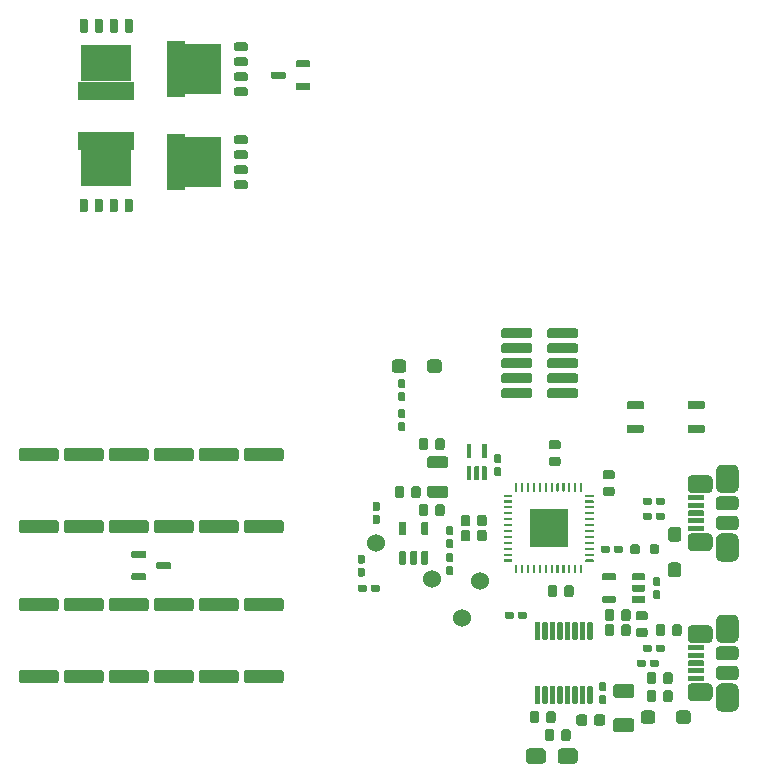
<source format=gbr>
G04 #@! TF.GenerationSoftware,KiCad,Pcbnew,(5.1.5)-3*
G04 #@! TF.CreationDate,2021-04-15T16:15:46-07:00*
G04 #@! TF.ProjectId,BattEval,42617474-4576-4616-9c2e-6b696361645f,rev?*
G04 #@! TF.SameCoordinates,Original*
G04 #@! TF.FileFunction,Paste,Top*
G04 #@! TF.FilePolarity,Positive*
%FSLAX46Y46*%
G04 Gerber Fmt 4.6, Leading zero omitted, Abs format (unit mm)*
G04 Created by KiCad (PCBNEW (5.1.5)-3) date 2021-04-15 16:15:46*
%MOMM*%
%LPD*%
G04 APERTURE LIST*
%ADD10C,0.100000*%
%ADD11R,4.700000X1.500000*%
%ADD12R,4.200000X3.100000*%
%ADD13R,1.500000X4.700000*%
%ADD14R,3.100000X4.200000*%
%ADD15R,3.250000X3.250000*%
%ADD16C,1.524000*%
G04 APERTURE END LIST*
D10*
G36*
X174156504Y-114583204D02*
G01*
X174180773Y-114586804D01*
X174204571Y-114592765D01*
X174227671Y-114601030D01*
X174249849Y-114611520D01*
X174270893Y-114624133D01*
X174290598Y-114638747D01*
X174308777Y-114655223D01*
X174325253Y-114673402D01*
X174339867Y-114693107D01*
X174352480Y-114714151D01*
X174362970Y-114736329D01*
X174371235Y-114759429D01*
X174377196Y-114783227D01*
X174380796Y-114807496D01*
X174382000Y-114832000D01*
X174382000Y-115332000D01*
X174380796Y-115356504D01*
X174377196Y-115380773D01*
X174371235Y-115404571D01*
X174362970Y-115427671D01*
X174352480Y-115449849D01*
X174339867Y-115470893D01*
X174325253Y-115490598D01*
X174308777Y-115508777D01*
X174290598Y-115525253D01*
X174270893Y-115539867D01*
X174249849Y-115552480D01*
X174227671Y-115562970D01*
X174204571Y-115571235D01*
X174180773Y-115577196D01*
X174156504Y-115580796D01*
X174132000Y-115582000D01*
X172832000Y-115582000D01*
X172807496Y-115580796D01*
X172783227Y-115577196D01*
X172759429Y-115571235D01*
X172736329Y-115562970D01*
X172714151Y-115552480D01*
X172693107Y-115539867D01*
X172673402Y-115525253D01*
X172655223Y-115508777D01*
X172638747Y-115490598D01*
X172624133Y-115470893D01*
X172611520Y-115449849D01*
X172601030Y-115427671D01*
X172592765Y-115404571D01*
X172586804Y-115380773D01*
X172583204Y-115356504D01*
X172582000Y-115332000D01*
X172582000Y-114832000D01*
X172583204Y-114807496D01*
X172586804Y-114783227D01*
X172592765Y-114759429D01*
X172601030Y-114736329D01*
X172611520Y-114714151D01*
X172624133Y-114693107D01*
X172638747Y-114673402D01*
X172655223Y-114655223D01*
X172673402Y-114638747D01*
X172693107Y-114624133D01*
X172714151Y-114611520D01*
X172736329Y-114601030D01*
X172759429Y-114592765D01*
X172783227Y-114586804D01*
X172807496Y-114583204D01*
X172832000Y-114582000D01*
X174132000Y-114582000D01*
X174156504Y-114583204D01*
G37*
G36*
X174156504Y-117083204D02*
G01*
X174180773Y-117086804D01*
X174204571Y-117092765D01*
X174227671Y-117101030D01*
X174249849Y-117111520D01*
X174270893Y-117124133D01*
X174290598Y-117138747D01*
X174308777Y-117155223D01*
X174325253Y-117173402D01*
X174339867Y-117193107D01*
X174352480Y-117214151D01*
X174362970Y-117236329D01*
X174371235Y-117259429D01*
X174377196Y-117283227D01*
X174380796Y-117307496D01*
X174382000Y-117332000D01*
X174382000Y-117832000D01*
X174380796Y-117856504D01*
X174377196Y-117880773D01*
X174371235Y-117904571D01*
X174362970Y-117927671D01*
X174352480Y-117949849D01*
X174339867Y-117970893D01*
X174325253Y-117990598D01*
X174308777Y-118008777D01*
X174290598Y-118025253D01*
X174270893Y-118039867D01*
X174249849Y-118052480D01*
X174227671Y-118062970D01*
X174204571Y-118071235D01*
X174180773Y-118077196D01*
X174156504Y-118080796D01*
X174132000Y-118082000D01*
X172832000Y-118082000D01*
X172807496Y-118080796D01*
X172783227Y-118077196D01*
X172759429Y-118071235D01*
X172736329Y-118062970D01*
X172714151Y-118052480D01*
X172693107Y-118039867D01*
X172673402Y-118025253D01*
X172655223Y-118008777D01*
X172638747Y-117990598D01*
X172624133Y-117970893D01*
X172611520Y-117949849D01*
X172601030Y-117927671D01*
X172592765Y-117904571D01*
X172586804Y-117880773D01*
X172583204Y-117856504D01*
X172582000Y-117832000D01*
X172582000Y-117332000D01*
X172583204Y-117307496D01*
X172586804Y-117283227D01*
X172592765Y-117259429D01*
X172601030Y-117236329D01*
X172611520Y-117214151D01*
X172624133Y-117193107D01*
X172638747Y-117173402D01*
X172655223Y-117155223D01*
X172673402Y-117138747D01*
X172693107Y-117124133D01*
X172714151Y-117111520D01*
X172736329Y-117101030D01*
X172759429Y-117092765D01*
X172783227Y-117086804D01*
X172807496Y-117083204D01*
X172832000Y-117082000D01*
X174132000Y-117082000D01*
X174156504Y-117083204D01*
G37*
G36*
X190778153Y-111902843D02*
G01*
X190795141Y-111905363D01*
X190811800Y-111909535D01*
X190827970Y-111915321D01*
X190843494Y-111922664D01*
X190858225Y-111931493D01*
X190872019Y-111941723D01*
X190884744Y-111953256D01*
X190896277Y-111965981D01*
X190906507Y-111979775D01*
X190915336Y-111994506D01*
X190922679Y-112010030D01*
X190928465Y-112026200D01*
X190932637Y-112042859D01*
X190935157Y-112059847D01*
X190936000Y-112077000D01*
X190936000Y-112427000D01*
X190935157Y-112444153D01*
X190932637Y-112461141D01*
X190928465Y-112477800D01*
X190922679Y-112493970D01*
X190915336Y-112509494D01*
X190906507Y-112524225D01*
X190896277Y-112538019D01*
X190884744Y-112550744D01*
X190872019Y-112562277D01*
X190858225Y-112572507D01*
X190843494Y-112581336D01*
X190827970Y-112588679D01*
X190811800Y-112594465D01*
X190795141Y-112598637D01*
X190778153Y-112601157D01*
X190761000Y-112602000D01*
X189661000Y-112602000D01*
X189643847Y-112601157D01*
X189626859Y-112598637D01*
X189610200Y-112594465D01*
X189594030Y-112588679D01*
X189578506Y-112581336D01*
X189563775Y-112572507D01*
X189549981Y-112562277D01*
X189537256Y-112550744D01*
X189525723Y-112538019D01*
X189515493Y-112524225D01*
X189506664Y-112509494D01*
X189499321Y-112493970D01*
X189493535Y-112477800D01*
X189489363Y-112461141D01*
X189486843Y-112444153D01*
X189486000Y-112427000D01*
X189486000Y-112077000D01*
X189486843Y-112059847D01*
X189489363Y-112042859D01*
X189493535Y-112026200D01*
X189499321Y-112010030D01*
X189506664Y-111994506D01*
X189515493Y-111979775D01*
X189525723Y-111965981D01*
X189537256Y-111953256D01*
X189549981Y-111941723D01*
X189563775Y-111931493D01*
X189578506Y-111922664D01*
X189594030Y-111915321D01*
X189610200Y-111909535D01*
X189626859Y-111905363D01*
X189643847Y-111902843D01*
X189661000Y-111902000D01*
X190761000Y-111902000D01*
X190778153Y-111902843D01*
G37*
G36*
X190778153Y-109902843D02*
G01*
X190795141Y-109905363D01*
X190811800Y-109909535D01*
X190827970Y-109915321D01*
X190843494Y-109922664D01*
X190858225Y-109931493D01*
X190872019Y-109941723D01*
X190884744Y-109953256D01*
X190896277Y-109965981D01*
X190906507Y-109979775D01*
X190915336Y-109994506D01*
X190922679Y-110010030D01*
X190928465Y-110026200D01*
X190932637Y-110042859D01*
X190935157Y-110059847D01*
X190936000Y-110077000D01*
X190936000Y-110427000D01*
X190935157Y-110444153D01*
X190932637Y-110461141D01*
X190928465Y-110477800D01*
X190922679Y-110493970D01*
X190915336Y-110509494D01*
X190906507Y-110524225D01*
X190896277Y-110538019D01*
X190884744Y-110550744D01*
X190872019Y-110562277D01*
X190858225Y-110572507D01*
X190843494Y-110581336D01*
X190827970Y-110588679D01*
X190811800Y-110594465D01*
X190795141Y-110598637D01*
X190778153Y-110601157D01*
X190761000Y-110602000D01*
X189661000Y-110602000D01*
X189643847Y-110601157D01*
X189626859Y-110598637D01*
X189610200Y-110594465D01*
X189594030Y-110588679D01*
X189578506Y-110581336D01*
X189563775Y-110572507D01*
X189549981Y-110562277D01*
X189537256Y-110550744D01*
X189525723Y-110538019D01*
X189515493Y-110524225D01*
X189506664Y-110509494D01*
X189499321Y-110493970D01*
X189493535Y-110477800D01*
X189489363Y-110461141D01*
X189486843Y-110444153D01*
X189486000Y-110427000D01*
X189486000Y-110077000D01*
X189486843Y-110059847D01*
X189489363Y-110042859D01*
X189493535Y-110026200D01*
X189499321Y-110010030D01*
X189506664Y-109994506D01*
X189515493Y-109979775D01*
X189525723Y-109965981D01*
X189537256Y-109953256D01*
X189549981Y-109941723D01*
X189563775Y-109931493D01*
X189578506Y-109922664D01*
X189594030Y-109915321D01*
X189610200Y-109909535D01*
X189626859Y-109905363D01*
X189643847Y-109902843D01*
X189661000Y-109902000D01*
X190761000Y-109902000D01*
X190778153Y-109902843D01*
G37*
G36*
X195928153Y-111902843D02*
G01*
X195945141Y-111905363D01*
X195961800Y-111909535D01*
X195977970Y-111915321D01*
X195993494Y-111922664D01*
X196008225Y-111931493D01*
X196022019Y-111941723D01*
X196034744Y-111953256D01*
X196046277Y-111965981D01*
X196056507Y-111979775D01*
X196065336Y-111994506D01*
X196072679Y-112010030D01*
X196078465Y-112026200D01*
X196082637Y-112042859D01*
X196085157Y-112059847D01*
X196086000Y-112077000D01*
X196086000Y-112427000D01*
X196085157Y-112444153D01*
X196082637Y-112461141D01*
X196078465Y-112477800D01*
X196072679Y-112493970D01*
X196065336Y-112509494D01*
X196056507Y-112524225D01*
X196046277Y-112538019D01*
X196034744Y-112550744D01*
X196022019Y-112562277D01*
X196008225Y-112572507D01*
X195993494Y-112581336D01*
X195977970Y-112588679D01*
X195961800Y-112594465D01*
X195945141Y-112598637D01*
X195928153Y-112601157D01*
X195911000Y-112602000D01*
X194811000Y-112602000D01*
X194793847Y-112601157D01*
X194776859Y-112598637D01*
X194760200Y-112594465D01*
X194744030Y-112588679D01*
X194728506Y-112581336D01*
X194713775Y-112572507D01*
X194699981Y-112562277D01*
X194687256Y-112550744D01*
X194675723Y-112538019D01*
X194665493Y-112524225D01*
X194656664Y-112509494D01*
X194649321Y-112493970D01*
X194643535Y-112477800D01*
X194639363Y-112461141D01*
X194636843Y-112444153D01*
X194636000Y-112427000D01*
X194636000Y-112077000D01*
X194636843Y-112059847D01*
X194639363Y-112042859D01*
X194643535Y-112026200D01*
X194649321Y-112010030D01*
X194656664Y-111994506D01*
X194665493Y-111979775D01*
X194675723Y-111965981D01*
X194687256Y-111953256D01*
X194699981Y-111941723D01*
X194713775Y-111931493D01*
X194728506Y-111922664D01*
X194744030Y-111915321D01*
X194760200Y-111909535D01*
X194776859Y-111905363D01*
X194793847Y-111902843D01*
X194811000Y-111902000D01*
X195911000Y-111902000D01*
X195928153Y-111902843D01*
G37*
G36*
X195928153Y-109902843D02*
G01*
X195945141Y-109905363D01*
X195961800Y-109909535D01*
X195977970Y-109915321D01*
X195993494Y-109922664D01*
X196008225Y-109931493D01*
X196022019Y-109941723D01*
X196034744Y-109953256D01*
X196046277Y-109965981D01*
X196056507Y-109979775D01*
X196065336Y-109994506D01*
X196072679Y-110010030D01*
X196078465Y-110026200D01*
X196082637Y-110042859D01*
X196085157Y-110059847D01*
X196086000Y-110077000D01*
X196086000Y-110427000D01*
X196085157Y-110444153D01*
X196082637Y-110461141D01*
X196078465Y-110477800D01*
X196072679Y-110493970D01*
X196065336Y-110509494D01*
X196056507Y-110524225D01*
X196046277Y-110538019D01*
X196034744Y-110550744D01*
X196022019Y-110562277D01*
X196008225Y-110572507D01*
X195993494Y-110581336D01*
X195977970Y-110588679D01*
X195961800Y-110594465D01*
X195945141Y-110598637D01*
X195928153Y-110601157D01*
X195911000Y-110602000D01*
X194811000Y-110602000D01*
X194793847Y-110601157D01*
X194776859Y-110598637D01*
X194760200Y-110594465D01*
X194744030Y-110588679D01*
X194728506Y-110581336D01*
X194713775Y-110572507D01*
X194699981Y-110562277D01*
X194687256Y-110550744D01*
X194675723Y-110538019D01*
X194665493Y-110524225D01*
X194656664Y-110509494D01*
X194649321Y-110493970D01*
X194643535Y-110477800D01*
X194639363Y-110461141D01*
X194636843Y-110444153D01*
X194636000Y-110427000D01*
X194636000Y-110077000D01*
X194636843Y-110059847D01*
X194639363Y-110042859D01*
X194643535Y-110026200D01*
X194649321Y-110010030D01*
X194656664Y-109994506D01*
X194665493Y-109979775D01*
X194675723Y-109965981D01*
X194687256Y-109953256D01*
X194699981Y-109941723D01*
X194713775Y-109931493D01*
X194728506Y-109922664D01*
X194744030Y-109915321D01*
X194760200Y-109909535D01*
X194776859Y-109905363D01*
X194793847Y-109902843D01*
X194811000Y-109902000D01*
X195911000Y-109902000D01*
X195928153Y-109902843D01*
G37*
G36*
X191459703Y-130510722D02*
G01*
X191474264Y-130512882D01*
X191488543Y-130516459D01*
X191502403Y-130521418D01*
X191515710Y-130527712D01*
X191528336Y-130535280D01*
X191540159Y-130544048D01*
X191551066Y-130553934D01*
X191560952Y-130564841D01*
X191569720Y-130576664D01*
X191577288Y-130589290D01*
X191583582Y-130602597D01*
X191588541Y-130616457D01*
X191592118Y-130630736D01*
X191594278Y-130645297D01*
X191595000Y-130660000D01*
X191595000Y-130960000D01*
X191594278Y-130974703D01*
X191592118Y-130989264D01*
X191588541Y-131003543D01*
X191583582Y-131017403D01*
X191577288Y-131030710D01*
X191569720Y-131043336D01*
X191560952Y-131055159D01*
X191551066Y-131066066D01*
X191540159Y-131075952D01*
X191528336Y-131084720D01*
X191515710Y-131092288D01*
X191502403Y-131098582D01*
X191488543Y-131103541D01*
X191474264Y-131107118D01*
X191459703Y-131109278D01*
X191445000Y-131110000D01*
X190995000Y-131110000D01*
X190980297Y-131109278D01*
X190965736Y-131107118D01*
X190951457Y-131103541D01*
X190937597Y-131098582D01*
X190924290Y-131092288D01*
X190911664Y-131084720D01*
X190899841Y-131075952D01*
X190888934Y-131066066D01*
X190879048Y-131055159D01*
X190870280Y-131043336D01*
X190862712Y-131030710D01*
X190856418Y-131017403D01*
X190851459Y-131003543D01*
X190847882Y-130989264D01*
X190845722Y-130974703D01*
X190845000Y-130960000D01*
X190845000Y-130660000D01*
X190845722Y-130645297D01*
X190847882Y-130630736D01*
X190851459Y-130616457D01*
X190856418Y-130602597D01*
X190862712Y-130589290D01*
X190870280Y-130576664D01*
X190879048Y-130564841D01*
X190888934Y-130553934D01*
X190899841Y-130544048D01*
X190911664Y-130535280D01*
X190924290Y-130527712D01*
X190937597Y-130521418D01*
X190951457Y-130516459D01*
X190965736Y-130512882D01*
X190980297Y-130510722D01*
X190995000Y-130510000D01*
X191445000Y-130510000D01*
X191459703Y-130510722D01*
G37*
G36*
X192559703Y-130510722D02*
G01*
X192574264Y-130512882D01*
X192588543Y-130516459D01*
X192602403Y-130521418D01*
X192615710Y-130527712D01*
X192628336Y-130535280D01*
X192640159Y-130544048D01*
X192651066Y-130553934D01*
X192660952Y-130564841D01*
X192669720Y-130576664D01*
X192677288Y-130589290D01*
X192683582Y-130602597D01*
X192688541Y-130616457D01*
X192692118Y-130630736D01*
X192694278Y-130645297D01*
X192695000Y-130660000D01*
X192695000Y-130960000D01*
X192694278Y-130974703D01*
X192692118Y-130989264D01*
X192688541Y-131003543D01*
X192683582Y-131017403D01*
X192677288Y-131030710D01*
X192669720Y-131043336D01*
X192660952Y-131055159D01*
X192651066Y-131066066D01*
X192640159Y-131075952D01*
X192628336Y-131084720D01*
X192615710Y-131092288D01*
X192602403Y-131098582D01*
X192588543Y-131103541D01*
X192574264Y-131107118D01*
X192559703Y-131109278D01*
X192545000Y-131110000D01*
X192095000Y-131110000D01*
X192080297Y-131109278D01*
X192065736Y-131107118D01*
X192051457Y-131103541D01*
X192037597Y-131098582D01*
X192024290Y-131092288D01*
X192011664Y-131084720D01*
X191999841Y-131075952D01*
X191988934Y-131066066D01*
X191979048Y-131055159D01*
X191970280Y-131043336D01*
X191962712Y-131030710D01*
X191956418Y-131017403D01*
X191951459Y-131003543D01*
X191947882Y-130989264D01*
X191945722Y-130974703D01*
X191945000Y-130960000D01*
X191945000Y-130660000D01*
X191945722Y-130645297D01*
X191947882Y-130630736D01*
X191951459Y-130616457D01*
X191956418Y-130602597D01*
X191962712Y-130589290D01*
X191970280Y-130576664D01*
X191979048Y-130564841D01*
X191988934Y-130553934D01*
X191999841Y-130544048D01*
X192011664Y-130535280D01*
X192024290Y-130527712D01*
X192037597Y-130521418D01*
X192051457Y-130516459D01*
X192065736Y-130512882D01*
X192080297Y-130510722D01*
X192095000Y-130510000D01*
X192545000Y-130510000D01*
X192559703Y-130510722D01*
G37*
G36*
X190951703Y-131780722D02*
G01*
X190966264Y-131782882D01*
X190980543Y-131786459D01*
X190994403Y-131791418D01*
X191007710Y-131797712D01*
X191020336Y-131805280D01*
X191032159Y-131814048D01*
X191043066Y-131823934D01*
X191052952Y-131834841D01*
X191061720Y-131846664D01*
X191069288Y-131859290D01*
X191075582Y-131872597D01*
X191080541Y-131886457D01*
X191084118Y-131900736D01*
X191086278Y-131915297D01*
X191087000Y-131930000D01*
X191087000Y-132230000D01*
X191086278Y-132244703D01*
X191084118Y-132259264D01*
X191080541Y-132273543D01*
X191075582Y-132287403D01*
X191069288Y-132300710D01*
X191061720Y-132313336D01*
X191052952Y-132325159D01*
X191043066Y-132336066D01*
X191032159Y-132345952D01*
X191020336Y-132354720D01*
X191007710Y-132362288D01*
X190994403Y-132368582D01*
X190980543Y-132373541D01*
X190966264Y-132377118D01*
X190951703Y-132379278D01*
X190937000Y-132380000D01*
X190487000Y-132380000D01*
X190472297Y-132379278D01*
X190457736Y-132377118D01*
X190443457Y-132373541D01*
X190429597Y-132368582D01*
X190416290Y-132362288D01*
X190403664Y-132354720D01*
X190391841Y-132345952D01*
X190380934Y-132336066D01*
X190371048Y-132325159D01*
X190362280Y-132313336D01*
X190354712Y-132300710D01*
X190348418Y-132287403D01*
X190343459Y-132273543D01*
X190339882Y-132259264D01*
X190337722Y-132244703D01*
X190337000Y-132230000D01*
X190337000Y-131930000D01*
X190337722Y-131915297D01*
X190339882Y-131900736D01*
X190343459Y-131886457D01*
X190348418Y-131872597D01*
X190354712Y-131859290D01*
X190362280Y-131846664D01*
X190371048Y-131834841D01*
X190380934Y-131823934D01*
X190391841Y-131814048D01*
X190403664Y-131805280D01*
X190416290Y-131797712D01*
X190429597Y-131791418D01*
X190443457Y-131786459D01*
X190457736Y-131782882D01*
X190472297Y-131780722D01*
X190487000Y-131780000D01*
X190937000Y-131780000D01*
X190951703Y-131780722D01*
G37*
G36*
X192051703Y-131780722D02*
G01*
X192066264Y-131782882D01*
X192080543Y-131786459D01*
X192094403Y-131791418D01*
X192107710Y-131797712D01*
X192120336Y-131805280D01*
X192132159Y-131814048D01*
X192143066Y-131823934D01*
X192152952Y-131834841D01*
X192161720Y-131846664D01*
X192169288Y-131859290D01*
X192175582Y-131872597D01*
X192180541Y-131886457D01*
X192184118Y-131900736D01*
X192186278Y-131915297D01*
X192187000Y-131930000D01*
X192187000Y-132230000D01*
X192186278Y-132244703D01*
X192184118Y-132259264D01*
X192180541Y-132273543D01*
X192175582Y-132287403D01*
X192169288Y-132300710D01*
X192161720Y-132313336D01*
X192152952Y-132325159D01*
X192143066Y-132336066D01*
X192132159Y-132345952D01*
X192120336Y-132354720D01*
X192107710Y-132362288D01*
X192094403Y-132368582D01*
X192080543Y-132373541D01*
X192066264Y-132377118D01*
X192051703Y-132379278D01*
X192037000Y-132380000D01*
X191587000Y-132380000D01*
X191572297Y-132379278D01*
X191557736Y-132377118D01*
X191543457Y-132373541D01*
X191529597Y-132368582D01*
X191516290Y-132362288D01*
X191503664Y-132354720D01*
X191491841Y-132345952D01*
X191480934Y-132336066D01*
X191471048Y-132325159D01*
X191462280Y-132313336D01*
X191454712Y-132300710D01*
X191448418Y-132287403D01*
X191443459Y-132273543D01*
X191439882Y-132259264D01*
X191437722Y-132244703D01*
X191437000Y-132230000D01*
X191437000Y-131930000D01*
X191437722Y-131915297D01*
X191439882Y-131900736D01*
X191443459Y-131886457D01*
X191448418Y-131872597D01*
X191454712Y-131859290D01*
X191462280Y-131846664D01*
X191471048Y-131834841D01*
X191480934Y-131823934D01*
X191491841Y-131814048D01*
X191503664Y-131805280D01*
X191516290Y-131797712D01*
X191529597Y-131791418D01*
X191543457Y-131786459D01*
X191557736Y-131782882D01*
X191572297Y-131780722D01*
X191587000Y-131780000D01*
X192037000Y-131780000D01*
X192051703Y-131780722D01*
G37*
G36*
X187616703Y-134795722D02*
G01*
X187631264Y-134797882D01*
X187645543Y-134801459D01*
X187659403Y-134806418D01*
X187672710Y-134812712D01*
X187685336Y-134820280D01*
X187697159Y-134829048D01*
X187708066Y-134838934D01*
X187717952Y-134849841D01*
X187726720Y-134861664D01*
X187734288Y-134874290D01*
X187740582Y-134887597D01*
X187745541Y-134901457D01*
X187749118Y-134915736D01*
X187751278Y-134930297D01*
X187752000Y-134945000D01*
X187752000Y-135395000D01*
X187751278Y-135409703D01*
X187749118Y-135424264D01*
X187745541Y-135438543D01*
X187740582Y-135452403D01*
X187734288Y-135465710D01*
X187726720Y-135478336D01*
X187717952Y-135490159D01*
X187708066Y-135501066D01*
X187697159Y-135510952D01*
X187685336Y-135519720D01*
X187672710Y-135527288D01*
X187659403Y-135533582D01*
X187645543Y-135538541D01*
X187631264Y-135542118D01*
X187616703Y-135544278D01*
X187602000Y-135545000D01*
X187302000Y-135545000D01*
X187287297Y-135544278D01*
X187272736Y-135542118D01*
X187258457Y-135538541D01*
X187244597Y-135533582D01*
X187231290Y-135527288D01*
X187218664Y-135519720D01*
X187206841Y-135510952D01*
X187195934Y-135501066D01*
X187186048Y-135490159D01*
X187177280Y-135478336D01*
X187169712Y-135465710D01*
X187163418Y-135452403D01*
X187158459Y-135438543D01*
X187154882Y-135424264D01*
X187152722Y-135409703D01*
X187152000Y-135395000D01*
X187152000Y-134945000D01*
X187152722Y-134930297D01*
X187154882Y-134915736D01*
X187158459Y-134901457D01*
X187163418Y-134887597D01*
X187169712Y-134874290D01*
X187177280Y-134861664D01*
X187186048Y-134849841D01*
X187195934Y-134838934D01*
X187206841Y-134829048D01*
X187218664Y-134820280D01*
X187231290Y-134812712D01*
X187244597Y-134806418D01*
X187258457Y-134801459D01*
X187272736Y-134797882D01*
X187287297Y-134795722D01*
X187302000Y-134795000D01*
X187602000Y-134795000D01*
X187616703Y-134795722D01*
G37*
G36*
X187616703Y-133695722D02*
G01*
X187631264Y-133697882D01*
X187645543Y-133701459D01*
X187659403Y-133706418D01*
X187672710Y-133712712D01*
X187685336Y-133720280D01*
X187697159Y-133729048D01*
X187708066Y-133738934D01*
X187717952Y-133749841D01*
X187726720Y-133761664D01*
X187734288Y-133774290D01*
X187740582Y-133787597D01*
X187745541Y-133801457D01*
X187749118Y-133815736D01*
X187751278Y-133830297D01*
X187752000Y-133845000D01*
X187752000Y-134295000D01*
X187751278Y-134309703D01*
X187749118Y-134324264D01*
X187745541Y-134338543D01*
X187740582Y-134352403D01*
X187734288Y-134365710D01*
X187726720Y-134378336D01*
X187717952Y-134390159D01*
X187708066Y-134401066D01*
X187697159Y-134410952D01*
X187685336Y-134419720D01*
X187672710Y-134427288D01*
X187659403Y-134433582D01*
X187645543Y-134438541D01*
X187631264Y-134442118D01*
X187616703Y-134444278D01*
X187602000Y-134445000D01*
X187302000Y-134445000D01*
X187287297Y-134444278D01*
X187272736Y-134442118D01*
X187258457Y-134438541D01*
X187244597Y-134433582D01*
X187231290Y-134427288D01*
X187218664Y-134419720D01*
X187206841Y-134410952D01*
X187195934Y-134401066D01*
X187186048Y-134390159D01*
X187177280Y-134378336D01*
X187169712Y-134365710D01*
X187163418Y-134352403D01*
X187158459Y-134338543D01*
X187154882Y-134324264D01*
X187152722Y-134309703D01*
X187152000Y-134295000D01*
X187152000Y-133845000D01*
X187152722Y-133830297D01*
X187154882Y-133815736D01*
X187158459Y-133801457D01*
X187163418Y-133787597D01*
X187169712Y-133774290D01*
X187177280Y-133761664D01*
X187186048Y-133749841D01*
X187195934Y-133738934D01*
X187206841Y-133729048D01*
X187218664Y-133720280D01*
X187231290Y-133712712D01*
X187244597Y-133706418D01*
X187258457Y-133701459D01*
X187272736Y-133697882D01*
X187287297Y-133695722D01*
X187302000Y-133695000D01*
X187602000Y-133695000D01*
X187616703Y-133695722D01*
G37*
G36*
X191459703Y-118064722D02*
G01*
X191474264Y-118066882D01*
X191488543Y-118070459D01*
X191502403Y-118075418D01*
X191515710Y-118081712D01*
X191528336Y-118089280D01*
X191540159Y-118098048D01*
X191551066Y-118107934D01*
X191560952Y-118118841D01*
X191569720Y-118130664D01*
X191577288Y-118143290D01*
X191583582Y-118156597D01*
X191588541Y-118170457D01*
X191592118Y-118184736D01*
X191594278Y-118199297D01*
X191595000Y-118214000D01*
X191595000Y-118514000D01*
X191594278Y-118528703D01*
X191592118Y-118543264D01*
X191588541Y-118557543D01*
X191583582Y-118571403D01*
X191577288Y-118584710D01*
X191569720Y-118597336D01*
X191560952Y-118609159D01*
X191551066Y-118620066D01*
X191540159Y-118629952D01*
X191528336Y-118638720D01*
X191515710Y-118646288D01*
X191502403Y-118652582D01*
X191488543Y-118657541D01*
X191474264Y-118661118D01*
X191459703Y-118663278D01*
X191445000Y-118664000D01*
X190995000Y-118664000D01*
X190980297Y-118663278D01*
X190965736Y-118661118D01*
X190951457Y-118657541D01*
X190937597Y-118652582D01*
X190924290Y-118646288D01*
X190911664Y-118638720D01*
X190899841Y-118629952D01*
X190888934Y-118620066D01*
X190879048Y-118609159D01*
X190870280Y-118597336D01*
X190862712Y-118584710D01*
X190856418Y-118571403D01*
X190851459Y-118557543D01*
X190847882Y-118543264D01*
X190845722Y-118528703D01*
X190845000Y-118514000D01*
X190845000Y-118214000D01*
X190845722Y-118199297D01*
X190847882Y-118184736D01*
X190851459Y-118170457D01*
X190856418Y-118156597D01*
X190862712Y-118143290D01*
X190870280Y-118130664D01*
X190879048Y-118118841D01*
X190888934Y-118107934D01*
X190899841Y-118098048D01*
X190911664Y-118089280D01*
X190924290Y-118081712D01*
X190937597Y-118075418D01*
X190951457Y-118070459D01*
X190965736Y-118066882D01*
X190980297Y-118064722D01*
X190995000Y-118064000D01*
X191445000Y-118064000D01*
X191459703Y-118064722D01*
G37*
G36*
X192559703Y-118064722D02*
G01*
X192574264Y-118066882D01*
X192588543Y-118070459D01*
X192602403Y-118075418D01*
X192615710Y-118081712D01*
X192628336Y-118089280D01*
X192640159Y-118098048D01*
X192651066Y-118107934D01*
X192660952Y-118118841D01*
X192669720Y-118130664D01*
X192677288Y-118143290D01*
X192683582Y-118156597D01*
X192688541Y-118170457D01*
X192692118Y-118184736D01*
X192694278Y-118199297D01*
X192695000Y-118214000D01*
X192695000Y-118514000D01*
X192694278Y-118528703D01*
X192692118Y-118543264D01*
X192688541Y-118557543D01*
X192683582Y-118571403D01*
X192677288Y-118584710D01*
X192669720Y-118597336D01*
X192660952Y-118609159D01*
X192651066Y-118620066D01*
X192640159Y-118629952D01*
X192628336Y-118638720D01*
X192615710Y-118646288D01*
X192602403Y-118652582D01*
X192588543Y-118657541D01*
X192574264Y-118661118D01*
X192559703Y-118663278D01*
X192545000Y-118664000D01*
X192095000Y-118664000D01*
X192080297Y-118663278D01*
X192065736Y-118661118D01*
X192051457Y-118657541D01*
X192037597Y-118652582D01*
X192024290Y-118646288D01*
X192011664Y-118638720D01*
X191999841Y-118629952D01*
X191988934Y-118620066D01*
X191979048Y-118609159D01*
X191970280Y-118597336D01*
X191962712Y-118584710D01*
X191956418Y-118571403D01*
X191951459Y-118557543D01*
X191947882Y-118543264D01*
X191945722Y-118528703D01*
X191945000Y-118514000D01*
X191945000Y-118214000D01*
X191945722Y-118199297D01*
X191947882Y-118184736D01*
X191951459Y-118170457D01*
X191956418Y-118156597D01*
X191962712Y-118143290D01*
X191970280Y-118130664D01*
X191979048Y-118118841D01*
X191988934Y-118107934D01*
X191999841Y-118098048D01*
X192011664Y-118089280D01*
X192024290Y-118081712D01*
X192037597Y-118075418D01*
X192051457Y-118070459D01*
X192065736Y-118066882D01*
X192080297Y-118064722D01*
X192095000Y-118064000D01*
X192545000Y-118064000D01*
X192559703Y-118064722D01*
G37*
G36*
X191459703Y-119334722D02*
G01*
X191474264Y-119336882D01*
X191488543Y-119340459D01*
X191502403Y-119345418D01*
X191515710Y-119351712D01*
X191528336Y-119359280D01*
X191540159Y-119368048D01*
X191551066Y-119377934D01*
X191560952Y-119388841D01*
X191569720Y-119400664D01*
X191577288Y-119413290D01*
X191583582Y-119426597D01*
X191588541Y-119440457D01*
X191592118Y-119454736D01*
X191594278Y-119469297D01*
X191595000Y-119484000D01*
X191595000Y-119784000D01*
X191594278Y-119798703D01*
X191592118Y-119813264D01*
X191588541Y-119827543D01*
X191583582Y-119841403D01*
X191577288Y-119854710D01*
X191569720Y-119867336D01*
X191560952Y-119879159D01*
X191551066Y-119890066D01*
X191540159Y-119899952D01*
X191528336Y-119908720D01*
X191515710Y-119916288D01*
X191502403Y-119922582D01*
X191488543Y-119927541D01*
X191474264Y-119931118D01*
X191459703Y-119933278D01*
X191445000Y-119934000D01*
X190995000Y-119934000D01*
X190980297Y-119933278D01*
X190965736Y-119931118D01*
X190951457Y-119927541D01*
X190937597Y-119922582D01*
X190924290Y-119916288D01*
X190911664Y-119908720D01*
X190899841Y-119899952D01*
X190888934Y-119890066D01*
X190879048Y-119879159D01*
X190870280Y-119867336D01*
X190862712Y-119854710D01*
X190856418Y-119841403D01*
X190851459Y-119827543D01*
X190847882Y-119813264D01*
X190845722Y-119798703D01*
X190845000Y-119784000D01*
X190845000Y-119484000D01*
X190845722Y-119469297D01*
X190847882Y-119454736D01*
X190851459Y-119440457D01*
X190856418Y-119426597D01*
X190862712Y-119413290D01*
X190870280Y-119400664D01*
X190879048Y-119388841D01*
X190888934Y-119377934D01*
X190899841Y-119368048D01*
X190911664Y-119359280D01*
X190924290Y-119351712D01*
X190937597Y-119345418D01*
X190951457Y-119340459D01*
X190965736Y-119336882D01*
X190980297Y-119334722D01*
X190995000Y-119334000D01*
X191445000Y-119334000D01*
X191459703Y-119334722D01*
G37*
G36*
X192559703Y-119334722D02*
G01*
X192574264Y-119336882D01*
X192588543Y-119340459D01*
X192602403Y-119345418D01*
X192615710Y-119351712D01*
X192628336Y-119359280D01*
X192640159Y-119368048D01*
X192651066Y-119377934D01*
X192660952Y-119388841D01*
X192669720Y-119400664D01*
X192677288Y-119413290D01*
X192683582Y-119426597D01*
X192688541Y-119440457D01*
X192692118Y-119454736D01*
X192694278Y-119469297D01*
X192695000Y-119484000D01*
X192695000Y-119784000D01*
X192694278Y-119798703D01*
X192692118Y-119813264D01*
X192688541Y-119827543D01*
X192683582Y-119841403D01*
X192677288Y-119854710D01*
X192669720Y-119867336D01*
X192660952Y-119879159D01*
X192651066Y-119890066D01*
X192640159Y-119899952D01*
X192628336Y-119908720D01*
X192615710Y-119916288D01*
X192602403Y-119922582D01*
X192588543Y-119927541D01*
X192574264Y-119931118D01*
X192559703Y-119933278D01*
X192545000Y-119934000D01*
X192095000Y-119934000D01*
X192080297Y-119933278D01*
X192065736Y-119931118D01*
X192051457Y-119927541D01*
X192037597Y-119922582D01*
X192024290Y-119916288D01*
X192011664Y-119908720D01*
X191999841Y-119899952D01*
X191988934Y-119890066D01*
X191979048Y-119879159D01*
X191970280Y-119867336D01*
X191962712Y-119854710D01*
X191956418Y-119841403D01*
X191951459Y-119827543D01*
X191947882Y-119813264D01*
X191945722Y-119798703D01*
X191945000Y-119784000D01*
X191945000Y-119484000D01*
X191945722Y-119469297D01*
X191947882Y-119454736D01*
X191951459Y-119440457D01*
X191956418Y-119426597D01*
X191962712Y-119413290D01*
X191970280Y-119400664D01*
X191979048Y-119388841D01*
X191988934Y-119377934D01*
X191999841Y-119368048D01*
X192011664Y-119359280D01*
X192024290Y-119351712D01*
X192037597Y-119345418D01*
X192051457Y-119340459D01*
X192065736Y-119336882D01*
X192080297Y-119334722D01*
X192095000Y-119334000D01*
X192545000Y-119334000D01*
X192559703Y-119334722D01*
G37*
G36*
X192188703Y-124805722D02*
G01*
X192203264Y-124807882D01*
X192217543Y-124811459D01*
X192231403Y-124816418D01*
X192244710Y-124822712D01*
X192257336Y-124830280D01*
X192269159Y-124839048D01*
X192280066Y-124848934D01*
X192289952Y-124859841D01*
X192298720Y-124871664D01*
X192306288Y-124884290D01*
X192312582Y-124897597D01*
X192317541Y-124911457D01*
X192321118Y-124925736D01*
X192323278Y-124940297D01*
X192324000Y-124955000D01*
X192324000Y-125405000D01*
X192323278Y-125419703D01*
X192321118Y-125434264D01*
X192317541Y-125448543D01*
X192312582Y-125462403D01*
X192306288Y-125475710D01*
X192298720Y-125488336D01*
X192289952Y-125500159D01*
X192280066Y-125511066D01*
X192269159Y-125520952D01*
X192257336Y-125529720D01*
X192244710Y-125537288D01*
X192231403Y-125543582D01*
X192217543Y-125548541D01*
X192203264Y-125552118D01*
X192188703Y-125554278D01*
X192174000Y-125555000D01*
X191874000Y-125555000D01*
X191859297Y-125554278D01*
X191844736Y-125552118D01*
X191830457Y-125548541D01*
X191816597Y-125543582D01*
X191803290Y-125537288D01*
X191790664Y-125529720D01*
X191778841Y-125520952D01*
X191767934Y-125511066D01*
X191758048Y-125500159D01*
X191749280Y-125488336D01*
X191741712Y-125475710D01*
X191735418Y-125462403D01*
X191730459Y-125448543D01*
X191726882Y-125434264D01*
X191724722Y-125419703D01*
X191724000Y-125405000D01*
X191724000Y-124955000D01*
X191724722Y-124940297D01*
X191726882Y-124925736D01*
X191730459Y-124911457D01*
X191735418Y-124897597D01*
X191741712Y-124884290D01*
X191749280Y-124871664D01*
X191758048Y-124859841D01*
X191767934Y-124848934D01*
X191778841Y-124839048D01*
X191790664Y-124830280D01*
X191803290Y-124822712D01*
X191816597Y-124816418D01*
X191830457Y-124811459D01*
X191844736Y-124807882D01*
X191859297Y-124805722D01*
X191874000Y-124805000D01*
X192174000Y-124805000D01*
X192188703Y-124805722D01*
G37*
G36*
X192188703Y-125905722D02*
G01*
X192203264Y-125907882D01*
X192217543Y-125911459D01*
X192231403Y-125916418D01*
X192244710Y-125922712D01*
X192257336Y-125930280D01*
X192269159Y-125939048D01*
X192280066Y-125948934D01*
X192289952Y-125959841D01*
X192298720Y-125971664D01*
X192306288Y-125984290D01*
X192312582Y-125997597D01*
X192317541Y-126011457D01*
X192321118Y-126025736D01*
X192323278Y-126040297D01*
X192324000Y-126055000D01*
X192324000Y-126505000D01*
X192323278Y-126519703D01*
X192321118Y-126534264D01*
X192317541Y-126548543D01*
X192312582Y-126562403D01*
X192306288Y-126575710D01*
X192298720Y-126588336D01*
X192289952Y-126600159D01*
X192280066Y-126611066D01*
X192269159Y-126620952D01*
X192257336Y-126629720D01*
X192244710Y-126637288D01*
X192231403Y-126643582D01*
X192217543Y-126648541D01*
X192203264Y-126652118D01*
X192188703Y-126654278D01*
X192174000Y-126655000D01*
X191874000Y-126655000D01*
X191859297Y-126654278D01*
X191844736Y-126652118D01*
X191830457Y-126648541D01*
X191816597Y-126643582D01*
X191803290Y-126637288D01*
X191790664Y-126629720D01*
X191778841Y-126620952D01*
X191767934Y-126611066D01*
X191758048Y-126600159D01*
X191749280Y-126588336D01*
X191741712Y-126575710D01*
X191735418Y-126562403D01*
X191730459Y-126548543D01*
X191726882Y-126534264D01*
X191724722Y-126519703D01*
X191724000Y-126505000D01*
X191724000Y-126055000D01*
X191724722Y-126040297D01*
X191726882Y-126025736D01*
X191730459Y-126011457D01*
X191735418Y-125997597D01*
X191741712Y-125984290D01*
X191749280Y-125971664D01*
X191758048Y-125959841D01*
X191767934Y-125948934D01*
X191778841Y-125939048D01*
X191790664Y-125930280D01*
X191803290Y-125922712D01*
X191816597Y-125916418D01*
X191830457Y-125911459D01*
X191844736Y-125907882D01*
X191859297Y-125905722D01*
X191874000Y-125905000D01*
X192174000Y-125905000D01*
X192188703Y-125905722D01*
G37*
G36*
X179775703Y-127716722D02*
G01*
X179790264Y-127718882D01*
X179804543Y-127722459D01*
X179818403Y-127727418D01*
X179831710Y-127733712D01*
X179844336Y-127741280D01*
X179856159Y-127750048D01*
X179867066Y-127759934D01*
X179876952Y-127770841D01*
X179885720Y-127782664D01*
X179893288Y-127795290D01*
X179899582Y-127808597D01*
X179904541Y-127822457D01*
X179908118Y-127836736D01*
X179910278Y-127851297D01*
X179911000Y-127866000D01*
X179911000Y-128166000D01*
X179910278Y-128180703D01*
X179908118Y-128195264D01*
X179904541Y-128209543D01*
X179899582Y-128223403D01*
X179893288Y-128236710D01*
X179885720Y-128249336D01*
X179876952Y-128261159D01*
X179867066Y-128272066D01*
X179856159Y-128281952D01*
X179844336Y-128290720D01*
X179831710Y-128298288D01*
X179818403Y-128304582D01*
X179804543Y-128309541D01*
X179790264Y-128313118D01*
X179775703Y-128315278D01*
X179761000Y-128316000D01*
X179311000Y-128316000D01*
X179296297Y-128315278D01*
X179281736Y-128313118D01*
X179267457Y-128309541D01*
X179253597Y-128304582D01*
X179240290Y-128298288D01*
X179227664Y-128290720D01*
X179215841Y-128281952D01*
X179204934Y-128272066D01*
X179195048Y-128261159D01*
X179186280Y-128249336D01*
X179178712Y-128236710D01*
X179172418Y-128223403D01*
X179167459Y-128209543D01*
X179163882Y-128195264D01*
X179161722Y-128180703D01*
X179161000Y-128166000D01*
X179161000Y-127866000D01*
X179161722Y-127851297D01*
X179163882Y-127836736D01*
X179167459Y-127822457D01*
X179172418Y-127808597D01*
X179178712Y-127795290D01*
X179186280Y-127782664D01*
X179195048Y-127770841D01*
X179204934Y-127759934D01*
X179215841Y-127750048D01*
X179227664Y-127741280D01*
X179240290Y-127733712D01*
X179253597Y-127727418D01*
X179267457Y-127722459D01*
X179281736Y-127718882D01*
X179296297Y-127716722D01*
X179311000Y-127716000D01*
X179761000Y-127716000D01*
X179775703Y-127716722D01*
G37*
G36*
X180875703Y-127716722D02*
G01*
X180890264Y-127718882D01*
X180904543Y-127722459D01*
X180918403Y-127727418D01*
X180931710Y-127733712D01*
X180944336Y-127741280D01*
X180956159Y-127750048D01*
X180967066Y-127759934D01*
X180976952Y-127770841D01*
X180985720Y-127782664D01*
X180993288Y-127795290D01*
X180999582Y-127808597D01*
X181004541Y-127822457D01*
X181008118Y-127836736D01*
X181010278Y-127851297D01*
X181011000Y-127866000D01*
X181011000Y-128166000D01*
X181010278Y-128180703D01*
X181008118Y-128195264D01*
X181004541Y-128209543D01*
X180999582Y-128223403D01*
X180993288Y-128236710D01*
X180985720Y-128249336D01*
X180976952Y-128261159D01*
X180967066Y-128272066D01*
X180956159Y-128281952D01*
X180944336Y-128290720D01*
X180931710Y-128298288D01*
X180918403Y-128304582D01*
X180904543Y-128309541D01*
X180890264Y-128313118D01*
X180875703Y-128315278D01*
X180861000Y-128316000D01*
X180411000Y-128316000D01*
X180396297Y-128315278D01*
X180381736Y-128313118D01*
X180367457Y-128309541D01*
X180353597Y-128304582D01*
X180340290Y-128298288D01*
X180327664Y-128290720D01*
X180315841Y-128281952D01*
X180304934Y-128272066D01*
X180295048Y-128261159D01*
X180286280Y-128249336D01*
X180278712Y-128236710D01*
X180272418Y-128223403D01*
X180267459Y-128209543D01*
X180263882Y-128195264D01*
X180261722Y-128180703D01*
X180261000Y-128166000D01*
X180261000Y-127866000D01*
X180261722Y-127851297D01*
X180263882Y-127836736D01*
X180267459Y-127822457D01*
X180272418Y-127808597D01*
X180278712Y-127795290D01*
X180286280Y-127782664D01*
X180295048Y-127770841D01*
X180304934Y-127759934D01*
X180315841Y-127750048D01*
X180327664Y-127741280D01*
X180340290Y-127733712D01*
X180353597Y-127727418D01*
X180367457Y-127722459D01*
X180381736Y-127718882D01*
X180396297Y-127716722D01*
X180411000Y-127716000D01*
X180861000Y-127716000D01*
X180875703Y-127716722D01*
G37*
G36*
X189003703Y-122128722D02*
G01*
X189018264Y-122130882D01*
X189032543Y-122134459D01*
X189046403Y-122139418D01*
X189059710Y-122145712D01*
X189072336Y-122153280D01*
X189084159Y-122162048D01*
X189095066Y-122171934D01*
X189104952Y-122182841D01*
X189113720Y-122194664D01*
X189121288Y-122207290D01*
X189127582Y-122220597D01*
X189132541Y-122234457D01*
X189136118Y-122248736D01*
X189138278Y-122263297D01*
X189139000Y-122278000D01*
X189139000Y-122578000D01*
X189138278Y-122592703D01*
X189136118Y-122607264D01*
X189132541Y-122621543D01*
X189127582Y-122635403D01*
X189121288Y-122648710D01*
X189113720Y-122661336D01*
X189104952Y-122673159D01*
X189095066Y-122684066D01*
X189084159Y-122693952D01*
X189072336Y-122702720D01*
X189059710Y-122710288D01*
X189046403Y-122716582D01*
X189032543Y-122721541D01*
X189018264Y-122725118D01*
X189003703Y-122727278D01*
X188989000Y-122728000D01*
X188539000Y-122728000D01*
X188524297Y-122727278D01*
X188509736Y-122725118D01*
X188495457Y-122721541D01*
X188481597Y-122716582D01*
X188468290Y-122710288D01*
X188455664Y-122702720D01*
X188443841Y-122693952D01*
X188432934Y-122684066D01*
X188423048Y-122673159D01*
X188414280Y-122661336D01*
X188406712Y-122648710D01*
X188400418Y-122635403D01*
X188395459Y-122621543D01*
X188391882Y-122607264D01*
X188389722Y-122592703D01*
X188389000Y-122578000D01*
X188389000Y-122278000D01*
X188389722Y-122263297D01*
X188391882Y-122248736D01*
X188395459Y-122234457D01*
X188400418Y-122220597D01*
X188406712Y-122207290D01*
X188414280Y-122194664D01*
X188423048Y-122182841D01*
X188432934Y-122171934D01*
X188443841Y-122162048D01*
X188455664Y-122153280D01*
X188468290Y-122145712D01*
X188481597Y-122139418D01*
X188495457Y-122134459D01*
X188509736Y-122130882D01*
X188524297Y-122128722D01*
X188539000Y-122128000D01*
X188989000Y-122128000D01*
X189003703Y-122128722D01*
G37*
G36*
X187903703Y-122128722D02*
G01*
X187918264Y-122130882D01*
X187932543Y-122134459D01*
X187946403Y-122139418D01*
X187959710Y-122145712D01*
X187972336Y-122153280D01*
X187984159Y-122162048D01*
X187995066Y-122171934D01*
X188004952Y-122182841D01*
X188013720Y-122194664D01*
X188021288Y-122207290D01*
X188027582Y-122220597D01*
X188032541Y-122234457D01*
X188036118Y-122248736D01*
X188038278Y-122263297D01*
X188039000Y-122278000D01*
X188039000Y-122578000D01*
X188038278Y-122592703D01*
X188036118Y-122607264D01*
X188032541Y-122621543D01*
X188027582Y-122635403D01*
X188021288Y-122648710D01*
X188013720Y-122661336D01*
X188004952Y-122673159D01*
X187995066Y-122684066D01*
X187984159Y-122693952D01*
X187972336Y-122702720D01*
X187959710Y-122710288D01*
X187946403Y-122716582D01*
X187932543Y-122721541D01*
X187918264Y-122725118D01*
X187903703Y-122727278D01*
X187889000Y-122728000D01*
X187439000Y-122728000D01*
X187424297Y-122727278D01*
X187409736Y-122725118D01*
X187395457Y-122721541D01*
X187381597Y-122716582D01*
X187368290Y-122710288D01*
X187355664Y-122702720D01*
X187343841Y-122693952D01*
X187332934Y-122684066D01*
X187323048Y-122673159D01*
X187314280Y-122661336D01*
X187306712Y-122648710D01*
X187300418Y-122635403D01*
X187295459Y-122621543D01*
X187291882Y-122607264D01*
X187289722Y-122592703D01*
X187289000Y-122578000D01*
X187289000Y-122278000D01*
X187289722Y-122263297D01*
X187291882Y-122248736D01*
X187295459Y-122234457D01*
X187300418Y-122220597D01*
X187306712Y-122207290D01*
X187314280Y-122194664D01*
X187323048Y-122182841D01*
X187332934Y-122171934D01*
X187343841Y-122162048D01*
X187355664Y-122153280D01*
X187368290Y-122145712D01*
X187381597Y-122139418D01*
X187395457Y-122134459D01*
X187409736Y-122130882D01*
X187424297Y-122128722D01*
X187439000Y-122128000D01*
X187889000Y-122128000D01*
X187903703Y-122128722D01*
G37*
G36*
X178726703Y-115491722D02*
G01*
X178741264Y-115493882D01*
X178755543Y-115497459D01*
X178769403Y-115502418D01*
X178782710Y-115508712D01*
X178795336Y-115516280D01*
X178807159Y-115525048D01*
X178818066Y-115534934D01*
X178827952Y-115545841D01*
X178836720Y-115557664D01*
X178844288Y-115570290D01*
X178850582Y-115583597D01*
X178855541Y-115597457D01*
X178859118Y-115611736D01*
X178861278Y-115626297D01*
X178862000Y-115641000D01*
X178862000Y-116091000D01*
X178861278Y-116105703D01*
X178859118Y-116120264D01*
X178855541Y-116134543D01*
X178850582Y-116148403D01*
X178844288Y-116161710D01*
X178836720Y-116174336D01*
X178827952Y-116186159D01*
X178818066Y-116197066D01*
X178807159Y-116206952D01*
X178795336Y-116215720D01*
X178782710Y-116223288D01*
X178769403Y-116229582D01*
X178755543Y-116234541D01*
X178741264Y-116238118D01*
X178726703Y-116240278D01*
X178712000Y-116241000D01*
X178412000Y-116241000D01*
X178397297Y-116240278D01*
X178382736Y-116238118D01*
X178368457Y-116234541D01*
X178354597Y-116229582D01*
X178341290Y-116223288D01*
X178328664Y-116215720D01*
X178316841Y-116206952D01*
X178305934Y-116197066D01*
X178296048Y-116186159D01*
X178287280Y-116174336D01*
X178279712Y-116161710D01*
X178273418Y-116148403D01*
X178268459Y-116134543D01*
X178264882Y-116120264D01*
X178262722Y-116105703D01*
X178262000Y-116091000D01*
X178262000Y-115641000D01*
X178262722Y-115626297D01*
X178264882Y-115611736D01*
X178268459Y-115597457D01*
X178273418Y-115583597D01*
X178279712Y-115570290D01*
X178287280Y-115557664D01*
X178296048Y-115545841D01*
X178305934Y-115534934D01*
X178316841Y-115525048D01*
X178328664Y-115516280D01*
X178341290Y-115508712D01*
X178354597Y-115502418D01*
X178368457Y-115497459D01*
X178382736Y-115493882D01*
X178397297Y-115491722D01*
X178412000Y-115491000D01*
X178712000Y-115491000D01*
X178726703Y-115491722D01*
G37*
G36*
X178726703Y-114391722D02*
G01*
X178741264Y-114393882D01*
X178755543Y-114397459D01*
X178769403Y-114402418D01*
X178782710Y-114408712D01*
X178795336Y-114416280D01*
X178807159Y-114425048D01*
X178818066Y-114434934D01*
X178827952Y-114445841D01*
X178836720Y-114457664D01*
X178844288Y-114470290D01*
X178850582Y-114483597D01*
X178855541Y-114497457D01*
X178859118Y-114511736D01*
X178861278Y-114526297D01*
X178862000Y-114541000D01*
X178862000Y-114991000D01*
X178861278Y-115005703D01*
X178859118Y-115020264D01*
X178855541Y-115034543D01*
X178850582Y-115048403D01*
X178844288Y-115061710D01*
X178836720Y-115074336D01*
X178827952Y-115086159D01*
X178818066Y-115097066D01*
X178807159Y-115106952D01*
X178795336Y-115115720D01*
X178782710Y-115123288D01*
X178769403Y-115129582D01*
X178755543Y-115134541D01*
X178741264Y-115138118D01*
X178726703Y-115140278D01*
X178712000Y-115141000D01*
X178412000Y-115141000D01*
X178397297Y-115140278D01*
X178382736Y-115138118D01*
X178368457Y-115134541D01*
X178354597Y-115129582D01*
X178341290Y-115123288D01*
X178328664Y-115115720D01*
X178316841Y-115106952D01*
X178305934Y-115097066D01*
X178296048Y-115086159D01*
X178287280Y-115074336D01*
X178279712Y-115061710D01*
X178273418Y-115048403D01*
X178268459Y-115034543D01*
X178264882Y-115020264D01*
X178262722Y-115005703D01*
X178262000Y-114991000D01*
X178262000Y-114541000D01*
X178262722Y-114526297D01*
X178264882Y-114511736D01*
X178268459Y-114497457D01*
X178273418Y-114483597D01*
X178279712Y-114470290D01*
X178287280Y-114457664D01*
X178296048Y-114445841D01*
X178305934Y-114434934D01*
X178316841Y-114425048D01*
X178328664Y-114416280D01*
X178341290Y-114408712D01*
X178354597Y-114402418D01*
X178368457Y-114397459D01*
X178382736Y-114393882D01*
X178397297Y-114391722D01*
X178412000Y-114391000D01*
X178712000Y-114391000D01*
X178726703Y-114391722D01*
G37*
G36*
X168429703Y-125430722D02*
G01*
X168444264Y-125432882D01*
X168458543Y-125436459D01*
X168472403Y-125441418D01*
X168485710Y-125447712D01*
X168498336Y-125455280D01*
X168510159Y-125464048D01*
X168521066Y-125473934D01*
X168530952Y-125484841D01*
X168539720Y-125496664D01*
X168547288Y-125509290D01*
X168553582Y-125522597D01*
X168558541Y-125536457D01*
X168562118Y-125550736D01*
X168564278Y-125565297D01*
X168565000Y-125580000D01*
X168565000Y-125880000D01*
X168564278Y-125894703D01*
X168562118Y-125909264D01*
X168558541Y-125923543D01*
X168553582Y-125937403D01*
X168547288Y-125950710D01*
X168539720Y-125963336D01*
X168530952Y-125975159D01*
X168521066Y-125986066D01*
X168510159Y-125995952D01*
X168498336Y-126004720D01*
X168485710Y-126012288D01*
X168472403Y-126018582D01*
X168458543Y-126023541D01*
X168444264Y-126027118D01*
X168429703Y-126029278D01*
X168415000Y-126030000D01*
X167965000Y-126030000D01*
X167950297Y-126029278D01*
X167935736Y-126027118D01*
X167921457Y-126023541D01*
X167907597Y-126018582D01*
X167894290Y-126012288D01*
X167881664Y-126004720D01*
X167869841Y-125995952D01*
X167858934Y-125986066D01*
X167849048Y-125975159D01*
X167840280Y-125963336D01*
X167832712Y-125950710D01*
X167826418Y-125937403D01*
X167821459Y-125923543D01*
X167817882Y-125909264D01*
X167815722Y-125894703D01*
X167815000Y-125880000D01*
X167815000Y-125580000D01*
X167815722Y-125565297D01*
X167817882Y-125550736D01*
X167821459Y-125536457D01*
X167826418Y-125522597D01*
X167832712Y-125509290D01*
X167840280Y-125496664D01*
X167849048Y-125484841D01*
X167858934Y-125473934D01*
X167869841Y-125464048D01*
X167881664Y-125455280D01*
X167894290Y-125447712D01*
X167907597Y-125441418D01*
X167921457Y-125436459D01*
X167935736Y-125432882D01*
X167950297Y-125430722D01*
X167965000Y-125430000D01*
X168415000Y-125430000D01*
X168429703Y-125430722D01*
G37*
G36*
X167329703Y-125430722D02*
G01*
X167344264Y-125432882D01*
X167358543Y-125436459D01*
X167372403Y-125441418D01*
X167385710Y-125447712D01*
X167398336Y-125455280D01*
X167410159Y-125464048D01*
X167421066Y-125473934D01*
X167430952Y-125484841D01*
X167439720Y-125496664D01*
X167447288Y-125509290D01*
X167453582Y-125522597D01*
X167458541Y-125536457D01*
X167462118Y-125550736D01*
X167464278Y-125565297D01*
X167465000Y-125580000D01*
X167465000Y-125880000D01*
X167464278Y-125894703D01*
X167462118Y-125909264D01*
X167458541Y-125923543D01*
X167453582Y-125937403D01*
X167447288Y-125950710D01*
X167439720Y-125963336D01*
X167430952Y-125975159D01*
X167421066Y-125986066D01*
X167410159Y-125995952D01*
X167398336Y-126004720D01*
X167385710Y-126012288D01*
X167372403Y-126018582D01*
X167358543Y-126023541D01*
X167344264Y-126027118D01*
X167329703Y-126029278D01*
X167315000Y-126030000D01*
X166865000Y-126030000D01*
X166850297Y-126029278D01*
X166835736Y-126027118D01*
X166821457Y-126023541D01*
X166807597Y-126018582D01*
X166794290Y-126012288D01*
X166781664Y-126004720D01*
X166769841Y-125995952D01*
X166758934Y-125986066D01*
X166749048Y-125975159D01*
X166740280Y-125963336D01*
X166732712Y-125950710D01*
X166726418Y-125937403D01*
X166721459Y-125923543D01*
X166717882Y-125909264D01*
X166715722Y-125894703D01*
X166715000Y-125880000D01*
X166715000Y-125580000D01*
X166715722Y-125565297D01*
X166717882Y-125550736D01*
X166721459Y-125536457D01*
X166726418Y-125522597D01*
X166732712Y-125509290D01*
X166740280Y-125496664D01*
X166749048Y-125484841D01*
X166758934Y-125473934D01*
X166769841Y-125464048D01*
X166781664Y-125455280D01*
X166794290Y-125447712D01*
X166807597Y-125441418D01*
X166821457Y-125436459D01*
X166835736Y-125432882D01*
X166850297Y-125430722D01*
X166865000Y-125430000D01*
X167315000Y-125430000D01*
X167329703Y-125430722D01*
G37*
G36*
X167169703Y-124000722D02*
G01*
X167184264Y-124002882D01*
X167198543Y-124006459D01*
X167212403Y-124011418D01*
X167225710Y-124017712D01*
X167238336Y-124025280D01*
X167250159Y-124034048D01*
X167261066Y-124043934D01*
X167270952Y-124054841D01*
X167279720Y-124066664D01*
X167287288Y-124079290D01*
X167293582Y-124092597D01*
X167298541Y-124106457D01*
X167302118Y-124120736D01*
X167304278Y-124135297D01*
X167305000Y-124150000D01*
X167305000Y-124600000D01*
X167304278Y-124614703D01*
X167302118Y-124629264D01*
X167298541Y-124643543D01*
X167293582Y-124657403D01*
X167287288Y-124670710D01*
X167279720Y-124683336D01*
X167270952Y-124695159D01*
X167261066Y-124706066D01*
X167250159Y-124715952D01*
X167238336Y-124724720D01*
X167225710Y-124732288D01*
X167212403Y-124738582D01*
X167198543Y-124743541D01*
X167184264Y-124747118D01*
X167169703Y-124749278D01*
X167155000Y-124750000D01*
X166855000Y-124750000D01*
X166840297Y-124749278D01*
X166825736Y-124747118D01*
X166811457Y-124743541D01*
X166797597Y-124738582D01*
X166784290Y-124732288D01*
X166771664Y-124724720D01*
X166759841Y-124715952D01*
X166748934Y-124706066D01*
X166739048Y-124695159D01*
X166730280Y-124683336D01*
X166722712Y-124670710D01*
X166716418Y-124657403D01*
X166711459Y-124643543D01*
X166707882Y-124629264D01*
X166705722Y-124614703D01*
X166705000Y-124600000D01*
X166705000Y-124150000D01*
X166705722Y-124135297D01*
X166707882Y-124120736D01*
X166711459Y-124106457D01*
X166716418Y-124092597D01*
X166722712Y-124079290D01*
X166730280Y-124066664D01*
X166739048Y-124054841D01*
X166748934Y-124043934D01*
X166759841Y-124034048D01*
X166771664Y-124025280D01*
X166784290Y-124017712D01*
X166797597Y-124011418D01*
X166811457Y-124006459D01*
X166825736Y-124002882D01*
X166840297Y-124000722D01*
X166855000Y-124000000D01*
X167155000Y-124000000D01*
X167169703Y-124000722D01*
G37*
G36*
X167169703Y-122900722D02*
G01*
X167184264Y-122902882D01*
X167198543Y-122906459D01*
X167212403Y-122911418D01*
X167225710Y-122917712D01*
X167238336Y-122925280D01*
X167250159Y-122934048D01*
X167261066Y-122943934D01*
X167270952Y-122954841D01*
X167279720Y-122966664D01*
X167287288Y-122979290D01*
X167293582Y-122992597D01*
X167298541Y-123006457D01*
X167302118Y-123020736D01*
X167304278Y-123035297D01*
X167305000Y-123050000D01*
X167305000Y-123500000D01*
X167304278Y-123514703D01*
X167302118Y-123529264D01*
X167298541Y-123543543D01*
X167293582Y-123557403D01*
X167287288Y-123570710D01*
X167279720Y-123583336D01*
X167270952Y-123595159D01*
X167261066Y-123606066D01*
X167250159Y-123615952D01*
X167238336Y-123624720D01*
X167225710Y-123632288D01*
X167212403Y-123638582D01*
X167198543Y-123643541D01*
X167184264Y-123647118D01*
X167169703Y-123649278D01*
X167155000Y-123650000D01*
X166855000Y-123650000D01*
X166840297Y-123649278D01*
X166825736Y-123647118D01*
X166811457Y-123643541D01*
X166797597Y-123638582D01*
X166784290Y-123632288D01*
X166771664Y-123624720D01*
X166759841Y-123615952D01*
X166748934Y-123606066D01*
X166739048Y-123595159D01*
X166730280Y-123583336D01*
X166722712Y-123570710D01*
X166716418Y-123557403D01*
X166711459Y-123543543D01*
X166707882Y-123529264D01*
X166705722Y-123514703D01*
X166705000Y-123500000D01*
X166705000Y-123050000D01*
X166705722Y-123035297D01*
X166707882Y-123020736D01*
X166711459Y-123006457D01*
X166716418Y-122992597D01*
X166722712Y-122979290D01*
X166730280Y-122966664D01*
X166739048Y-122954841D01*
X166748934Y-122943934D01*
X166759841Y-122934048D01*
X166771664Y-122925280D01*
X166784290Y-122917712D01*
X166797597Y-122911418D01*
X166811457Y-122906459D01*
X166825736Y-122902882D01*
X166840297Y-122900722D01*
X166855000Y-122900000D01*
X167155000Y-122900000D01*
X167169703Y-122900722D01*
G37*
G36*
X170598703Y-111681722D02*
G01*
X170613264Y-111683882D01*
X170627543Y-111687459D01*
X170641403Y-111692418D01*
X170654710Y-111698712D01*
X170667336Y-111706280D01*
X170679159Y-111715048D01*
X170690066Y-111724934D01*
X170699952Y-111735841D01*
X170708720Y-111747664D01*
X170716288Y-111760290D01*
X170722582Y-111773597D01*
X170727541Y-111787457D01*
X170731118Y-111801736D01*
X170733278Y-111816297D01*
X170734000Y-111831000D01*
X170734000Y-112281000D01*
X170733278Y-112295703D01*
X170731118Y-112310264D01*
X170727541Y-112324543D01*
X170722582Y-112338403D01*
X170716288Y-112351710D01*
X170708720Y-112364336D01*
X170699952Y-112376159D01*
X170690066Y-112387066D01*
X170679159Y-112396952D01*
X170667336Y-112405720D01*
X170654710Y-112413288D01*
X170641403Y-112419582D01*
X170627543Y-112424541D01*
X170613264Y-112428118D01*
X170598703Y-112430278D01*
X170584000Y-112431000D01*
X170284000Y-112431000D01*
X170269297Y-112430278D01*
X170254736Y-112428118D01*
X170240457Y-112424541D01*
X170226597Y-112419582D01*
X170213290Y-112413288D01*
X170200664Y-112405720D01*
X170188841Y-112396952D01*
X170177934Y-112387066D01*
X170168048Y-112376159D01*
X170159280Y-112364336D01*
X170151712Y-112351710D01*
X170145418Y-112338403D01*
X170140459Y-112324543D01*
X170136882Y-112310264D01*
X170134722Y-112295703D01*
X170134000Y-112281000D01*
X170134000Y-111831000D01*
X170134722Y-111816297D01*
X170136882Y-111801736D01*
X170140459Y-111787457D01*
X170145418Y-111773597D01*
X170151712Y-111760290D01*
X170159280Y-111747664D01*
X170168048Y-111735841D01*
X170177934Y-111724934D01*
X170188841Y-111715048D01*
X170200664Y-111706280D01*
X170213290Y-111698712D01*
X170226597Y-111692418D01*
X170240457Y-111687459D01*
X170254736Y-111683882D01*
X170269297Y-111681722D01*
X170284000Y-111681000D01*
X170584000Y-111681000D01*
X170598703Y-111681722D01*
G37*
G36*
X170598703Y-110581722D02*
G01*
X170613264Y-110583882D01*
X170627543Y-110587459D01*
X170641403Y-110592418D01*
X170654710Y-110598712D01*
X170667336Y-110606280D01*
X170679159Y-110615048D01*
X170690066Y-110624934D01*
X170699952Y-110635841D01*
X170708720Y-110647664D01*
X170716288Y-110660290D01*
X170722582Y-110673597D01*
X170727541Y-110687457D01*
X170731118Y-110701736D01*
X170733278Y-110716297D01*
X170734000Y-110731000D01*
X170734000Y-111181000D01*
X170733278Y-111195703D01*
X170731118Y-111210264D01*
X170727541Y-111224543D01*
X170722582Y-111238403D01*
X170716288Y-111251710D01*
X170708720Y-111264336D01*
X170699952Y-111276159D01*
X170690066Y-111287066D01*
X170679159Y-111296952D01*
X170667336Y-111305720D01*
X170654710Y-111313288D01*
X170641403Y-111319582D01*
X170627543Y-111324541D01*
X170613264Y-111328118D01*
X170598703Y-111330278D01*
X170584000Y-111331000D01*
X170284000Y-111331000D01*
X170269297Y-111330278D01*
X170254736Y-111328118D01*
X170240457Y-111324541D01*
X170226597Y-111319582D01*
X170213290Y-111313288D01*
X170200664Y-111305720D01*
X170188841Y-111296952D01*
X170177934Y-111287066D01*
X170168048Y-111276159D01*
X170159280Y-111264336D01*
X170151712Y-111251710D01*
X170145418Y-111238403D01*
X170140459Y-111224543D01*
X170136882Y-111210264D01*
X170134722Y-111195703D01*
X170134000Y-111181000D01*
X170134000Y-110731000D01*
X170134722Y-110716297D01*
X170136882Y-110701736D01*
X170140459Y-110687457D01*
X170145418Y-110673597D01*
X170151712Y-110660290D01*
X170159280Y-110647664D01*
X170168048Y-110635841D01*
X170177934Y-110624934D01*
X170188841Y-110615048D01*
X170200664Y-110606280D01*
X170213290Y-110598712D01*
X170226597Y-110592418D01*
X170240457Y-110587459D01*
X170254736Y-110583882D01*
X170269297Y-110581722D01*
X170284000Y-110581000D01*
X170584000Y-110581000D01*
X170598703Y-110581722D01*
G37*
G36*
X170598703Y-109141722D02*
G01*
X170613264Y-109143882D01*
X170627543Y-109147459D01*
X170641403Y-109152418D01*
X170654710Y-109158712D01*
X170667336Y-109166280D01*
X170679159Y-109175048D01*
X170690066Y-109184934D01*
X170699952Y-109195841D01*
X170708720Y-109207664D01*
X170716288Y-109220290D01*
X170722582Y-109233597D01*
X170727541Y-109247457D01*
X170731118Y-109261736D01*
X170733278Y-109276297D01*
X170734000Y-109291000D01*
X170734000Y-109741000D01*
X170733278Y-109755703D01*
X170731118Y-109770264D01*
X170727541Y-109784543D01*
X170722582Y-109798403D01*
X170716288Y-109811710D01*
X170708720Y-109824336D01*
X170699952Y-109836159D01*
X170690066Y-109847066D01*
X170679159Y-109856952D01*
X170667336Y-109865720D01*
X170654710Y-109873288D01*
X170641403Y-109879582D01*
X170627543Y-109884541D01*
X170613264Y-109888118D01*
X170598703Y-109890278D01*
X170584000Y-109891000D01*
X170284000Y-109891000D01*
X170269297Y-109890278D01*
X170254736Y-109888118D01*
X170240457Y-109884541D01*
X170226597Y-109879582D01*
X170213290Y-109873288D01*
X170200664Y-109865720D01*
X170188841Y-109856952D01*
X170177934Y-109847066D01*
X170168048Y-109836159D01*
X170159280Y-109824336D01*
X170151712Y-109811710D01*
X170145418Y-109798403D01*
X170140459Y-109784543D01*
X170136882Y-109770264D01*
X170134722Y-109755703D01*
X170134000Y-109741000D01*
X170134000Y-109291000D01*
X170134722Y-109276297D01*
X170136882Y-109261736D01*
X170140459Y-109247457D01*
X170145418Y-109233597D01*
X170151712Y-109220290D01*
X170159280Y-109207664D01*
X170168048Y-109195841D01*
X170177934Y-109184934D01*
X170188841Y-109175048D01*
X170200664Y-109166280D01*
X170213290Y-109158712D01*
X170226597Y-109152418D01*
X170240457Y-109147459D01*
X170254736Y-109143882D01*
X170269297Y-109141722D01*
X170284000Y-109141000D01*
X170584000Y-109141000D01*
X170598703Y-109141722D01*
G37*
G36*
X170598703Y-108041722D02*
G01*
X170613264Y-108043882D01*
X170627543Y-108047459D01*
X170641403Y-108052418D01*
X170654710Y-108058712D01*
X170667336Y-108066280D01*
X170679159Y-108075048D01*
X170690066Y-108084934D01*
X170699952Y-108095841D01*
X170708720Y-108107664D01*
X170716288Y-108120290D01*
X170722582Y-108133597D01*
X170727541Y-108147457D01*
X170731118Y-108161736D01*
X170733278Y-108176297D01*
X170734000Y-108191000D01*
X170734000Y-108641000D01*
X170733278Y-108655703D01*
X170731118Y-108670264D01*
X170727541Y-108684543D01*
X170722582Y-108698403D01*
X170716288Y-108711710D01*
X170708720Y-108724336D01*
X170699952Y-108736159D01*
X170690066Y-108747066D01*
X170679159Y-108756952D01*
X170667336Y-108765720D01*
X170654710Y-108773288D01*
X170641403Y-108779582D01*
X170627543Y-108784541D01*
X170613264Y-108788118D01*
X170598703Y-108790278D01*
X170584000Y-108791000D01*
X170284000Y-108791000D01*
X170269297Y-108790278D01*
X170254736Y-108788118D01*
X170240457Y-108784541D01*
X170226597Y-108779582D01*
X170213290Y-108773288D01*
X170200664Y-108765720D01*
X170188841Y-108756952D01*
X170177934Y-108747066D01*
X170168048Y-108736159D01*
X170159280Y-108724336D01*
X170151712Y-108711710D01*
X170145418Y-108698403D01*
X170140459Y-108684543D01*
X170136882Y-108670264D01*
X170134722Y-108655703D01*
X170134000Y-108641000D01*
X170134000Y-108191000D01*
X170134722Y-108176297D01*
X170136882Y-108161736D01*
X170140459Y-108147457D01*
X170145418Y-108133597D01*
X170151712Y-108120290D01*
X170159280Y-108107664D01*
X170168048Y-108095841D01*
X170177934Y-108084934D01*
X170188841Y-108075048D01*
X170200664Y-108066280D01*
X170213290Y-108058712D01*
X170226597Y-108052418D01*
X170240457Y-108047459D01*
X170254736Y-108043882D01*
X170269297Y-108041722D01*
X170284000Y-108041000D01*
X170584000Y-108041000D01*
X170598703Y-108041722D01*
G37*
G36*
X156391955Y-126576324D02*
G01*
X156418650Y-126580284D01*
X156444828Y-126586841D01*
X156470238Y-126595933D01*
X156494634Y-126607472D01*
X156517782Y-126621346D01*
X156539458Y-126637422D01*
X156559454Y-126655546D01*
X156577578Y-126675542D01*
X156593654Y-126697218D01*
X156607528Y-126720366D01*
X156619067Y-126744762D01*
X156628159Y-126770172D01*
X156634716Y-126796350D01*
X156638676Y-126823045D01*
X156640000Y-126850000D01*
X156640000Y-127400000D01*
X156638676Y-127426955D01*
X156634716Y-127453650D01*
X156628159Y-127479828D01*
X156619067Y-127505238D01*
X156607528Y-127529634D01*
X156593654Y-127552782D01*
X156577578Y-127574458D01*
X156559454Y-127594454D01*
X156539458Y-127612578D01*
X156517782Y-127628654D01*
X156494634Y-127642528D01*
X156470238Y-127654067D01*
X156444828Y-127663159D01*
X156418650Y-127669716D01*
X156391955Y-127673676D01*
X156365000Y-127675000D01*
X153515000Y-127675000D01*
X153488045Y-127673676D01*
X153461350Y-127669716D01*
X153435172Y-127663159D01*
X153409762Y-127654067D01*
X153385366Y-127642528D01*
X153362218Y-127628654D01*
X153340542Y-127612578D01*
X153320546Y-127594454D01*
X153302422Y-127574458D01*
X153286346Y-127552782D01*
X153272472Y-127529634D01*
X153260933Y-127505238D01*
X153251841Y-127479828D01*
X153245284Y-127453650D01*
X153241324Y-127426955D01*
X153240000Y-127400000D01*
X153240000Y-126850000D01*
X153241324Y-126823045D01*
X153245284Y-126796350D01*
X153251841Y-126770172D01*
X153260933Y-126744762D01*
X153272472Y-126720366D01*
X153286346Y-126697218D01*
X153302422Y-126675542D01*
X153320546Y-126655546D01*
X153340542Y-126637422D01*
X153362218Y-126621346D01*
X153385366Y-126607472D01*
X153409762Y-126595933D01*
X153435172Y-126586841D01*
X153461350Y-126580284D01*
X153488045Y-126576324D01*
X153515000Y-126575000D01*
X156365000Y-126575000D01*
X156391955Y-126576324D01*
G37*
G36*
X156391955Y-132676324D02*
G01*
X156418650Y-132680284D01*
X156444828Y-132686841D01*
X156470238Y-132695933D01*
X156494634Y-132707472D01*
X156517782Y-132721346D01*
X156539458Y-132737422D01*
X156559454Y-132755546D01*
X156577578Y-132775542D01*
X156593654Y-132797218D01*
X156607528Y-132820366D01*
X156619067Y-132844762D01*
X156628159Y-132870172D01*
X156634716Y-132896350D01*
X156638676Y-132923045D01*
X156640000Y-132950000D01*
X156640000Y-133500000D01*
X156638676Y-133526955D01*
X156634716Y-133553650D01*
X156628159Y-133579828D01*
X156619067Y-133605238D01*
X156607528Y-133629634D01*
X156593654Y-133652782D01*
X156577578Y-133674458D01*
X156559454Y-133694454D01*
X156539458Y-133712578D01*
X156517782Y-133728654D01*
X156494634Y-133742528D01*
X156470238Y-133754067D01*
X156444828Y-133763159D01*
X156418650Y-133769716D01*
X156391955Y-133773676D01*
X156365000Y-133775000D01*
X153515000Y-133775000D01*
X153488045Y-133773676D01*
X153461350Y-133769716D01*
X153435172Y-133763159D01*
X153409762Y-133754067D01*
X153385366Y-133742528D01*
X153362218Y-133728654D01*
X153340542Y-133712578D01*
X153320546Y-133694454D01*
X153302422Y-133674458D01*
X153286346Y-133652782D01*
X153272472Y-133629634D01*
X153260933Y-133605238D01*
X153251841Y-133579828D01*
X153245284Y-133553650D01*
X153241324Y-133526955D01*
X153240000Y-133500000D01*
X153240000Y-132950000D01*
X153241324Y-132923045D01*
X153245284Y-132896350D01*
X153251841Y-132870172D01*
X153260933Y-132844762D01*
X153272472Y-132820366D01*
X153286346Y-132797218D01*
X153302422Y-132775542D01*
X153320546Y-132755546D01*
X153340542Y-132737422D01*
X153362218Y-132721346D01*
X153385366Y-132707472D01*
X153409762Y-132695933D01*
X153435172Y-132686841D01*
X153461350Y-132680284D01*
X153488045Y-132676324D01*
X153515000Y-132675000D01*
X156365000Y-132675000D01*
X156391955Y-132676324D01*
G37*
G36*
X160201955Y-126576324D02*
G01*
X160228650Y-126580284D01*
X160254828Y-126586841D01*
X160280238Y-126595933D01*
X160304634Y-126607472D01*
X160327782Y-126621346D01*
X160349458Y-126637422D01*
X160369454Y-126655546D01*
X160387578Y-126675542D01*
X160403654Y-126697218D01*
X160417528Y-126720366D01*
X160429067Y-126744762D01*
X160438159Y-126770172D01*
X160444716Y-126796350D01*
X160448676Y-126823045D01*
X160450000Y-126850000D01*
X160450000Y-127400000D01*
X160448676Y-127426955D01*
X160444716Y-127453650D01*
X160438159Y-127479828D01*
X160429067Y-127505238D01*
X160417528Y-127529634D01*
X160403654Y-127552782D01*
X160387578Y-127574458D01*
X160369454Y-127594454D01*
X160349458Y-127612578D01*
X160327782Y-127628654D01*
X160304634Y-127642528D01*
X160280238Y-127654067D01*
X160254828Y-127663159D01*
X160228650Y-127669716D01*
X160201955Y-127673676D01*
X160175000Y-127675000D01*
X157325000Y-127675000D01*
X157298045Y-127673676D01*
X157271350Y-127669716D01*
X157245172Y-127663159D01*
X157219762Y-127654067D01*
X157195366Y-127642528D01*
X157172218Y-127628654D01*
X157150542Y-127612578D01*
X157130546Y-127594454D01*
X157112422Y-127574458D01*
X157096346Y-127552782D01*
X157082472Y-127529634D01*
X157070933Y-127505238D01*
X157061841Y-127479828D01*
X157055284Y-127453650D01*
X157051324Y-127426955D01*
X157050000Y-127400000D01*
X157050000Y-126850000D01*
X157051324Y-126823045D01*
X157055284Y-126796350D01*
X157061841Y-126770172D01*
X157070933Y-126744762D01*
X157082472Y-126720366D01*
X157096346Y-126697218D01*
X157112422Y-126675542D01*
X157130546Y-126655546D01*
X157150542Y-126637422D01*
X157172218Y-126621346D01*
X157195366Y-126607472D01*
X157219762Y-126595933D01*
X157245172Y-126586841D01*
X157271350Y-126580284D01*
X157298045Y-126576324D01*
X157325000Y-126575000D01*
X160175000Y-126575000D01*
X160201955Y-126576324D01*
G37*
G36*
X160201955Y-132676324D02*
G01*
X160228650Y-132680284D01*
X160254828Y-132686841D01*
X160280238Y-132695933D01*
X160304634Y-132707472D01*
X160327782Y-132721346D01*
X160349458Y-132737422D01*
X160369454Y-132755546D01*
X160387578Y-132775542D01*
X160403654Y-132797218D01*
X160417528Y-132820366D01*
X160429067Y-132844762D01*
X160438159Y-132870172D01*
X160444716Y-132896350D01*
X160448676Y-132923045D01*
X160450000Y-132950000D01*
X160450000Y-133500000D01*
X160448676Y-133526955D01*
X160444716Y-133553650D01*
X160438159Y-133579828D01*
X160429067Y-133605238D01*
X160417528Y-133629634D01*
X160403654Y-133652782D01*
X160387578Y-133674458D01*
X160369454Y-133694454D01*
X160349458Y-133712578D01*
X160327782Y-133728654D01*
X160304634Y-133742528D01*
X160280238Y-133754067D01*
X160254828Y-133763159D01*
X160228650Y-133769716D01*
X160201955Y-133773676D01*
X160175000Y-133775000D01*
X157325000Y-133775000D01*
X157298045Y-133773676D01*
X157271350Y-133769716D01*
X157245172Y-133763159D01*
X157219762Y-133754067D01*
X157195366Y-133742528D01*
X157172218Y-133728654D01*
X157150542Y-133712578D01*
X157130546Y-133694454D01*
X157112422Y-133674458D01*
X157096346Y-133652782D01*
X157082472Y-133629634D01*
X157070933Y-133605238D01*
X157061841Y-133579828D01*
X157055284Y-133553650D01*
X157051324Y-133526955D01*
X157050000Y-133500000D01*
X157050000Y-132950000D01*
X157051324Y-132923045D01*
X157055284Y-132896350D01*
X157061841Y-132870172D01*
X157070933Y-132844762D01*
X157082472Y-132820366D01*
X157096346Y-132797218D01*
X157112422Y-132775542D01*
X157130546Y-132755546D01*
X157150542Y-132737422D01*
X157172218Y-132721346D01*
X157195366Y-132707472D01*
X157219762Y-132695933D01*
X157245172Y-132686841D01*
X157271350Y-132680284D01*
X157298045Y-132676324D01*
X157325000Y-132675000D01*
X160175000Y-132675000D01*
X160201955Y-132676324D01*
G37*
G36*
X141151955Y-126576324D02*
G01*
X141178650Y-126580284D01*
X141204828Y-126586841D01*
X141230238Y-126595933D01*
X141254634Y-126607472D01*
X141277782Y-126621346D01*
X141299458Y-126637422D01*
X141319454Y-126655546D01*
X141337578Y-126675542D01*
X141353654Y-126697218D01*
X141367528Y-126720366D01*
X141379067Y-126744762D01*
X141388159Y-126770172D01*
X141394716Y-126796350D01*
X141398676Y-126823045D01*
X141400000Y-126850000D01*
X141400000Y-127400000D01*
X141398676Y-127426955D01*
X141394716Y-127453650D01*
X141388159Y-127479828D01*
X141379067Y-127505238D01*
X141367528Y-127529634D01*
X141353654Y-127552782D01*
X141337578Y-127574458D01*
X141319454Y-127594454D01*
X141299458Y-127612578D01*
X141277782Y-127628654D01*
X141254634Y-127642528D01*
X141230238Y-127654067D01*
X141204828Y-127663159D01*
X141178650Y-127669716D01*
X141151955Y-127673676D01*
X141125000Y-127675000D01*
X138275000Y-127675000D01*
X138248045Y-127673676D01*
X138221350Y-127669716D01*
X138195172Y-127663159D01*
X138169762Y-127654067D01*
X138145366Y-127642528D01*
X138122218Y-127628654D01*
X138100542Y-127612578D01*
X138080546Y-127594454D01*
X138062422Y-127574458D01*
X138046346Y-127552782D01*
X138032472Y-127529634D01*
X138020933Y-127505238D01*
X138011841Y-127479828D01*
X138005284Y-127453650D01*
X138001324Y-127426955D01*
X138000000Y-127400000D01*
X138000000Y-126850000D01*
X138001324Y-126823045D01*
X138005284Y-126796350D01*
X138011841Y-126770172D01*
X138020933Y-126744762D01*
X138032472Y-126720366D01*
X138046346Y-126697218D01*
X138062422Y-126675542D01*
X138080546Y-126655546D01*
X138100542Y-126637422D01*
X138122218Y-126621346D01*
X138145366Y-126607472D01*
X138169762Y-126595933D01*
X138195172Y-126586841D01*
X138221350Y-126580284D01*
X138248045Y-126576324D01*
X138275000Y-126575000D01*
X141125000Y-126575000D01*
X141151955Y-126576324D01*
G37*
G36*
X141151955Y-132676324D02*
G01*
X141178650Y-132680284D01*
X141204828Y-132686841D01*
X141230238Y-132695933D01*
X141254634Y-132707472D01*
X141277782Y-132721346D01*
X141299458Y-132737422D01*
X141319454Y-132755546D01*
X141337578Y-132775542D01*
X141353654Y-132797218D01*
X141367528Y-132820366D01*
X141379067Y-132844762D01*
X141388159Y-132870172D01*
X141394716Y-132896350D01*
X141398676Y-132923045D01*
X141400000Y-132950000D01*
X141400000Y-133500000D01*
X141398676Y-133526955D01*
X141394716Y-133553650D01*
X141388159Y-133579828D01*
X141379067Y-133605238D01*
X141367528Y-133629634D01*
X141353654Y-133652782D01*
X141337578Y-133674458D01*
X141319454Y-133694454D01*
X141299458Y-133712578D01*
X141277782Y-133728654D01*
X141254634Y-133742528D01*
X141230238Y-133754067D01*
X141204828Y-133763159D01*
X141178650Y-133769716D01*
X141151955Y-133773676D01*
X141125000Y-133775000D01*
X138275000Y-133775000D01*
X138248045Y-133773676D01*
X138221350Y-133769716D01*
X138195172Y-133763159D01*
X138169762Y-133754067D01*
X138145366Y-133742528D01*
X138122218Y-133728654D01*
X138100542Y-133712578D01*
X138080546Y-133694454D01*
X138062422Y-133674458D01*
X138046346Y-133652782D01*
X138032472Y-133629634D01*
X138020933Y-133605238D01*
X138011841Y-133579828D01*
X138005284Y-133553650D01*
X138001324Y-133526955D01*
X138000000Y-133500000D01*
X138000000Y-132950000D01*
X138001324Y-132923045D01*
X138005284Y-132896350D01*
X138011841Y-132870172D01*
X138020933Y-132844762D01*
X138032472Y-132820366D01*
X138046346Y-132797218D01*
X138062422Y-132775542D01*
X138080546Y-132755546D01*
X138100542Y-132737422D01*
X138122218Y-132721346D01*
X138145366Y-132707472D01*
X138169762Y-132695933D01*
X138195172Y-132686841D01*
X138221350Y-132680284D01*
X138248045Y-132676324D01*
X138275000Y-132675000D01*
X141125000Y-132675000D01*
X141151955Y-132676324D01*
G37*
G36*
X144961955Y-126576324D02*
G01*
X144988650Y-126580284D01*
X145014828Y-126586841D01*
X145040238Y-126595933D01*
X145064634Y-126607472D01*
X145087782Y-126621346D01*
X145109458Y-126637422D01*
X145129454Y-126655546D01*
X145147578Y-126675542D01*
X145163654Y-126697218D01*
X145177528Y-126720366D01*
X145189067Y-126744762D01*
X145198159Y-126770172D01*
X145204716Y-126796350D01*
X145208676Y-126823045D01*
X145210000Y-126850000D01*
X145210000Y-127400000D01*
X145208676Y-127426955D01*
X145204716Y-127453650D01*
X145198159Y-127479828D01*
X145189067Y-127505238D01*
X145177528Y-127529634D01*
X145163654Y-127552782D01*
X145147578Y-127574458D01*
X145129454Y-127594454D01*
X145109458Y-127612578D01*
X145087782Y-127628654D01*
X145064634Y-127642528D01*
X145040238Y-127654067D01*
X145014828Y-127663159D01*
X144988650Y-127669716D01*
X144961955Y-127673676D01*
X144935000Y-127675000D01*
X142085000Y-127675000D01*
X142058045Y-127673676D01*
X142031350Y-127669716D01*
X142005172Y-127663159D01*
X141979762Y-127654067D01*
X141955366Y-127642528D01*
X141932218Y-127628654D01*
X141910542Y-127612578D01*
X141890546Y-127594454D01*
X141872422Y-127574458D01*
X141856346Y-127552782D01*
X141842472Y-127529634D01*
X141830933Y-127505238D01*
X141821841Y-127479828D01*
X141815284Y-127453650D01*
X141811324Y-127426955D01*
X141810000Y-127400000D01*
X141810000Y-126850000D01*
X141811324Y-126823045D01*
X141815284Y-126796350D01*
X141821841Y-126770172D01*
X141830933Y-126744762D01*
X141842472Y-126720366D01*
X141856346Y-126697218D01*
X141872422Y-126675542D01*
X141890546Y-126655546D01*
X141910542Y-126637422D01*
X141932218Y-126621346D01*
X141955366Y-126607472D01*
X141979762Y-126595933D01*
X142005172Y-126586841D01*
X142031350Y-126580284D01*
X142058045Y-126576324D01*
X142085000Y-126575000D01*
X144935000Y-126575000D01*
X144961955Y-126576324D01*
G37*
G36*
X144961955Y-132676324D02*
G01*
X144988650Y-132680284D01*
X145014828Y-132686841D01*
X145040238Y-132695933D01*
X145064634Y-132707472D01*
X145087782Y-132721346D01*
X145109458Y-132737422D01*
X145129454Y-132755546D01*
X145147578Y-132775542D01*
X145163654Y-132797218D01*
X145177528Y-132820366D01*
X145189067Y-132844762D01*
X145198159Y-132870172D01*
X145204716Y-132896350D01*
X145208676Y-132923045D01*
X145210000Y-132950000D01*
X145210000Y-133500000D01*
X145208676Y-133526955D01*
X145204716Y-133553650D01*
X145198159Y-133579828D01*
X145189067Y-133605238D01*
X145177528Y-133629634D01*
X145163654Y-133652782D01*
X145147578Y-133674458D01*
X145129454Y-133694454D01*
X145109458Y-133712578D01*
X145087782Y-133728654D01*
X145064634Y-133742528D01*
X145040238Y-133754067D01*
X145014828Y-133763159D01*
X144988650Y-133769716D01*
X144961955Y-133773676D01*
X144935000Y-133775000D01*
X142085000Y-133775000D01*
X142058045Y-133773676D01*
X142031350Y-133769716D01*
X142005172Y-133763159D01*
X141979762Y-133754067D01*
X141955366Y-133742528D01*
X141932218Y-133728654D01*
X141910542Y-133712578D01*
X141890546Y-133694454D01*
X141872422Y-133674458D01*
X141856346Y-133652782D01*
X141842472Y-133629634D01*
X141830933Y-133605238D01*
X141821841Y-133579828D01*
X141815284Y-133553650D01*
X141811324Y-133526955D01*
X141810000Y-133500000D01*
X141810000Y-132950000D01*
X141811324Y-132923045D01*
X141815284Y-132896350D01*
X141821841Y-132870172D01*
X141830933Y-132844762D01*
X141842472Y-132820366D01*
X141856346Y-132797218D01*
X141872422Y-132775542D01*
X141890546Y-132755546D01*
X141910542Y-132737422D01*
X141932218Y-132721346D01*
X141955366Y-132707472D01*
X141979762Y-132695933D01*
X142005172Y-132686841D01*
X142031350Y-132680284D01*
X142058045Y-132676324D01*
X142085000Y-132675000D01*
X144935000Y-132675000D01*
X144961955Y-132676324D01*
G37*
G36*
X152581955Y-126576324D02*
G01*
X152608650Y-126580284D01*
X152634828Y-126586841D01*
X152660238Y-126595933D01*
X152684634Y-126607472D01*
X152707782Y-126621346D01*
X152729458Y-126637422D01*
X152749454Y-126655546D01*
X152767578Y-126675542D01*
X152783654Y-126697218D01*
X152797528Y-126720366D01*
X152809067Y-126744762D01*
X152818159Y-126770172D01*
X152824716Y-126796350D01*
X152828676Y-126823045D01*
X152830000Y-126850000D01*
X152830000Y-127400000D01*
X152828676Y-127426955D01*
X152824716Y-127453650D01*
X152818159Y-127479828D01*
X152809067Y-127505238D01*
X152797528Y-127529634D01*
X152783654Y-127552782D01*
X152767578Y-127574458D01*
X152749454Y-127594454D01*
X152729458Y-127612578D01*
X152707782Y-127628654D01*
X152684634Y-127642528D01*
X152660238Y-127654067D01*
X152634828Y-127663159D01*
X152608650Y-127669716D01*
X152581955Y-127673676D01*
X152555000Y-127675000D01*
X149705000Y-127675000D01*
X149678045Y-127673676D01*
X149651350Y-127669716D01*
X149625172Y-127663159D01*
X149599762Y-127654067D01*
X149575366Y-127642528D01*
X149552218Y-127628654D01*
X149530542Y-127612578D01*
X149510546Y-127594454D01*
X149492422Y-127574458D01*
X149476346Y-127552782D01*
X149462472Y-127529634D01*
X149450933Y-127505238D01*
X149441841Y-127479828D01*
X149435284Y-127453650D01*
X149431324Y-127426955D01*
X149430000Y-127400000D01*
X149430000Y-126850000D01*
X149431324Y-126823045D01*
X149435284Y-126796350D01*
X149441841Y-126770172D01*
X149450933Y-126744762D01*
X149462472Y-126720366D01*
X149476346Y-126697218D01*
X149492422Y-126675542D01*
X149510546Y-126655546D01*
X149530542Y-126637422D01*
X149552218Y-126621346D01*
X149575366Y-126607472D01*
X149599762Y-126595933D01*
X149625172Y-126586841D01*
X149651350Y-126580284D01*
X149678045Y-126576324D01*
X149705000Y-126575000D01*
X152555000Y-126575000D01*
X152581955Y-126576324D01*
G37*
G36*
X152581955Y-132676324D02*
G01*
X152608650Y-132680284D01*
X152634828Y-132686841D01*
X152660238Y-132695933D01*
X152684634Y-132707472D01*
X152707782Y-132721346D01*
X152729458Y-132737422D01*
X152749454Y-132755546D01*
X152767578Y-132775542D01*
X152783654Y-132797218D01*
X152797528Y-132820366D01*
X152809067Y-132844762D01*
X152818159Y-132870172D01*
X152824716Y-132896350D01*
X152828676Y-132923045D01*
X152830000Y-132950000D01*
X152830000Y-133500000D01*
X152828676Y-133526955D01*
X152824716Y-133553650D01*
X152818159Y-133579828D01*
X152809067Y-133605238D01*
X152797528Y-133629634D01*
X152783654Y-133652782D01*
X152767578Y-133674458D01*
X152749454Y-133694454D01*
X152729458Y-133712578D01*
X152707782Y-133728654D01*
X152684634Y-133742528D01*
X152660238Y-133754067D01*
X152634828Y-133763159D01*
X152608650Y-133769716D01*
X152581955Y-133773676D01*
X152555000Y-133775000D01*
X149705000Y-133775000D01*
X149678045Y-133773676D01*
X149651350Y-133769716D01*
X149625172Y-133763159D01*
X149599762Y-133754067D01*
X149575366Y-133742528D01*
X149552218Y-133728654D01*
X149530542Y-133712578D01*
X149510546Y-133694454D01*
X149492422Y-133674458D01*
X149476346Y-133652782D01*
X149462472Y-133629634D01*
X149450933Y-133605238D01*
X149441841Y-133579828D01*
X149435284Y-133553650D01*
X149431324Y-133526955D01*
X149430000Y-133500000D01*
X149430000Y-132950000D01*
X149431324Y-132923045D01*
X149435284Y-132896350D01*
X149441841Y-132870172D01*
X149450933Y-132844762D01*
X149462472Y-132820366D01*
X149476346Y-132797218D01*
X149492422Y-132775542D01*
X149510546Y-132755546D01*
X149530542Y-132737422D01*
X149552218Y-132721346D01*
X149575366Y-132707472D01*
X149599762Y-132695933D01*
X149625172Y-132686841D01*
X149651350Y-132680284D01*
X149678045Y-132676324D01*
X149705000Y-132675000D01*
X152555000Y-132675000D01*
X152581955Y-132676324D01*
G37*
G36*
X160201955Y-113876324D02*
G01*
X160228650Y-113880284D01*
X160254828Y-113886841D01*
X160280238Y-113895933D01*
X160304634Y-113907472D01*
X160327782Y-113921346D01*
X160349458Y-113937422D01*
X160369454Y-113955546D01*
X160387578Y-113975542D01*
X160403654Y-113997218D01*
X160417528Y-114020366D01*
X160429067Y-114044762D01*
X160438159Y-114070172D01*
X160444716Y-114096350D01*
X160448676Y-114123045D01*
X160450000Y-114150000D01*
X160450000Y-114700000D01*
X160448676Y-114726955D01*
X160444716Y-114753650D01*
X160438159Y-114779828D01*
X160429067Y-114805238D01*
X160417528Y-114829634D01*
X160403654Y-114852782D01*
X160387578Y-114874458D01*
X160369454Y-114894454D01*
X160349458Y-114912578D01*
X160327782Y-114928654D01*
X160304634Y-114942528D01*
X160280238Y-114954067D01*
X160254828Y-114963159D01*
X160228650Y-114969716D01*
X160201955Y-114973676D01*
X160175000Y-114975000D01*
X157325000Y-114975000D01*
X157298045Y-114973676D01*
X157271350Y-114969716D01*
X157245172Y-114963159D01*
X157219762Y-114954067D01*
X157195366Y-114942528D01*
X157172218Y-114928654D01*
X157150542Y-114912578D01*
X157130546Y-114894454D01*
X157112422Y-114874458D01*
X157096346Y-114852782D01*
X157082472Y-114829634D01*
X157070933Y-114805238D01*
X157061841Y-114779828D01*
X157055284Y-114753650D01*
X157051324Y-114726955D01*
X157050000Y-114700000D01*
X157050000Y-114150000D01*
X157051324Y-114123045D01*
X157055284Y-114096350D01*
X157061841Y-114070172D01*
X157070933Y-114044762D01*
X157082472Y-114020366D01*
X157096346Y-113997218D01*
X157112422Y-113975542D01*
X157130546Y-113955546D01*
X157150542Y-113937422D01*
X157172218Y-113921346D01*
X157195366Y-113907472D01*
X157219762Y-113895933D01*
X157245172Y-113886841D01*
X157271350Y-113880284D01*
X157298045Y-113876324D01*
X157325000Y-113875000D01*
X160175000Y-113875000D01*
X160201955Y-113876324D01*
G37*
G36*
X160201955Y-119976324D02*
G01*
X160228650Y-119980284D01*
X160254828Y-119986841D01*
X160280238Y-119995933D01*
X160304634Y-120007472D01*
X160327782Y-120021346D01*
X160349458Y-120037422D01*
X160369454Y-120055546D01*
X160387578Y-120075542D01*
X160403654Y-120097218D01*
X160417528Y-120120366D01*
X160429067Y-120144762D01*
X160438159Y-120170172D01*
X160444716Y-120196350D01*
X160448676Y-120223045D01*
X160450000Y-120250000D01*
X160450000Y-120800000D01*
X160448676Y-120826955D01*
X160444716Y-120853650D01*
X160438159Y-120879828D01*
X160429067Y-120905238D01*
X160417528Y-120929634D01*
X160403654Y-120952782D01*
X160387578Y-120974458D01*
X160369454Y-120994454D01*
X160349458Y-121012578D01*
X160327782Y-121028654D01*
X160304634Y-121042528D01*
X160280238Y-121054067D01*
X160254828Y-121063159D01*
X160228650Y-121069716D01*
X160201955Y-121073676D01*
X160175000Y-121075000D01*
X157325000Y-121075000D01*
X157298045Y-121073676D01*
X157271350Y-121069716D01*
X157245172Y-121063159D01*
X157219762Y-121054067D01*
X157195366Y-121042528D01*
X157172218Y-121028654D01*
X157150542Y-121012578D01*
X157130546Y-120994454D01*
X157112422Y-120974458D01*
X157096346Y-120952782D01*
X157082472Y-120929634D01*
X157070933Y-120905238D01*
X157061841Y-120879828D01*
X157055284Y-120853650D01*
X157051324Y-120826955D01*
X157050000Y-120800000D01*
X157050000Y-120250000D01*
X157051324Y-120223045D01*
X157055284Y-120196350D01*
X157061841Y-120170172D01*
X157070933Y-120144762D01*
X157082472Y-120120366D01*
X157096346Y-120097218D01*
X157112422Y-120075542D01*
X157130546Y-120055546D01*
X157150542Y-120037422D01*
X157172218Y-120021346D01*
X157195366Y-120007472D01*
X157219762Y-119995933D01*
X157245172Y-119986841D01*
X157271350Y-119980284D01*
X157298045Y-119976324D01*
X157325000Y-119975000D01*
X160175000Y-119975000D01*
X160201955Y-119976324D01*
G37*
G36*
X141151955Y-113876324D02*
G01*
X141178650Y-113880284D01*
X141204828Y-113886841D01*
X141230238Y-113895933D01*
X141254634Y-113907472D01*
X141277782Y-113921346D01*
X141299458Y-113937422D01*
X141319454Y-113955546D01*
X141337578Y-113975542D01*
X141353654Y-113997218D01*
X141367528Y-114020366D01*
X141379067Y-114044762D01*
X141388159Y-114070172D01*
X141394716Y-114096350D01*
X141398676Y-114123045D01*
X141400000Y-114150000D01*
X141400000Y-114700000D01*
X141398676Y-114726955D01*
X141394716Y-114753650D01*
X141388159Y-114779828D01*
X141379067Y-114805238D01*
X141367528Y-114829634D01*
X141353654Y-114852782D01*
X141337578Y-114874458D01*
X141319454Y-114894454D01*
X141299458Y-114912578D01*
X141277782Y-114928654D01*
X141254634Y-114942528D01*
X141230238Y-114954067D01*
X141204828Y-114963159D01*
X141178650Y-114969716D01*
X141151955Y-114973676D01*
X141125000Y-114975000D01*
X138275000Y-114975000D01*
X138248045Y-114973676D01*
X138221350Y-114969716D01*
X138195172Y-114963159D01*
X138169762Y-114954067D01*
X138145366Y-114942528D01*
X138122218Y-114928654D01*
X138100542Y-114912578D01*
X138080546Y-114894454D01*
X138062422Y-114874458D01*
X138046346Y-114852782D01*
X138032472Y-114829634D01*
X138020933Y-114805238D01*
X138011841Y-114779828D01*
X138005284Y-114753650D01*
X138001324Y-114726955D01*
X138000000Y-114700000D01*
X138000000Y-114150000D01*
X138001324Y-114123045D01*
X138005284Y-114096350D01*
X138011841Y-114070172D01*
X138020933Y-114044762D01*
X138032472Y-114020366D01*
X138046346Y-113997218D01*
X138062422Y-113975542D01*
X138080546Y-113955546D01*
X138100542Y-113937422D01*
X138122218Y-113921346D01*
X138145366Y-113907472D01*
X138169762Y-113895933D01*
X138195172Y-113886841D01*
X138221350Y-113880284D01*
X138248045Y-113876324D01*
X138275000Y-113875000D01*
X141125000Y-113875000D01*
X141151955Y-113876324D01*
G37*
G36*
X141151955Y-119976324D02*
G01*
X141178650Y-119980284D01*
X141204828Y-119986841D01*
X141230238Y-119995933D01*
X141254634Y-120007472D01*
X141277782Y-120021346D01*
X141299458Y-120037422D01*
X141319454Y-120055546D01*
X141337578Y-120075542D01*
X141353654Y-120097218D01*
X141367528Y-120120366D01*
X141379067Y-120144762D01*
X141388159Y-120170172D01*
X141394716Y-120196350D01*
X141398676Y-120223045D01*
X141400000Y-120250000D01*
X141400000Y-120800000D01*
X141398676Y-120826955D01*
X141394716Y-120853650D01*
X141388159Y-120879828D01*
X141379067Y-120905238D01*
X141367528Y-120929634D01*
X141353654Y-120952782D01*
X141337578Y-120974458D01*
X141319454Y-120994454D01*
X141299458Y-121012578D01*
X141277782Y-121028654D01*
X141254634Y-121042528D01*
X141230238Y-121054067D01*
X141204828Y-121063159D01*
X141178650Y-121069716D01*
X141151955Y-121073676D01*
X141125000Y-121075000D01*
X138275000Y-121075000D01*
X138248045Y-121073676D01*
X138221350Y-121069716D01*
X138195172Y-121063159D01*
X138169762Y-121054067D01*
X138145366Y-121042528D01*
X138122218Y-121028654D01*
X138100542Y-121012578D01*
X138080546Y-120994454D01*
X138062422Y-120974458D01*
X138046346Y-120952782D01*
X138032472Y-120929634D01*
X138020933Y-120905238D01*
X138011841Y-120879828D01*
X138005284Y-120853650D01*
X138001324Y-120826955D01*
X138000000Y-120800000D01*
X138000000Y-120250000D01*
X138001324Y-120223045D01*
X138005284Y-120196350D01*
X138011841Y-120170172D01*
X138020933Y-120144762D01*
X138032472Y-120120366D01*
X138046346Y-120097218D01*
X138062422Y-120075542D01*
X138080546Y-120055546D01*
X138100542Y-120037422D01*
X138122218Y-120021346D01*
X138145366Y-120007472D01*
X138169762Y-119995933D01*
X138195172Y-119986841D01*
X138221350Y-119980284D01*
X138248045Y-119976324D01*
X138275000Y-119975000D01*
X141125000Y-119975000D01*
X141151955Y-119976324D01*
G37*
G36*
X148771955Y-126576324D02*
G01*
X148798650Y-126580284D01*
X148824828Y-126586841D01*
X148850238Y-126595933D01*
X148874634Y-126607472D01*
X148897782Y-126621346D01*
X148919458Y-126637422D01*
X148939454Y-126655546D01*
X148957578Y-126675542D01*
X148973654Y-126697218D01*
X148987528Y-126720366D01*
X148999067Y-126744762D01*
X149008159Y-126770172D01*
X149014716Y-126796350D01*
X149018676Y-126823045D01*
X149020000Y-126850000D01*
X149020000Y-127400000D01*
X149018676Y-127426955D01*
X149014716Y-127453650D01*
X149008159Y-127479828D01*
X148999067Y-127505238D01*
X148987528Y-127529634D01*
X148973654Y-127552782D01*
X148957578Y-127574458D01*
X148939454Y-127594454D01*
X148919458Y-127612578D01*
X148897782Y-127628654D01*
X148874634Y-127642528D01*
X148850238Y-127654067D01*
X148824828Y-127663159D01*
X148798650Y-127669716D01*
X148771955Y-127673676D01*
X148745000Y-127675000D01*
X145895000Y-127675000D01*
X145868045Y-127673676D01*
X145841350Y-127669716D01*
X145815172Y-127663159D01*
X145789762Y-127654067D01*
X145765366Y-127642528D01*
X145742218Y-127628654D01*
X145720542Y-127612578D01*
X145700546Y-127594454D01*
X145682422Y-127574458D01*
X145666346Y-127552782D01*
X145652472Y-127529634D01*
X145640933Y-127505238D01*
X145631841Y-127479828D01*
X145625284Y-127453650D01*
X145621324Y-127426955D01*
X145620000Y-127400000D01*
X145620000Y-126850000D01*
X145621324Y-126823045D01*
X145625284Y-126796350D01*
X145631841Y-126770172D01*
X145640933Y-126744762D01*
X145652472Y-126720366D01*
X145666346Y-126697218D01*
X145682422Y-126675542D01*
X145700546Y-126655546D01*
X145720542Y-126637422D01*
X145742218Y-126621346D01*
X145765366Y-126607472D01*
X145789762Y-126595933D01*
X145815172Y-126586841D01*
X145841350Y-126580284D01*
X145868045Y-126576324D01*
X145895000Y-126575000D01*
X148745000Y-126575000D01*
X148771955Y-126576324D01*
G37*
G36*
X148771955Y-132676324D02*
G01*
X148798650Y-132680284D01*
X148824828Y-132686841D01*
X148850238Y-132695933D01*
X148874634Y-132707472D01*
X148897782Y-132721346D01*
X148919458Y-132737422D01*
X148939454Y-132755546D01*
X148957578Y-132775542D01*
X148973654Y-132797218D01*
X148987528Y-132820366D01*
X148999067Y-132844762D01*
X149008159Y-132870172D01*
X149014716Y-132896350D01*
X149018676Y-132923045D01*
X149020000Y-132950000D01*
X149020000Y-133500000D01*
X149018676Y-133526955D01*
X149014716Y-133553650D01*
X149008159Y-133579828D01*
X148999067Y-133605238D01*
X148987528Y-133629634D01*
X148973654Y-133652782D01*
X148957578Y-133674458D01*
X148939454Y-133694454D01*
X148919458Y-133712578D01*
X148897782Y-133728654D01*
X148874634Y-133742528D01*
X148850238Y-133754067D01*
X148824828Y-133763159D01*
X148798650Y-133769716D01*
X148771955Y-133773676D01*
X148745000Y-133775000D01*
X145895000Y-133775000D01*
X145868045Y-133773676D01*
X145841350Y-133769716D01*
X145815172Y-133763159D01*
X145789762Y-133754067D01*
X145765366Y-133742528D01*
X145742218Y-133728654D01*
X145720542Y-133712578D01*
X145700546Y-133694454D01*
X145682422Y-133674458D01*
X145666346Y-133652782D01*
X145652472Y-133629634D01*
X145640933Y-133605238D01*
X145631841Y-133579828D01*
X145625284Y-133553650D01*
X145621324Y-133526955D01*
X145620000Y-133500000D01*
X145620000Y-132950000D01*
X145621324Y-132923045D01*
X145625284Y-132896350D01*
X145631841Y-132870172D01*
X145640933Y-132844762D01*
X145652472Y-132820366D01*
X145666346Y-132797218D01*
X145682422Y-132775542D01*
X145700546Y-132755546D01*
X145720542Y-132737422D01*
X145742218Y-132721346D01*
X145765366Y-132707472D01*
X145789762Y-132695933D01*
X145815172Y-132686841D01*
X145841350Y-132680284D01*
X145868045Y-132676324D01*
X145895000Y-132675000D01*
X148745000Y-132675000D01*
X148771955Y-132676324D01*
G37*
G36*
X156391955Y-113876324D02*
G01*
X156418650Y-113880284D01*
X156444828Y-113886841D01*
X156470238Y-113895933D01*
X156494634Y-113907472D01*
X156517782Y-113921346D01*
X156539458Y-113937422D01*
X156559454Y-113955546D01*
X156577578Y-113975542D01*
X156593654Y-113997218D01*
X156607528Y-114020366D01*
X156619067Y-114044762D01*
X156628159Y-114070172D01*
X156634716Y-114096350D01*
X156638676Y-114123045D01*
X156640000Y-114150000D01*
X156640000Y-114700000D01*
X156638676Y-114726955D01*
X156634716Y-114753650D01*
X156628159Y-114779828D01*
X156619067Y-114805238D01*
X156607528Y-114829634D01*
X156593654Y-114852782D01*
X156577578Y-114874458D01*
X156559454Y-114894454D01*
X156539458Y-114912578D01*
X156517782Y-114928654D01*
X156494634Y-114942528D01*
X156470238Y-114954067D01*
X156444828Y-114963159D01*
X156418650Y-114969716D01*
X156391955Y-114973676D01*
X156365000Y-114975000D01*
X153515000Y-114975000D01*
X153488045Y-114973676D01*
X153461350Y-114969716D01*
X153435172Y-114963159D01*
X153409762Y-114954067D01*
X153385366Y-114942528D01*
X153362218Y-114928654D01*
X153340542Y-114912578D01*
X153320546Y-114894454D01*
X153302422Y-114874458D01*
X153286346Y-114852782D01*
X153272472Y-114829634D01*
X153260933Y-114805238D01*
X153251841Y-114779828D01*
X153245284Y-114753650D01*
X153241324Y-114726955D01*
X153240000Y-114700000D01*
X153240000Y-114150000D01*
X153241324Y-114123045D01*
X153245284Y-114096350D01*
X153251841Y-114070172D01*
X153260933Y-114044762D01*
X153272472Y-114020366D01*
X153286346Y-113997218D01*
X153302422Y-113975542D01*
X153320546Y-113955546D01*
X153340542Y-113937422D01*
X153362218Y-113921346D01*
X153385366Y-113907472D01*
X153409762Y-113895933D01*
X153435172Y-113886841D01*
X153461350Y-113880284D01*
X153488045Y-113876324D01*
X153515000Y-113875000D01*
X156365000Y-113875000D01*
X156391955Y-113876324D01*
G37*
G36*
X156391955Y-119976324D02*
G01*
X156418650Y-119980284D01*
X156444828Y-119986841D01*
X156470238Y-119995933D01*
X156494634Y-120007472D01*
X156517782Y-120021346D01*
X156539458Y-120037422D01*
X156559454Y-120055546D01*
X156577578Y-120075542D01*
X156593654Y-120097218D01*
X156607528Y-120120366D01*
X156619067Y-120144762D01*
X156628159Y-120170172D01*
X156634716Y-120196350D01*
X156638676Y-120223045D01*
X156640000Y-120250000D01*
X156640000Y-120800000D01*
X156638676Y-120826955D01*
X156634716Y-120853650D01*
X156628159Y-120879828D01*
X156619067Y-120905238D01*
X156607528Y-120929634D01*
X156593654Y-120952782D01*
X156577578Y-120974458D01*
X156559454Y-120994454D01*
X156539458Y-121012578D01*
X156517782Y-121028654D01*
X156494634Y-121042528D01*
X156470238Y-121054067D01*
X156444828Y-121063159D01*
X156418650Y-121069716D01*
X156391955Y-121073676D01*
X156365000Y-121075000D01*
X153515000Y-121075000D01*
X153488045Y-121073676D01*
X153461350Y-121069716D01*
X153435172Y-121063159D01*
X153409762Y-121054067D01*
X153385366Y-121042528D01*
X153362218Y-121028654D01*
X153340542Y-121012578D01*
X153320546Y-120994454D01*
X153302422Y-120974458D01*
X153286346Y-120952782D01*
X153272472Y-120929634D01*
X153260933Y-120905238D01*
X153251841Y-120879828D01*
X153245284Y-120853650D01*
X153241324Y-120826955D01*
X153240000Y-120800000D01*
X153240000Y-120250000D01*
X153241324Y-120223045D01*
X153245284Y-120196350D01*
X153251841Y-120170172D01*
X153260933Y-120144762D01*
X153272472Y-120120366D01*
X153286346Y-120097218D01*
X153302422Y-120075542D01*
X153320546Y-120055546D01*
X153340542Y-120037422D01*
X153362218Y-120021346D01*
X153385366Y-120007472D01*
X153409762Y-119995933D01*
X153435172Y-119986841D01*
X153461350Y-119980284D01*
X153488045Y-119976324D01*
X153515000Y-119975000D01*
X156365000Y-119975000D01*
X156391955Y-119976324D01*
G37*
G36*
X144961955Y-113876324D02*
G01*
X144988650Y-113880284D01*
X145014828Y-113886841D01*
X145040238Y-113895933D01*
X145064634Y-113907472D01*
X145087782Y-113921346D01*
X145109458Y-113937422D01*
X145129454Y-113955546D01*
X145147578Y-113975542D01*
X145163654Y-113997218D01*
X145177528Y-114020366D01*
X145189067Y-114044762D01*
X145198159Y-114070172D01*
X145204716Y-114096350D01*
X145208676Y-114123045D01*
X145210000Y-114150000D01*
X145210000Y-114700000D01*
X145208676Y-114726955D01*
X145204716Y-114753650D01*
X145198159Y-114779828D01*
X145189067Y-114805238D01*
X145177528Y-114829634D01*
X145163654Y-114852782D01*
X145147578Y-114874458D01*
X145129454Y-114894454D01*
X145109458Y-114912578D01*
X145087782Y-114928654D01*
X145064634Y-114942528D01*
X145040238Y-114954067D01*
X145014828Y-114963159D01*
X144988650Y-114969716D01*
X144961955Y-114973676D01*
X144935000Y-114975000D01*
X142085000Y-114975000D01*
X142058045Y-114973676D01*
X142031350Y-114969716D01*
X142005172Y-114963159D01*
X141979762Y-114954067D01*
X141955366Y-114942528D01*
X141932218Y-114928654D01*
X141910542Y-114912578D01*
X141890546Y-114894454D01*
X141872422Y-114874458D01*
X141856346Y-114852782D01*
X141842472Y-114829634D01*
X141830933Y-114805238D01*
X141821841Y-114779828D01*
X141815284Y-114753650D01*
X141811324Y-114726955D01*
X141810000Y-114700000D01*
X141810000Y-114150000D01*
X141811324Y-114123045D01*
X141815284Y-114096350D01*
X141821841Y-114070172D01*
X141830933Y-114044762D01*
X141842472Y-114020366D01*
X141856346Y-113997218D01*
X141872422Y-113975542D01*
X141890546Y-113955546D01*
X141910542Y-113937422D01*
X141932218Y-113921346D01*
X141955366Y-113907472D01*
X141979762Y-113895933D01*
X142005172Y-113886841D01*
X142031350Y-113880284D01*
X142058045Y-113876324D01*
X142085000Y-113875000D01*
X144935000Y-113875000D01*
X144961955Y-113876324D01*
G37*
G36*
X144961955Y-119976324D02*
G01*
X144988650Y-119980284D01*
X145014828Y-119986841D01*
X145040238Y-119995933D01*
X145064634Y-120007472D01*
X145087782Y-120021346D01*
X145109458Y-120037422D01*
X145129454Y-120055546D01*
X145147578Y-120075542D01*
X145163654Y-120097218D01*
X145177528Y-120120366D01*
X145189067Y-120144762D01*
X145198159Y-120170172D01*
X145204716Y-120196350D01*
X145208676Y-120223045D01*
X145210000Y-120250000D01*
X145210000Y-120800000D01*
X145208676Y-120826955D01*
X145204716Y-120853650D01*
X145198159Y-120879828D01*
X145189067Y-120905238D01*
X145177528Y-120929634D01*
X145163654Y-120952782D01*
X145147578Y-120974458D01*
X145129454Y-120994454D01*
X145109458Y-121012578D01*
X145087782Y-121028654D01*
X145064634Y-121042528D01*
X145040238Y-121054067D01*
X145014828Y-121063159D01*
X144988650Y-121069716D01*
X144961955Y-121073676D01*
X144935000Y-121075000D01*
X142085000Y-121075000D01*
X142058045Y-121073676D01*
X142031350Y-121069716D01*
X142005172Y-121063159D01*
X141979762Y-121054067D01*
X141955366Y-121042528D01*
X141932218Y-121028654D01*
X141910542Y-121012578D01*
X141890546Y-120994454D01*
X141872422Y-120974458D01*
X141856346Y-120952782D01*
X141842472Y-120929634D01*
X141830933Y-120905238D01*
X141821841Y-120879828D01*
X141815284Y-120853650D01*
X141811324Y-120826955D01*
X141810000Y-120800000D01*
X141810000Y-120250000D01*
X141811324Y-120223045D01*
X141815284Y-120196350D01*
X141821841Y-120170172D01*
X141830933Y-120144762D01*
X141842472Y-120120366D01*
X141856346Y-120097218D01*
X141872422Y-120075542D01*
X141890546Y-120055546D01*
X141910542Y-120037422D01*
X141932218Y-120021346D01*
X141955366Y-120007472D01*
X141979762Y-119995933D01*
X142005172Y-119986841D01*
X142031350Y-119980284D01*
X142058045Y-119976324D01*
X142085000Y-119975000D01*
X144935000Y-119975000D01*
X144961955Y-119976324D01*
G37*
G36*
X152581955Y-113876324D02*
G01*
X152608650Y-113880284D01*
X152634828Y-113886841D01*
X152660238Y-113895933D01*
X152684634Y-113907472D01*
X152707782Y-113921346D01*
X152729458Y-113937422D01*
X152749454Y-113955546D01*
X152767578Y-113975542D01*
X152783654Y-113997218D01*
X152797528Y-114020366D01*
X152809067Y-114044762D01*
X152818159Y-114070172D01*
X152824716Y-114096350D01*
X152828676Y-114123045D01*
X152830000Y-114150000D01*
X152830000Y-114700000D01*
X152828676Y-114726955D01*
X152824716Y-114753650D01*
X152818159Y-114779828D01*
X152809067Y-114805238D01*
X152797528Y-114829634D01*
X152783654Y-114852782D01*
X152767578Y-114874458D01*
X152749454Y-114894454D01*
X152729458Y-114912578D01*
X152707782Y-114928654D01*
X152684634Y-114942528D01*
X152660238Y-114954067D01*
X152634828Y-114963159D01*
X152608650Y-114969716D01*
X152581955Y-114973676D01*
X152555000Y-114975000D01*
X149705000Y-114975000D01*
X149678045Y-114973676D01*
X149651350Y-114969716D01*
X149625172Y-114963159D01*
X149599762Y-114954067D01*
X149575366Y-114942528D01*
X149552218Y-114928654D01*
X149530542Y-114912578D01*
X149510546Y-114894454D01*
X149492422Y-114874458D01*
X149476346Y-114852782D01*
X149462472Y-114829634D01*
X149450933Y-114805238D01*
X149441841Y-114779828D01*
X149435284Y-114753650D01*
X149431324Y-114726955D01*
X149430000Y-114700000D01*
X149430000Y-114150000D01*
X149431324Y-114123045D01*
X149435284Y-114096350D01*
X149441841Y-114070172D01*
X149450933Y-114044762D01*
X149462472Y-114020366D01*
X149476346Y-113997218D01*
X149492422Y-113975542D01*
X149510546Y-113955546D01*
X149530542Y-113937422D01*
X149552218Y-113921346D01*
X149575366Y-113907472D01*
X149599762Y-113895933D01*
X149625172Y-113886841D01*
X149651350Y-113880284D01*
X149678045Y-113876324D01*
X149705000Y-113875000D01*
X152555000Y-113875000D01*
X152581955Y-113876324D01*
G37*
G36*
X152581955Y-119976324D02*
G01*
X152608650Y-119980284D01*
X152634828Y-119986841D01*
X152660238Y-119995933D01*
X152684634Y-120007472D01*
X152707782Y-120021346D01*
X152729458Y-120037422D01*
X152749454Y-120055546D01*
X152767578Y-120075542D01*
X152783654Y-120097218D01*
X152797528Y-120120366D01*
X152809067Y-120144762D01*
X152818159Y-120170172D01*
X152824716Y-120196350D01*
X152828676Y-120223045D01*
X152830000Y-120250000D01*
X152830000Y-120800000D01*
X152828676Y-120826955D01*
X152824716Y-120853650D01*
X152818159Y-120879828D01*
X152809067Y-120905238D01*
X152797528Y-120929634D01*
X152783654Y-120952782D01*
X152767578Y-120974458D01*
X152749454Y-120994454D01*
X152729458Y-121012578D01*
X152707782Y-121028654D01*
X152684634Y-121042528D01*
X152660238Y-121054067D01*
X152634828Y-121063159D01*
X152608650Y-121069716D01*
X152581955Y-121073676D01*
X152555000Y-121075000D01*
X149705000Y-121075000D01*
X149678045Y-121073676D01*
X149651350Y-121069716D01*
X149625172Y-121063159D01*
X149599762Y-121054067D01*
X149575366Y-121042528D01*
X149552218Y-121028654D01*
X149530542Y-121012578D01*
X149510546Y-120994454D01*
X149492422Y-120974458D01*
X149476346Y-120952782D01*
X149462472Y-120929634D01*
X149450933Y-120905238D01*
X149441841Y-120879828D01*
X149435284Y-120853650D01*
X149431324Y-120826955D01*
X149430000Y-120800000D01*
X149430000Y-120250000D01*
X149431324Y-120223045D01*
X149435284Y-120196350D01*
X149441841Y-120170172D01*
X149450933Y-120144762D01*
X149462472Y-120120366D01*
X149476346Y-120097218D01*
X149492422Y-120075542D01*
X149510546Y-120055546D01*
X149530542Y-120037422D01*
X149552218Y-120021346D01*
X149575366Y-120007472D01*
X149599762Y-119995933D01*
X149625172Y-119986841D01*
X149651350Y-119980284D01*
X149678045Y-119976324D01*
X149705000Y-119975000D01*
X152555000Y-119975000D01*
X152581955Y-119976324D01*
G37*
G36*
X148771955Y-113876324D02*
G01*
X148798650Y-113880284D01*
X148824828Y-113886841D01*
X148850238Y-113895933D01*
X148874634Y-113907472D01*
X148897782Y-113921346D01*
X148919458Y-113937422D01*
X148939454Y-113955546D01*
X148957578Y-113975542D01*
X148973654Y-113997218D01*
X148987528Y-114020366D01*
X148999067Y-114044762D01*
X149008159Y-114070172D01*
X149014716Y-114096350D01*
X149018676Y-114123045D01*
X149020000Y-114150000D01*
X149020000Y-114700000D01*
X149018676Y-114726955D01*
X149014716Y-114753650D01*
X149008159Y-114779828D01*
X148999067Y-114805238D01*
X148987528Y-114829634D01*
X148973654Y-114852782D01*
X148957578Y-114874458D01*
X148939454Y-114894454D01*
X148919458Y-114912578D01*
X148897782Y-114928654D01*
X148874634Y-114942528D01*
X148850238Y-114954067D01*
X148824828Y-114963159D01*
X148798650Y-114969716D01*
X148771955Y-114973676D01*
X148745000Y-114975000D01*
X145895000Y-114975000D01*
X145868045Y-114973676D01*
X145841350Y-114969716D01*
X145815172Y-114963159D01*
X145789762Y-114954067D01*
X145765366Y-114942528D01*
X145742218Y-114928654D01*
X145720542Y-114912578D01*
X145700546Y-114894454D01*
X145682422Y-114874458D01*
X145666346Y-114852782D01*
X145652472Y-114829634D01*
X145640933Y-114805238D01*
X145631841Y-114779828D01*
X145625284Y-114753650D01*
X145621324Y-114726955D01*
X145620000Y-114700000D01*
X145620000Y-114150000D01*
X145621324Y-114123045D01*
X145625284Y-114096350D01*
X145631841Y-114070172D01*
X145640933Y-114044762D01*
X145652472Y-114020366D01*
X145666346Y-113997218D01*
X145682422Y-113975542D01*
X145700546Y-113955546D01*
X145720542Y-113937422D01*
X145742218Y-113921346D01*
X145765366Y-113907472D01*
X145789762Y-113895933D01*
X145815172Y-113886841D01*
X145841350Y-113880284D01*
X145868045Y-113876324D01*
X145895000Y-113875000D01*
X148745000Y-113875000D01*
X148771955Y-113876324D01*
G37*
G36*
X148771955Y-119976324D02*
G01*
X148798650Y-119980284D01*
X148824828Y-119986841D01*
X148850238Y-119995933D01*
X148874634Y-120007472D01*
X148897782Y-120021346D01*
X148919458Y-120037422D01*
X148939454Y-120055546D01*
X148957578Y-120075542D01*
X148973654Y-120097218D01*
X148987528Y-120120366D01*
X148999067Y-120144762D01*
X149008159Y-120170172D01*
X149014716Y-120196350D01*
X149018676Y-120223045D01*
X149020000Y-120250000D01*
X149020000Y-120800000D01*
X149018676Y-120826955D01*
X149014716Y-120853650D01*
X149008159Y-120879828D01*
X148999067Y-120905238D01*
X148987528Y-120929634D01*
X148973654Y-120952782D01*
X148957578Y-120974458D01*
X148939454Y-120994454D01*
X148919458Y-121012578D01*
X148897782Y-121028654D01*
X148874634Y-121042528D01*
X148850238Y-121054067D01*
X148824828Y-121063159D01*
X148798650Y-121069716D01*
X148771955Y-121073676D01*
X148745000Y-121075000D01*
X145895000Y-121075000D01*
X145868045Y-121073676D01*
X145841350Y-121069716D01*
X145815172Y-121063159D01*
X145789762Y-121054067D01*
X145765366Y-121042528D01*
X145742218Y-121028654D01*
X145720542Y-121012578D01*
X145700546Y-120994454D01*
X145682422Y-120974458D01*
X145666346Y-120952782D01*
X145652472Y-120929634D01*
X145640933Y-120905238D01*
X145631841Y-120879828D01*
X145625284Y-120853650D01*
X145621324Y-120826955D01*
X145620000Y-120800000D01*
X145620000Y-120250000D01*
X145621324Y-120223045D01*
X145625284Y-120196350D01*
X145631841Y-120170172D01*
X145640933Y-120144762D01*
X145652472Y-120120366D01*
X145666346Y-120097218D01*
X145682422Y-120075542D01*
X145700546Y-120055546D01*
X145720542Y-120037422D01*
X145742218Y-120021346D01*
X145765366Y-120007472D01*
X145789762Y-119995933D01*
X145815172Y-119986841D01*
X145841350Y-119980284D01*
X145868045Y-119976324D01*
X145895000Y-119975000D01*
X148745000Y-119975000D01*
X148771955Y-119976324D01*
G37*
G36*
X174662703Y-123873722D02*
G01*
X174677264Y-123875882D01*
X174691543Y-123879459D01*
X174705403Y-123884418D01*
X174718710Y-123890712D01*
X174731336Y-123898280D01*
X174743159Y-123907048D01*
X174754066Y-123916934D01*
X174763952Y-123927841D01*
X174772720Y-123939664D01*
X174780288Y-123952290D01*
X174786582Y-123965597D01*
X174791541Y-123979457D01*
X174795118Y-123993736D01*
X174797278Y-124008297D01*
X174798000Y-124023000D01*
X174798000Y-124473000D01*
X174797278Y-124487703D01*
X174795118Y-124502264D01*
X174791541Y-124516543D01*
X174786582Y-124530403D01*
X174780288Y-124543710D01*
X174772720Y-124556336D01*
X174763952Y-124568159D01*
X174754066Y-124579066D01*
X174743159Y-124588952D01*
X174731336Y-124597720D01*
X174718710Y-124605288D01*
X174705403Y-124611582D01*
X174691543Y-124616541D01*
X174677264Y-124620118D01*
X174662703Y-124622278D01*
X174648000Y-124623000D01*
X174348000Y-124623000D01*
X174333297Y-124622278D01*
X174318736Y-124620118D01*
X174304457Y-124616541D01*
X174290597Y-124611582D01*
X174277290Y-124605288D01*
X174264664Y-124597720D01*
X174252841Y-124588952D01*
X174241934Y-124579066D01*
X174232048Y-124568159D01*
X174223280Y-124556336D01*
X174215712Y-124543710D01*
X174209418Y-124530403D01*
X174204459Y-124516543D01*
X174200882Y-124502264D01*
X174198722Y-124487703D01*
X174198000Y-124473000D01*
X174198000Y-124023000D01*
X174198722Y-124008297D01*
X174200882Y-123993736D01*
X174204459Y-123979457D01*
X174209418Y-123965597D01*
X174215712Y-123952290D01*
X174223280Y-123939664D01*
X174232048Y-123927841D01*
X174241934Y-123916934D01*
X174252841Y-123907048D01*
X174264664Y-123898280D01*
X174277290Y-123890712D01*
X174290597Y-123884418D01*
X174304457Y-123879459D01*
X174318736Y-123875882D01*
X174333297Y-123873722D01*
X174348000Y-123873000D01*
X174648000Y-123873000D01*
X174662703Y-123873722D01*
G37*
G36*
X174662703Y-122773722D02*
G01*
X174677264Y-122775882D01*
X174691543Y-122779459D01*
X174705403Y-122784418D01*
X174718710Y-122790712D01*
X174731336Y-122798280D01*
X174743159Y-122807048D01*
X174754066Y-122816934D01*
X174763952Y-122827841D01*
X174772720Y-122839664D01*
X174780288Y-122852290D01*
X174786582Y-122865597D01*
X174791541Y-122879457D01*
X174795118Y-122893736D01*
X174797278Y-122908297D01*
X174798000Y-122923000D01*
X174798000Y-123373000D01*
X174797278Y-123387703D01*
X174795118Y-123402264D01*
X174791541Y-123416543D01*
X174786582Y-123430403D01*
X174780288Y-123443710D01*
X174772720Y-123456336D01*
X174763952Y-123468159D01*
X174754066Y-123479066D01*
X174743159Y-123488952D01*
X174731336Y-123497720D01*
X174718710Y-123505288D01*
X174705403Y-123511582D01*
X174691543Y-123516541D01*
X174677264Y-123520118D01*
X174662703Y-123522278D01*
X174648000Y-123523000D01*
X174348000Y-123523000D01*
X174333297Y-123522278D01*
X174318736Y-123520118D01*
X174304457Y-123516541D01*
X174290597Y-123511582D01*
X174277290Y-123505288D01*
X174264664Y-123497720D01*
X174252841Y-123488952D01*
X174241934Y-123479066D01*
X174232048Y-123468159D01*
X174223280Y-123456336D01*
X174215712Y-123443710D01*
X174209418Y-123430403D01*
X174204459Y-123416543D01*
X174200882Y-123402264D01*
X174198722Y-123387703D01*
X174198000Y-123373000D01*
X174198000Y-122923000D01*
X174198722Y-122908297D01*
X174200882Y-122893736D01*
X174204459Y-122879457D01*
X174209418Y-122865597D01*
X174215712Y-122852290D01*
X174223280Y-122839664D01*
X174232048Y-122827841D01*
X174241934Y-122816934D01*
X174252841Y-122807048D01*
X174264664Y-122798280D01*
X174277290Y-122790712D01*
X174290597Y-122784418D01*
X174304457Y-122779459D01*
X174318736Y-122775882D01*
X174333297Y-122773722D01*
X174348000Y-122773000D01*
X174648000Y-122773000D01*
X174662703Y-122773722D01*
G37*
G36*
X168439703Y-119555722D02*
G01*
X168454264Y-119557882D01*
X168468543Y-119561459D01*
X168482403Y-119566418D01*
X168495710Y-119572712D01*
X168508336Y-119580280D01*
X168520159Y-119589048D01*
X168531066Y-119598934D01*
X168540952Y-119609841D01*
X168549720Y-119621664D01*
X168557288Y-119634290D01*
X168563582Y-119647597D01*
X168568541Y-119661457D01*
X168572118Y-119675736D01*
X168574278Y-119690297D01*
X168575000Y-119705000D01*
X168575000Y-120155000D01*
X168574278Y-120169703D01*
X168572118Y-120184264D01*
X168568541Y-120198543D01*
X168563582Y-120212403D01*
X168557288Y-120225710D01*
X168549720Y-120238336D01*
X168540952Y-120250159D01*
X168531066Y-120261066D01*
X168520159Y-120270952D01*
X168508336Y-120279720D01*
X168495710Y-120287288D01*
X168482403Y-120293582D01*
X168468543Y-120298541D01*
X168454264Y-120302118D01*
X168439703Y-120304278D01*
X168425000Y-120305000D01*
X168125000Y-120305000D01*
X168110297Y-120304278D01*
X168095736Y-120302118D01*
X168081457Y-120298541D01*
X168067597Y-120293582D01*
X168054290Y-120287288D01*
X168041664Y-120279720D01*
X168029841Y-120270952D01*
X168018934Y-120261066D01*
X168009048Y-120250159D01*
X168000280Y-120238336D01*
X167992712Y-120225710D01*
X167986418Y-120212403D01*
X167981459Y-120198543D01*
X167977882Y-120184264D01*
X167975722Y-120169703D01*
X167975000Y-120155000D01*
X167975000Y-119705000D01*
X167975722Y-119690297D01*
X167977882Y-119675736D01*
X167981459Y-119661457D01*
X167986418Y-119647597D01*
X167992712Y-119634290D01*
X168000280Y-119621664D01*
X168009048Y-119609841D01*
X168018934Y-119598934D01*
X168029841Y-119589048D01*
X168041664Y-119580280D01*
X168054290Y-119572712D01*
X168067597Y-119566418D01*
X168081457Y-119561459D01*
X168095736Y-119557882D01*
X168110297Y-119555722D01*
X168125000Y-119555000D01*
X168425000Y-119555000D01*
X168439703Y-119555722D01*
G37*
G36*
X168439703Y-118455722D02*
G01*
X168454264Y-118457882D01*
X168468543Y-118461459D01*
X168482403Y-118466418D01*
X168495710Y-118472712D01*
X168508336Y-118480280D01*
X168520159Y-118489048D01*
X168531066Y-118498934D01*
X168540952Y-118509841D01*
X168549720Y-118521664D01*
X168557288Y-118534290D01*
X168563582Y-118547597D01*
X168568541Y-118561457D01*
X168572118Y-118575736D01*
X168574278Y-118590297D01*
X168575000Y-118605000D01*
X168575000Y-119055000D01*
X168574278Y-119069703D01*
X168572118Y-119084264D01*
X168568541Y-119098543D01*
X168563582Y-119112403D01*
X168557288Y-119125710D01*
X168549720Y-119138336D01*
X168540952Y-119150159D01*
X168531066Y-119161066D01*
X168520159Y-119170952D01*
X168508336Y-119179720D01*
X168495710Y-119187288D01*
X168482403Y-119193582D01*
X168468543Y-119198541D01*
X168454264Y-119202118D01*
X168439703Y-119204278D01*
X168425000Y-119205000D01*
X168125000Y-119205000D01*
X168110297Y-119204278D01*
X168095736Y-119202118D01*
X168081457Y-119198541D01*
X168067597Y-119193582D01*
X168054290Y-119187288D01*
X168041664Y-119179720D01*
X168029841Y-119170952D01*
X168018934Y-119161066D01*
X168009048Y-119150159D01*
X168000280Y-119138336D01*
X167992712Y-119125710D01*
X167986418Y-119112403D01*
X167981459Y-119098543D01*
X167977882Y-119084264D01*
X167975722Y-119069703D01*
X167975000Y-119055000D01*
X167975000Y-118605000D01*
X167975722Y-118590297D01*
X167977882Y-118575736D01*
X167981459Y-118561457D01*
X167986418Y-118547597D01*
X167992712Y-118534290D01*
X168000280Y-118521664D01*
X168009048Y-118509841D01*
X168018934Y-118498934D01*
X168029841Y-118489048D01*
X168041664Y-118480280D01*
X168054290Y-118472712D01*
X168067597Y-118466418D01*
X168081457Y-118461459D01*
X168095736Y-118457882D01*
X168110297Y-118455722D01*
X168125000Y-118455000D01*
X168425000Y-118455000D01*
X168439703Y-118455722D01*
G37*
G36*
X174662703Y-120487722D02*
G01*
X174677264Y-120489882D01*
X174691543Y-120493459D01*
X174705403Y-120498418D01*
X174718710Y-120504712D01*
X174731336Y-120512280D01*
X174743159Y-120521048D01*
X174754066Y-120530934D01*
X174763952Y-120541841D01*
X174772720Y-120553664D01*
X174780288Y-120566290D01*
X174786582Y-120579597D01*
X174791541Y-120593457D01*
X174795118Y-120607736D01*
X174797278Y-120622297D01*
X174798000Y-120637000D01*
X174798000Y-121087000D01*
X174797278Y-121101703D01*
X174795118Y-121116264D01*
X174791541Y-121130543D01*
X174786582Y-121144403D01*
X174780288Y-121157710D01*
X174772720Y-121170336D01*
X174763952Y-121182159D01*
X174754066Y-121193066D01*
X174743159Y-121202952D01*
X174731336Y-121211720D01*
X174718710Y-121219288D01*
X174705403Y-121225582D01*
X174691543Y-121230541D01*
X174677264Y-121234118D01*
X174662703Y-121236278D01*
X174648000Y-121237000D01*
X174348000Y-121237000D01*
X174333297Y-121236278D01*
X174318736Y-121234118D01*
X174304457Y-121230541D01*
X174290597Y-121225582D01*
X174277290Y-121219288D01*
X174264664Y-121211720D01*
X174252841Y-121202952D01*
X174241934Y-121193066D01*
X174232048Y-121182159D01*
X174223280Y-121170336D01*
X174215712Y-121157710D01*
X174209418Y-121144403D01*
X174204459Y-121130543D01*
X174200882Y-121116264D01*
X174198722Y-121101703D01*
X174198000Y-121087000D01*
X174198000Y-120637000D01*
X174198722Y-120622297D01*
X174200882Y-120607736D01*
X174204459Y-120593457D01*
X174209418Y-120579597D01*
X174215712Y-120566290D01*
X174223280Y-120553664D01*
X174232048Y-120541841D01*
X174241934Y-120530934D01*
X174252841Y-120521048D01*
X174264664Y-120512280D01*
X174277290Y-120504712D01*
X174290597Y-120498418D01*
X174304457Y-120493459D01*
X174318736Y-120489882D01*
X174333297Y-120487722D01*
X174348000Y-120487000D01*
X174648000Y-120487000D01*
X174662703Y-120487722D01*
G37*
G36*
X174662703Y-121587722D02*
G01*
X174677264Y-121589882D01*
X174691543Y-121593459D01*
X174705403Y-121598418D01*
X174718710Y-121604712D01*
X174731336Y-121612280D01*
X174743159Y-121621048D01*
X174754066Y-121630934D01*
X174763952Y-121641841D01*
X174772720Y-121653664D01*
X174780288Y-121666290D01*
X174786582Y-121679597D01*
X174791541Y-121693457D01*
X174795118Y-121707736D01*
X174797278Y-121722297D01*
X174798000Y-121737000D01*
X174798000Y-122187000D01*
X174797278Y-122201703D01*
X174795118Y-122216264D01*
X174791541Y-122230543D01*
X174786582Y-122244403D01*
X174780288Y-122257710D01*
X174772720Y-122270336D01*
X174763952Y-122282159D01*
X174754066Y-122293066D01*
X174743159Y-122302952D01*
X174731336Y-122311720D01*
X174718710Y-122319288D01*
X174705403Y-122325582D01*
X174691543Y-122330541D01*
X174677264Y-122334118D01*
X174662703Y-122336278D01*
X174648000Y-122337000D01*
X174348000Y-122337000D01*
X174333297Y-122336278D01*
X174318736Y-122334118D01*
X174304457Y-122330541D01*
X174290597Y-122325582D01*
X174277290Y-122319288D01*
X174264664Y-122311720D01*
X174252841Y-122302952D01*
X174241934Y-122293066D01*
X174232048Y-122282159D01*
X174223280Y-122270336D01*
X174215712Y-122257710D01*
X174209418Y-122244403D01*
X174204459Y-122230543D01*
X174200882Y-122216264D01*
X174198722Y-122201703D01*
X174198000Y-122187000D01*
X174198000Y-121737000D01*
X174198722Y-121722297D01*
X174200882Y-121707736D01*
X174204459Y-121693457D01*
X174209418Y-121679597D01*
X174215712Y-121666290D01*
X174223280Y-121653664D01*
X174232048Y-121641841D01*
X174241934Y-121630934D01*
X174252841Y-121621048D01*
X174264664Y-121612280D01*
X174277290Y-121604712D01*
X174290597Y-121598418D01*
X174304457Y-121593459D01*
X174318736Y-121589882D01*
X174333297Y-121587722D01*
X174348000Y-121587000D01*
X174648000Y-121587000D01*
X174662703Y-121587722D01*
G37*
D11*
X145415000Y-83608000D03*
D12*
X145415000Y-81308000D03*
D10*
G36*
X143702153Y-77558843D02*
G01*
X143719141Y-77561363D01*
X143735800Y-77565535D01*
X143751970Y-77571321D01*
X143767494Y-77578664D01*
X143782225Y-77587493D01*
X143796019Y-77597723D01*
X143808744Y-77609256D01*
X143820277Y-77621981D01*
X143830507Y-77635775D01*
X143839336Y-77650506D01*
X143846679Y-77666030D01*
X143852465Y-77682200D01*
X143856637Y-77698859D01*
X143859157Y-77715847D01*
X143860000Y-77733000D01*
X143860000Y-78533000D01*
X143859157Y-78550153D01*
X143856637Y-78567141D01*
X143852465Y-78583800D01*
X143846679Y-78599970D01*
X143839336Y-78615494D01*
X143830507Y-78630225D01*
X143820277Y-78644019D01*
X143808744Y-78656744D01*
X143796019Y-78668277D01*
X143782225Y-78678507D01*
X143767494Y-78687336D01*
X143751970Y-78694679D01*
X143735800Y-78700465D01*
X143719141Y-78704637D01*
X143702153Y-78707157D01*
X143685000Y-78708000D01*
X143335000Y-78708000D01*
X143317847Y-78707157D01*
X143300859Y-78704637D01*
X143284200Y-78700465D01*
X143268030Y-78694679D01*
X143252506Y-78687336D01*
X143237775Y-78678507D01*
X143223981Y-78668277D01*
X143211256Y-78656744D01*
X143199723Y-78644019D01*
X143189493Y-78630225D01*
X143180664Y-78615494D01*
X143173321Y-78599970D01*
X143167535Y-78583800D01*
X143163363Y-78567141D01*
X143160843Y-78550153D01*
X143160000Y-78533000D01*
X143160000Y-77733000D01*
X143160843Y-77715847D01*
X143163363Y-77698859D01*
X143167535Y-77682200D01*
X143173321Y-77666030D01*
X143180664Y-77650506D01*
X143189493Y-77635775D01*
X143199723Y-77621981D01*
X143211256Y-77609256D01*
X143223981Y-77597723D01*
X143237775Y-77587493D01*
X143252506Y-77578664D01*
X143268030Y-77571321D01*
X143284200Y-77565535D01*
X143300859Y-77561363D01*
X143317847Y-77558843D01*
X143335000Y-77558000D01*
X143685000Y-77558000D01*
X143702153Y-77558843D01*
G37*
G36*
X144972153Y-77558843D02*
G01*
X144989141Y-77561363D01*
X145005800Y-77565535D01*
X145021970Y-77571321D01*
X145037494Y-77578664D01*
X145052225Y-77587493D01*
X145066019Y-77597723D01*
X145078744Y-77609256D01*
X145090277Y-77621981D01*
X145100507Y-77635775D01*
X145109336Y-77650506D01*
X145116679Y-77666030D01*
X145122465Y-77682200D01*
X145126637Y-77698859D01*
X145129157Y-77715847D01*
X145130000Y-77733000D01*
X145130000Y-78533000D01*
X145129157Y-78550153D01*
X145126637Y-78567141D01*
X145122465Y-78583800D01*
X145116679Y-78599970D01*
X145109336Y-78615494D01*
X145100507Y-78630225D01*
X145090277Y-78644019D01*
X145078744Y-78656744D01*
X145066019Y-78668277D01*
X145052225Y-78678507D01*
X145037494Y-78687336D01*
X145021970Y-78694679D01*
X145005800Y-78700465D01*
X144989141Y-78704637D01*
X144972153Y-78707157D01*
X144955000Y-78708000D01*
X144605000Y-78708000D01*
X144587847Y-78707157D01*
X144570859Y-78704637D01*
X144554200Y-78700465D01*
X144538030Y-78694679D01*
X144522506Y-78687336D01*
X144507775Y-78678507D01*
X144493981Y-78668277D01*
X144481256Y-78656744D01*
X144469723Y-78644019D01*
X144459493Y-78630225D01*
X144450664Y-78615494D01*
X144443321Y-78599970D01*
X144437535Y-78583800D01*
X144433363Y-78567141D01*
X144430843Y-78550153D01*
X144430000Y-78533000D01*
X144430000Y-77733000D01*
X144430843Y-77715847D01*
X144433363Y-77698859D01*
X144437535Y-77682200D01*
X144443321Y-77666030D01*
X144450664Y-77650506D01*
X144459493Y-77635775D01*
X144469723Y-77621981D01*
X144481256Y-77609256D01*
X144493981Y-77597723D01*
X144507775Y-77587493D01*
X144522506Y-77578664D01*
X144538030Y-77571321D01*
X144554200Y-77565535D01*
X144570859Y-77561363D01*
X144587847Y-77558843D01*
X144605000Y-77558000D01*
X144955000Y-77558000D01*
X144972153Y-77558843D01*
G37*
G36*
X146242153Y-77558843D02*
G01*
X146259141Y-77561363D01*
X146275800Y-77565535D01*
X146291970Y-77571321D01*
X146307494Y-77578664D01*
X146322225Y-77587493D01*
X146336019Y-77597723D01*
X146348744Y-77609256D01*
X146360277Y-77621981D01*
X146370507Y-77635775D01*
X146379336Y-77650506D01*
X146386679Y-77666030D01*
X146392465Y-77682200D01*
X146396637Y-77698859D01*
X146399157Y-77715847D01*
X146400000Y-77733000D01*
X146400000Y-78533000D01*
X146399157Y-78550153D01*
X146396637Y-78567141D01*
X146392465Y-78583800D01*
X146386679Y-78599970D01*
X146379336Y-78615494D01*
X146370507Y-78630225D01*
X146360277Y-78644019D01*
X146348744Y-78656744D01*
X146336019Y-78668277D01*
X146322225Y-78678507D01*
X146307494Y-78687336D01*
X146291970Y-78694679D01*
X146275800Y-78700465D01*
X146259141Y-78704637D01*
X146242153Y-78707157D01*
X146225000Y-78708000D01*
X145875000Y-78708000D01*
X145857847Y-78707157D01*
X145840859Y-78704637D01*
X145824200Y-78700465D01*
X145808030Y-78694679D01*
X145792506Y-78687336D01*
X145777775Y-78678507D01*
X145763981Y-78668277D01*
X145751256Y-78656744D01*
X145739723Y-78644019D01*
X145729493Y-78630225D01*
X145720664Y-78615494D01*
X145713321Y-78599970D01*
X145707535Y-78583800D01*
X145703363Y-78567141D01*
X145700843Y-78550153D01*
X145700000Y-78533000D01*
X145700000Y-77733000D01*
X145700843Y-77715847D01*
X145703363Y-77698859D01*
X145707535Y-77682200D01*
X145713321Y-77666030D01*
X145720664Y-77650506D01*
X145729493Y-77635775D01*
X145739723Y-77621981D01*
X145751256Y-77609256D01*
X145763981Y-77597723D01*
X145777775Y-77587493D01*
X145792506Y-77578664D01*
X145808030Y-77571321D01*
X145824200Y-77565535D01*
X145840859Y-77561363D01*
X145857847Y-77558843D01*
X145875000Y-77558000D01*
X146225000Y-77558000D01*
X146242153Y-77558843D01*
G37*
G36*
X147512153Y-77558843D02*
G01*
X147529141Y-77561363D01*
X147545800Y-77565535D01*
X147561970Y-77571321D01*
X147577494Y-77578664D01*
X147592225Y-77587493D01*
X147606019Y-77597723D01*
X147618744Y-77609256D01*
X147630277Y-77621981D01*
X147640507Y-77635775D01*
X147649336Y-77650506D01*
X147656679Y-77666030D01*
X147662465Y-77682200D01*
X147666637Y-77698859D01*
X147669157Y-77715847D01*
X147670000Y-77733000D01*
X147670000Y-78533000D01*
X147669157Y-78550153D01*
X147666637Y-78567141D01*
X147662465Y-78583800D01*
X147656679Y-78599970D01*
X147649336Y-78615494D01*
X147640507Y-78630225D01*
X147630277Y-78644019D01*
X147618744Y-78656744D01*
X147606019Y-78668277D01*
X147592225Y-78678507D01*
X147577494Y-78687336D01*
X147561970Y-78694679D01*
X147545800Y-78700465D01*
X147529141Y-78704637D01*
X147512153Y-78707157D01*
X147495000Y-78708000D01*
X147145000Y-78708000D01*
X147127847Y-78707157D01*
X147110859Y-78704637D01*
X147094200Y-78700465D01*
X147078030Y-78694679D01*
X147062506Y-78687336D01*
X147047775Y-78678507D01*
X147033981Y-78668277D01*
X147021256Y-78656744D01*
X147009723Y-78644019D01*
X146999493Y-78630225D01*
X146990664Y-78615494D01*
X146983321Y-78599970D01*
X146977535Y-78583800D01*
X146973363Y-78567141D01*
X146970843Y-78550153D01*
X146970000Y-78533000D01*
X146970000Y-77733000D01*
X146970843Y-77715847D01*
X146973363Y-77698859D01*
X146977535Y-77682200D01*
X146983321Y-77666030D01*
X146990664Y-77650506D01*
X146999493Y-77635775D01*
X147009723Y-77621981D01*
X147021256Y-77609256D01*
X147033981Y-77597723D01*
X147047775Y-77587493D01*
X147062506Y-77578664D01*
X147078030Y-77571321D01*
X147094200Y-77565535D01*
X147110859Y-77561363D01*
X147127847Y-77558843D01*
X147145000Y-77558000D01*
X147495000Y-77558000D01*
X147512153Y-77558843D01*
G37*
D11*
X145415000Y-87870000D03*
D12*
X145415000Y-90170000D03*
D10*
G36*
X147512153Y-92770843D02*
G01*
X147529141Y-92773363D01*
X147545800Y-92777535D01*
X147561970Y-92783321D01*
X147577494Y-92790664D01*
X147592225Y-92799493D01*
X147606019Y-92809723D01*
X147618744Y-92821256D01*
X147630277Y-92833981D01*
X147640507Y-92847775D01*
X147649336Y-92862506D01*
X147656679Y-92878030D01*
X147662465Y-92894200D01*
X147666637Y-92910859D01*
X147669157Y-92927847D01*
X147670000Y-92945000D01*
X147670000Y-93745000D01*
X147669157Y-93762153D01*
X147666637Y-93779141D01*
X147662465Y-93795800D01*
X147656679Y-93811970D01*
X147649336Y-93827494D01*
X147640507Y-93842225D01*
X147630277Y-93856019D01*
X147618744Y-93868744D01*
X147606019Y-93880277D01*
X147592225Y-93890507D01*
X147577494Y-93899336D01*
X147561970Y-93906679D01*
X147545800Y-93912465D01*
X147529141Y-93916637D01*
X147512153Y-93919157D01*
X147495000Y-93920000D01*
X147145000Y-93920000D01*
X147127847Y-93919157D01*
X147110859Y-93916637D01*
X147094200Y-93912465D01*
X147078030Y-93906679D01*
X147062506Y-93899336D01*
X147047775Y-93890507D01*
X147033981Y-93880277D01*
X147021256Y-93868744D01*
X147009723Y-93856019D01*
X146999493Y-93842225D01*
X146990664Y-93827494D01*
X146983321Y-93811970D01*
X146977535Y-93795800D01*
X146973363Y-93779141D01*
X146970843Y-93762153D01*
X146970000Y-93745000D01*
X146970000Y-92945000D01*
X146970843Y-92927847D01*
X146973363Y-92910859D01*
X146977535Y-92894200D01*
X146983321Y-92878030D01*
X146990664Y-92862506D01*
X146999493Y-92847775D01*
X147009723Y-92833981D01*
X147021256Y-92821256D01*
X147033981Y-92809723D01*
X147047775Y-92799493D01*
X147062506Y-92790664D01*
X147078030Y-92783321D01*
X147094200Y-92777535D01*
X147110859Y-92773363D01*
X147127847Y-92770843D01*
X147145000Y-92770000D01*
X147495000Y-92770000D01*
X147512153Y-92770843D01*
G37*
G36*
X146242153Y-92770843D02*
G01*
X146259141Y-92773363D01*
X146275800Y-92777535D01*
X146291970Y-92783321D01*
X146307494Y-92790664D01*
X146322225Y-92799493D01*
X146336019Y-92809723D01*
X146348744Y-92821256D01*
X146360277Y-92833981D01*
X146370507Y-92847775D01*
X146379336Y-92862506D01*
X146386679Y-92878030D01*
X146392465Y-92894200D01*
X146396637Y-92910859D01*
X146399157Y-92927847D01*
X146400000Y-92945000D01*
X146400000Y-93745000D01*
X146399157Y-93762153D01*
X146396637Y-93779141D01*
X146392465Y-93795800D01*
X146386679Y-93811970D01*
X146379336Y-93827494D01*
X146370507Y-93842225D01*
X146360277Y-93856019D01*
X146348744Y-93868744D01*
X146336019Y-93880277D01*
X146322225Y-93890507D01*
X146307494Y-93899336D01*
X146291970Y-93906679D01*
X146275800Y-93912465D01*
X146259141Y-93916637D01*
X146242153Y-93919157D01*
X146225000Y-93920000D01*
X145875000Y-93920000D01*
X145857847Y-93919157D01*
X145840859Y-93916637D01*
X145824200Y-93912465D01*
X145808030Y-93906679D01*
X145792506Y-93899336D01*
X145777775Y-93890507D01*
X145763981Y-93880277D01*
X145751256Y-93868744D01*
X145739723Y-93856019D01*
X145729493Y-93842225D01*
X145720664Y-93827494D01*
X145713321Y-93811970D01*
X145707535Y-93795800D01*
X145703363Y-93779141D01*
X145700843Y-93762153D01*
X145700000Y-93745000D01*
X145700000Y-92945000D01*
X145700843Y-92927847D01*
X145703363Y-92910859D01*
X145707535Y-92894200D01*
X145713321Y-92878030D01*
X145720664Y-92862506D01*
X145729493Y-92847775D01*
X145739723Y-92833981D01*
X145751256Y-92821256D01*
X145763981Y-92809723D01*
X145777775Y-92799493D01*
X145792506Y-92790664D01*
X145808030Y-92783321D01*
X145824200Y-92777535D01*
X145840859Y-92773363D01*
X145857847Y-92770843D01*
X145875000Y-92770000D01*
X146225000Y-92770000D01*
X146242153Y-92770843D01*
G37*
G36*
X144972153Y-92770843D02*
G01*
X144989141Y-92773363D01*
X145005800Y-92777535D01*
X145021970Y-92783321D01*
X145037494Y-92790664D01*
X145052225Y-92799493D01*
X145066019Y-92809723D01*
X145078744Y-92821256D01*
X145090277Y-92833981D01*
X145100507Y-92847775D01*
X145109336Y-92862506D01*
X145116679Y-92878030D01*
X145122465Y-92894200D01*
X145126637Y-92910859D01*
X145129157Y-92927847D01*
X145130000Y-92945000D01*
X145130000Y-93745000D01*
X145129157Y-93762153D01*
X145126637Y-93779141D01*
X145122465Y-93795800D01*
X145116679Y-93811970D01*
X145109336Y-93827494D01*
X145100507Y-93842225D01*
X145090277Y-93856019D01*
X145078744Y-93868744D01*
X145066019Y-93880277D01*
X145052225Y-93890507D01*
X145037494Y-93899336D01*
X145021970Y-93906679D01*
X145005800Y-93912465D01*
X144989141Y-93916637D01*
X144972153Y-93919157D01*
X144955000Y-93920000D01*
X144605000Y-93920000D01*
X144587847Y-93919157D01*
X144570859Y-93916637D01*
X144554200Y-93912465D01*
X144538030Y-93906679D01*
X144522506Y-93899336D01*
X144507775Y-93890507D01*
X144493981Y-93880277D01*
X144481256Y-93868744D01*
X144469723Y-93856019D01*
X144459493Y-93842225D01*
X144450664Y-93827494D01*
X144443321Y-93811970D01*
X144437535Y-93795800D01*
X144433363Y-93779141D01*
X144430843Y-93762153D01*
X144430000Y-93745000D01*
X144430000Y-92945000D01*
X144430843Y-92927847D01*
X144433363Y-92910859D01*
X144437535Y-92894200D01*
X144443321Y-92878030D01*
X144450664Y-92862506D01*
X144459493Y-92847775D01*
X144469723Y-92833981D01*
X144481256Y-92821256D01*
X144493981Y-92809723D01*
X144507775Y-92799493D01*
X144522506Y-92790664D01*
X144538030Y-92783321D01*
X144554200Y-92777535D01*
X144570859Y-92773363D01*
X144587847Y-92770843D01*
X144605000Y-92770000D01*
X144955000Y-92770000D01*
X144972153Y-92770843D01*
G37*
G36*
X143702153Y-92770843D02*
G01*
X143719141Y-92773363D01*
X143735800Y-92777535D01*
X143751970Y-92783321D01*
X143767494Y-92790664D01*
X143782225Y-92799493D01*
X143796019Y-92809723D01*
X143808744Y-92821256D01*
X143820277Y-92833981D01*
X143830507Y-92847775D01*
X143839336Y-92862506D01*
X143846679Y-92878030D01*
X143852465Y-92894200D01*
X143856637Y-92910859D01*
X143859157Y-92927847D01*
X143860000Y-92945000D01*
X143860000Y-93745000D01*
X143859157Y-93762153D01*
X143856637Y-93779141D01*
X143852465Y-93795800D01*
X143846679Y-93811970D01*
X143839336Y-93827494D01*
X143830507Y-93842225D01*
X143820277Y-93856019D01*
X143808744Y-93868744D01*
X143796019Y-93880277D01*
X143782225Y-93890507D01*
X143767494Y-93899336D01*
X143751970Y-93906679D01*
X143735800Y-93912465D01*
X143719141Y-93916637D01*
X143702153Y-93919157D01*
X143685000Y-93920000D01*
X143335000Y-93920000D01*
X143317847Y-93919157D01*
X143300859Y-93916637D01*
X143284200Y-93912465D01*
X143268030Y-93906679D01*
X143252506Y-93899336D01*
X143237775Y-93890507D01*
X143223981Y-93880277D01*
X143211256Y-93868744D01*
X143199723Y-93856019D01*
X143189493Y-93842225D01*
X143180664Y-93827494D01*
X143173321Y-93811970D01*
X143167535Y-93795800D01*
X143163363Y-93779141D01*
X143160843Y-93762153D01*
X143160000Y-93745000D01*
X143160000Y-92945000D01*
X143160843Y-92927847D01*
X143163363Y-92910859D01*
X143167535Y-92894200D01*
X143173321Y-92878030D01*
X143180664Y-92862506D01*
X143189493Y-92847775D01*
X143199723Y-92833981D01*
X143211256Y-92821256D01*
X143223981Y-92809723D01*
X143237775Y-92799493D01*
X143252506Y-92790664D01*
X143268030Y-92783321D01*
X143284200Y-92777535D01*
X143300859Y-92773363D01*
X143317847Y-92770843D01*
X143335000Y-92770000D01*
X143685000Y-92770000D01*
X143702153Y-92770843D01*
G37*
D13*
X151342000Y-81788000D03*
D14*
X153642000Y-81788000D03*
D10*
G36*
X157234153Y-79533843D02*
G01*
X157251141Y-79536363D01*
X157267800Y-79540535D01*
X157283970Y-79546321D01*
X157299494Y-79553664D01*
X157314225Y-79562493D01*
X157328019Y-79572723D01*
X157340744Y-79584256D01*
X157352277Y-79596981D01*
X157362507Y-79610775D01*
X157371336Y-79625506D01*
X157378679Y-79641030D01*
X157384465Y-79657200D01*
X157388637Y-79673859D01*
X157391157Y-79690847D01*
X157392000Y-79708000D01*
X157392000Y-80058000D01*
X157391157Y-80075153D01*
X157388637Y-80092141D01*
X157384465Y-80108800D01*
X157378679Y-80124970D01*
X157371336Y-80140494D01*
X157362507Y-80155225D01*
X157352277Y-80169019D01*
X157340744Y-80181744D01*
X157328019Y-80193277D01*
X157314225Y-80203507D01*
X157299494Y-80212336D01*
X157283970Y-80219679D01*
X157267800Y-80225465D01*
X157251141Y-80229637D01*
X157234153Y-80232157D01*
X157217000Y-80233000D01*
X156417000Y-80233000D01*
X156399847Y-80232157D01*
X156382859Y-80229637D01*
X156366200Y-80225465D01*
X156350030Y-80219679D01*
X156334506Y-80212336D01*
X156319775Y-80203507D01*
X156305981Y-80193277D01*
X156293256Y-80181744D01*
X156281723Y-80169019D01*
X156271493Y-80155225D01*
X156262664Y-80140494D01*
X156255321Y-80124970D01*
X156249535Y-80108800D01*
X156245363Y-80092141D01*
X156242843Y-80075153D01*
X156242000Y-80058000D01*
X156242000Y-79708000D01*
X156242843Y-79690847D01*
X156245363Y-79673859D01*
X156249535Y-79657200D01*
X156255321Y-79641030D01*
X156262664Y-79625506D01*
X156271493Y-79610775D01*
X156281723Y-79596981D01*
X156293256Y-79584256D01*
X156305981Y-79572723D01*
X156319775Y-79562493D01*
X156334506Y-79553664D01*
X156350030Y-79546321D01*
X156366200Y-79540535D01*
X156382859Y-79536363D01*
X156399847Y-79533843D01*
X156417000Y-79533000D01*
X157217000Y-79533000D01*
X157234153Y-79533843D01*
G37*
G36*
X157234153Y-80803843D02*
G01*
X157251141Y-80806363D01*
X157267800Y-80810535D01*
X157283970Y-80816321D01*
X157299494Y-80823664D01*
X157314225Y-80832493D01*
X157328019Y-80842723D01*
X157340744Y-80854256D01*
X157352277Y-80866981D01*
X157362507Y-80880775D01*
X157371336Y-80895506D01*
X157378679Y-80911030D01*
X157384465Y-80927200D01*
X157388637Y-80943859D01*
X157391157Y-80960847D01*
X157392000Y-80978000D01*
X157392000Y-81328000D01*
X157391157Y-81345153D01*
X157388637Y-81362141D01*
X157384465Y-81378800D01*
X157378679Y-81394970D01*
X157371336Y-81410494D01*
X157362507Y-81425225D01*
X157352277Y-81439019D01*
X157340744Y-81451744D01*
X157328019Y-81463277D01*
X157314225Y-81473507D01*
X157299494Y-81482336D01*
X157283970Y-81489679D01*
X157267800Y-81495465D01*
X157251141Y-81499637D01*
X157234153Y-81502157D01*
X157217000Y-81503000D01*
X156417000Y-81503000D01*
X156399847Y-81502157D01*
X156382859Y-81499637D01*
X156366200Y-81495465D01*
X156350030Y-81489679D01*
X156334506Y-81482336D01*
X156319775Y-81473507D01*
X156305981Y-81463277D01*
X156293256Y-81451744D01*
X156281723Y-81439019D01*
X156271493Y-81425225D01*
X156262664Y-81410494D01*
X156255321Y-81394970D01*
X156249535Y-81378800D01*
X156245363Y-81362141D01*
X156242843Y-81345153D01*
X156242000Y-81328000D01*
X156242000Y-80978000D01*
X156242843Y-80960847D01*
X156245363Y-80943859D01*
X156249535Y-80927200D01*
X156255321Y-80911030D01*
X156262664Y-80895506D01*
X156271493Y-80880775D01*
X156281723Y-80866981D01*
X156293256Y-80854256D01*
X156305981Y-80842723D01*
X156319775Y-80832493D01*
X156334506Y-80823664D01*
X156350030Y-80816321D01*
X156366200Y-80810535D01*
X156382859Y-80806363D01*
X156399847Y-80803843D01*
X156417000Y-80803000D01*
X157217000Y-80803000D01*
X157234153Y-80803843D01*
G37*
G36*
X157234153Y-82073843D02*
G01*
X157251141Y-82076363D01*
X157267800Y-82080535D01*
X157283970Y-82086321D01*
X157299494Y-82093664D01*
X157314225Y-82102493D01*
X157328019Y-82112723D01*
X157340744Y-82124256D01*
X157352277Y-82136981D01*
X157362507Y-82150775D01*
X157371336Y-82165506D01*
X157378679Y-82181030D01*
X157384465Y-82197200D01*
X157388637Y-82213859D01*
X157391157Y-82230847D01*
X157392000Y-82248000D01*
X157392000Y-82598000D01*
X157391157Y-82615153D01*
X157388637Y-82632141D01*
X157384465Y-82648800D01*
X157378679Y-82664970D01*
X157371336Y-82680494D01*
X157362507Y-82695225D01*
X157352277Y-82709019D01*
X157340744Y-82721744D01*
X157328019Y-82733277D01*
X157314225Y-82743507D01*
X157299494Y-82752336D01*
X157283970Y-82759679D01*
X157267800Y-82765465D01*
X157251141Y-82769637D01*
X157234153Y-82772157D01*
X157217000Y-82773000D01*
X156417000Y-82773000D01*
X156399847Y-82772157D01*
X156382859Y-82769637D01*
X156366200Y-82765465D01*
X156350030Y-82759679D01*
X156334506Y-82752336D01*
X156319775Y-82743507D01*
X156305981Y-82733277D01*
X156293256Y-82721744D01*
X156281723Y-82709019D01*
X156271493Y-82695225D01*
X156262664Y-82680494D01*
X156255321Y-82664970D01*
X156249535Y-82648800D01*
X156245363Y-82632141D01*
X156242843Y-82615153D01*
X156242000Y-82598000D01*
X156242000Y-82248000D01*
X156242843Y-82230847D01*
X156245363Y-82213859D01*
X156249535Y-82197200D01*
X156255321Y-82181030D01*
X156262664Y-82165506D01*
X156271493Y-82150775D01*
X156281723Y-82136981D01*
X156293256Y-82124256D01*
X156305981Y-82112723D01*
X156319775Y-82102493D01*
X156334506Y-82093664D01*
X156350030Y-82086321D01*
X156366200Y-82080535D01*
X156382859Y-82076363D01*
X156399847Y-82073843D01*
X156417000Y-82073000D01*
X157217000Y-82073000D01*
X157234153Y-82073843D01*
G37*
G36*
X157234153Y-83343843D02*
G01*
X157251141Y-83346363D01*
X157267800Y-83350535D01*
X157283970Y-83356321D01*
X157299494Y-83363664D01*
X157314225Y-83372493D01*
X157328019Y-83382723D01*
X157340744Y-83394256D01*
X157352277Y-83406981D01*
X157362507Y-83420775D01*
X157371336Y-83435506D01*
X157378679Y-83451030D01*
X157384465Y-83467200D01*
X157388637Y-83483859D01*
X157391157Y-83500847D01*
X157392000Y-83518000D01*
X157392000Y-83868000D01*
X157391157Y-83885153D01*
X157388637Y-83902141D01*
X157384465Y-83918800D01*
X157378679Y-83934970D01*
X157371336Y-83950494D01*
X157362507Y-83965225D01*
X157352277Y-83979019D01*
X157340744Y-83991744D01*
X157328019Y-84003277D01*
X157314225Y-84013507D01*
X157299494Y-84022336D01*
X157283970Y-84029679D01*
X157267800Y-84035465D01*
X157251141Y-84039637D01*
X157234153Y-84042157D01*
X157217000Y-84043000D01*
X156417000Y-84043000D01*
X156399847Y-84042157D01*
X156382859Y-84039637D01*
X156366200Y-84035465D01*
X156350030Y-84029679D01*
X156334506Y-84022336D01*
X156319775Y-84013507D01*
X156305981Y-84003277D01*
X156293256Y-83991744D01*
X156281723Y-83979019D01*
X156271493Y-83965225D01*
X156262664Y-83950494D01*
X156255321Y-83934970D01*
X156249535Y-83918800D01*
X156245363Y-83902141D01*
X156242843Y-83885153D01*
X156242000Y-83868000D01*
X156242000Y-83518000D01*
X156242843Y-83500847D01*
X156245363Y-83483859D01*
X156249535Y-83467200D01*
X156255321Y-83451030D01*
X156262664Y-83435506D01*
X156271493Y-83420775D01*
X156281723Y-83406981D01*
X156293256Y-83394256D01*
X156305981Y-83382723D01*
X156319775Y-83372493D01*
X156334506Y-83363664D01*
X156350030Y-83356321D01*
X156366200Y-83350535D01*
X156382859Y-83346363D01*
X156399847Y-83343843D01*
X156417000Y-83343000D01*
X157217000Y-83343000D01*
X157234153Y-83343843D01*
G37*
D13*
X151342000Y-89662000D03*
D14*
X153642000Y-89662000D03*
D10*
G36*
X157234153Y-87407843D02*
G01*
X157251141Y-87410363D01*
X157267800Y-87414535D01*
X157283970Y-87420321D01*
X157299494Y-87427664D01*
X157314225Y-87436493D01*
X157328019Y-87446723D01*
X157340744Y-87458256D01*
X157352277Y-87470981D01*
X157362507Y-87484775D01*
X157371336Y-87499506D01*
X157378679Y-87515030D01*
X157384465Y-87531200D01*
X157388637Y-87547859D01*
X157391157Y-87564847D01*
X157392000Y-87582000D01*
X157392000Y-87932000D01*
X157391157Y-87949153D01*
X157388637Y-87966141D01*
X157384465Y-87982800D01*
X157378679Y-87998970D01*
X157371336Y-88014494D01*
X157362507Y-88029225D01*
X157352277Y-88043019D01*
X157340744Y-88055744D01*
X157328019Y-88067277D01*
X157314225Y-88077507D01*
X157299494Y-88086336D01*
X157283970Y-88093679D01*
X157267800Y-88099465D01*
X157251141Y-88103637D01*
X157234153Y-88106157D01*
X157217000Y-88107000D01*
X156417000Y-88107000D01*
X156399847Y-88106157D01*
X156382859Y-88103637D01*
X156366200Y-88099465D01*
X156350030Y-88093679D01*
X156334506Y-88086336D01*
X156319775Y-88077507D01*
X156305981Y-88067277D01*
X156293256Y-88055744D01*
X156281723Y-88043019D01*
X156271493Y-88029225D01*
X156262664Y-88014494D01*
X156255321Y-87998970D01*
X156249535Y-87982800D01*
X156245363Y-87966141D01*
X156242843Y-87949153D01*
X156242000Y-87932000D01*
X156242000Y-87582000D01*
X156242843Y-87564847D01*
X156245363Y-87547859D01*
X156249535Y-87531200D01*
X156255321Y-87515030D01*
X156262664Y-87499506D01*
X156271493Y-87484775D01*
X156281723Y-87470981D01*
X156293256Y-87458256D01*
X156305981Y-87446723D01*
X156319775Y-87436493D01*
X156334506Y-87427664D01*
X156350030Y-87420321D01*
X156366200Y-87414535D01*
X156382859Y-87410363D01*
X156399847Y-87407843D01*
X156417000Y-87407000D01*
X157217000Y-87407000D01*
X157234153Y-87407843D01*
G37*
G36*
X157234153Y-88677843D02*
G01*
X157251141Y-88680363D01*
X157267800Y-88684535D01*
X157283970Y-88690321D01*
X157299494Y-88697664D01*
X157314225Y-88706493D01*
X157328019Y-88716723D01*
X157340744Y-88728256D01*
X157352277Y-88740981D01*
X157362507Y-88754775D01*
X157371336Y-88769506D01*
X157378679Y-88785030D01*
X157384465Y-88801200D01*
X157388637Y-88817859D01*
X157391157Y-88834847D01*
X157392000Y-88852000D01*
X157392000Y-89202000D01*
X157391157Y-89219153D01*
X157388637Y-89236141D01*
X157384465Y-89252800D01*
X157378679Y-89268970D01*
X157371336Y-89284494D01*
X157362507Y-89299225D01*
X157352277Y-89313019D01*
X157340744Y-89325744D01*
X157328019Y-89337277D01*
X157314225Y-89347507D01*
X157299494Y-89356336D01*
X157283970Y-89363679D01*
X157267800Y-89369465D01*
X157251141Y-89373637D01*
X157234153Y-89376157D01*
X157217000Y-89377000D01*
X156417000Y-89377000D01*
X156399847Y-89376157D01*
X156382859Y-89373637D01*
X156366200Y-89369465D01*
X156350030Y-89363679D01*
X156334506Y-89356336D01*
X156319775Y-89347507D01*
X156305981Y-89337277D01*
X156293256Y-89325744D01*
X156281723Y-89313019D01*
X156271493Y-89299225D01*
X156262664Y-89284494D01*
X156255321Y-89268970D01*
X156249535Y-89252800D01*
X156245363Y-89236141D01*
X156242843Y-89219153D01*
X156242000Y-89202000D01*
X156242000Y-88852000D01*
X156242843Y-88834847D01*
X156245363Y-88817859D01*
X156249535Y-88801200D01*
X156255321Y-88785030D01*
X156262664Y-88769506D01*
X156271493Y-88754775D01*
X156281723Y-88740981D01*
X156293256Y-88728256D01*
X156305981Y-88716723D01*
X156319775Y-88706493D01*
X156334506Y-88697664D01*
X156350030Y-88690321D01*
X156366200Y-88684535D01*
X156382859Y-88680363D01*
X156399847Y-88677843D01*
X156417000Y-88677000D01*
X157217000Y-88677000D01*
X157234153Y-88677843D01*
G37*
G36*
X157234153Y-89947843D02*
G01*
X157251141Y-89950363D01*
X157267800Y-89954535D01*
X157283970Y-89960321D01*
X157299494Y-89967664D01*
X157314225Y-89976493D01*
X157328019Y-89986723D01*
X157340744Y-89998256D01*
X157352277Y-90010981D01*
X157362507Y-90024775D01*
X157371336Y-90039506D01*
X157378679Y-90055030D01*
X157384465Y-90071200D01*
X157388637Y-90087859D01*
X157391157Y-90104847D01*
X157392000Y-90122000D01*
X157392000Y-90472000D01*
X157391157Y-90489153D01*
X157388637Y-90506141D01*
X157384465Y-90522800D01*
X157378679Y-90538970D01*
X157371336Y-90554494D01*
X157362507Y-90569225D01*
X157352277Y-90583019D01*
X157340744Y-90595744D01*
X157328019Y-90607277D01*
X157314225Y-90617507D01*
X157299494Y-90626336D01*
X157283970Y-90633679D01*
X157267800Y-90639465D01*
X157251141Y-90643637D01*
X157234153Y-90646157D01*
X157217000Y-90647000D01*
X156417000Y-90647000D01*
X156399847Y-90646157D01*
X156382859Y-90643637D01*
X156366200Y-90639465D01*
X156350030Y-90633679D01*
X156334506Y-90626336D01*
X156319775Y-90617507D01*
X156305981Y-90607277D01*
X156293256Y-90595744D01*
X156281723Y-90583019D01*
X156271493Y-90569225D01*
X156262664Y-90554494D01*
X156255321Y-90538970D01*
X156249535Y-90522800D01*
X156245363Y-90506141D01*
X156242843Y-90489153D01*
X156242000Y-90472000D01*
X156242000Y-90122000D01*
X156242843Y-90104847D01*
X156245363Y-90087859D01*
X156249535Y-90071200D01*
X156255321Y-90055030D01*
X156262664Y-90039506D01*
X156271493Y-90024775D01*
X156281723Y-90010981D01*
X156293256Y-89998256D01*
X156305981Y-89986723D01*
X156319775Y-89976493D01*
X156334506Y-89967664D01*
X156350030Y-89960321D01*
X156366200Y-89954535D01*
X156382859Y-89950363D01*
X156399847Y-89947843D01*
X156417000Y-89947000D01*
X157217000Y-89947000D01*
X157234153Y-89947843D01*
G37*
G36*
X157234153Y-91217843D02*
G01*
X157251141Y-91220363D01*
X157267800Y-91224535D01*
X157283970Y-91230321D01*
X157299494Y-91237664D01*
X157314225Y-91246493D01*
X157328019Y-91256723D01*
X157340744Y-91268256D01*
X157352277Y-91280981D01*
X157362507Y-91294775D01*
X157371336Y-91309506D01*
X157378679Y-91325030D01*
X157384465Y-91341200D01*
X157388637Y-91357859D01*
X157391157Y-91374847D01*
X157392000Y-91392000D01*
X157392000Y-91742000D01*
X157391157Y-91759153D01*
X157388637Y-91776141D01*
X157384465Y-91792800D01*
X157378679Y-91808970D01*
X157371336Y-91824494D01*
X157362507Y-91839225D01*
X157352277Y-91853019D01*
X157340744Y-91865744D01*
X157328019Y-91877277D01*
X157314225Y-91887507D01*
X157299494Y-91896336D01*
X157283970Y-91903679D01*
X157267800Y-91909465D01*
X157251141Y-91913637D01*
X157234153Y-91916157D01*
X157217000Y-91917000D01*
X156417000Y-91917000D01*
X156399847Y-91916157D01*
X156382859Y-91913637D01*
X156366200Y-91909465D01*
X156350030Y-91903679D01*
X156334506Y-91896336D01*
X156319775Y-91887507D01*
X156305981Y-91877277D01*
X156293256Y-91865744D01*
X156281723Y-91853019D01*
X156271493Y-91839225D01*
X156262664Y-91824494D01*
X156255321Y-91808970D01*
X156249535Y-91792800D01*
X156245363Y-91776141D01*
X156242843Y-91759153D01*
X156242000Y-91742000D01*
X156242000Y-91392000D01*
X156242843Y-91374847D01*
X156245363Y-91357859D01*
X156249535Y-91341200D01*
X156255321Y-91325030D01*
X156262664Y-91309506D01*
X156271493Y-91294775D01*
X156281723Y-91280981D01*
X156293256Y-91268256D01*
X156305981Y-91256723D01*
X156319775Y-91246493D01*
X156334506Y-91237664D01*
X156350030Y-91230321D01*
X156366200Y-91224535D01*
X156382859Y-91220363D01*
X156399847Y-91217843D01*
X156417000Y-91217000D01*
X157217000Y-91217000D01*
X157234153Y-91217843D01*
G37*
G36*
X187446779Y-136432144D02*
G01*
X187469834Y-136435563D01*
X187492443Y-136441227D01*
X187514387Y-136449079D01*
X187535457Y-136459044D01*
X187555448Y-136471026D01*
X187574168Y-136484910D01*
X187591438Y-136500562D01*
X187607090Y-136517832D01*
X187620974Y-136536552D01*
X187632956Y-136556543D01*
X187642921Y-136577613D01*
X187650773Y-136599557D01*
X187656437Y-136622166D01*
X187659856Y-136645221D01*
X187661000Y-136668500D01*
X187661000Y-137143500D01*
X187659856Y-137166779D01*
X187656437Y-137189834D01*
X187650773Y-137212443D01*
X187642921Y-137234387D01*
X187632956Y-137255457D01*
X187620974Y-137275448D01*
X187607090Y-137294168D01*
X187591438Y-137311438D01*
X187574168Y-137327090D01*
X187555448Y-137340974D01*
X187535457Y-137352956D01*
X187514387Y-137362921D01*
X187492443Y-137370773D01*
X187469834Y-137376437D01*
X187446779Y-137379856D01*
X187423500Y-137381000D01*
X186948500Y-137381000D01*
X186925221Y-137379856D01*
X186902166Y-137376437D01*
X186879557Y-137370773D01*
X186857613Y-137362921D01*
X186836543Y-137352956D01*
X186816552Y-137340974D01*
X186797832Y-137327090D01*
X186780562Y-137311438D01*
X186764910Y-137294168D01*
X186751026Y-137275448D01*
X186739044Y-137255457D01*
X186729079Y-137234387D01*
X186721227Y-137212443D01*
X186715563Y-137189834D01*
X186712144Y-137166779D01*
X186711000Y-137143500D01*
X186711000Y-136668500D01*
X186712144Y-136645221D01*
X186715563Y-136622166D01*
X186721227Y-136599557D01*
X186729079Y-136577613D01*
X186739044Y-136556543D01*
X186751026Y-136536552D01*
X186764910Y-136517832D01*
X186780562Y-136500562D01*
X186797832Y-136484910D01*
X186816552Y-136471026D01*
X186836543Y-136459044D01*
X186857613Y-136449079D01*
X186879557Y-136441227D01*
X186902166Y-136435563D01*
X186925221Y-136432144D01*
X186948500Y-136431000D01*
X187423500Y-136431000D01*
X187446779Y-136432144D01*
G37*
G36*
X185946779Y-136432144D02*
G01*
X185969834Y-136435563D01*
X185992443Y-136441227D01*
X186014387Y-136449079D01*
X186035457Y-136459044D01*
X186055448Y-136471026D01*
X186074168Y-136484910D01*
X186091438Y-136500562D01*
X186107090Y-136517832D01*
X186120974Y-136536552D01*
X186132956Y-136556543D01*
X186142921Y-136577613D01*
X186150773Y-136599557D01*
X186156437Y-136622166D01*
X186159856Y-136645221D01*
X186161000Y-136668500D01*
X186161000Y-137143500D01*
X186159856Y-137166779D01*
X186156437Y-137189834D01*
X186150773Y-137212443D01*
X186142921Y-137234387D01*
X186132956Y-137255457D01*
X186120974Y-137275448D01*
X186107090Y-137294168D01*
X186091438Y-137311438D01*
X186074168Y-137327090D01*
X186055448Y-137340974D01*
X186035457Y-137352956D01*
X186014387Y-137362921D01*
X185992443Y-137370773D01*
X185969834Y-137376437D01*
X185946779Y-137379856D01*
X185923500Y-137381000D01*
X185448500Y-137381000D01*
X185425221Y-137379856D01*
X185402166Y-137376437D01*
X185379557Y-137370773D01*
X185357613Y-137362921D01*
X185336543Y-137352956D01*
X185316552Y-137340974D01*
X185297832Y-137327090D01*
X185280562Y-137311438D01*
X185264910Y-137294168D01*
X185251026Y-137275448D01*
X185239044Y-137255457D01*
X185229079Y-137234387D01*
X185221227Y-137212443D01*
X185215563Y-137189834D01*
X185212144Y-137166779D01*
X185211000Y-137143500D01*
X185211000Y-136668500D01*
X185212144Y-136645221D01*
X185215563Y-136622166D01*
X185221227Y-136599557D01*
X185229079Y-136577613D01*
X185239044Y-136556543D01*
X185251026Y-136536552D01*
X185264910Y-136517832D01*
X185280562Y-136500562D01*
X185297832Y-136484910D01*
X185316552Y-136471026D01*
X185336543Y-136459044D01*
X185357613Y-136449079D01*
X185379557Y-136441227D01*
X185402166Y-136435563D01*
X185425221Y-136432144D01*
X185448500Y-136431000D01*
X185923500Y-136431000D01*
X185946779Y-136432144D01*
G37*
G36*
X190402603Y-122028963D02*
G01*
X190422018Y-122031843D01*
X190441057Y-122036612D01*
X190459537Y-122043224D01*
X190477279Y-122051616D01*
X190494114Y-122061706D01*
X190509879Y-122073398D01*
X190524421Y-122086579D01*
X190537602Y-122101121D01*
X190549294Y-122116886D01*
X190559384Y-122133721D01*
X190567776Y-122151463D01*
X190574388Y-122169943D01*
X190579157Y-122188982D01*
X190582037Y-122208397D01*
X190583000Y-122228000D01*
X190583000Y-122628000D01*
X190582037Y-122647603D01*
X190579157Y-122667018D01*
X190574388Y-122686057D01*
X190567776Y-122704537D01*
X190559384Y-122722279D01*
X190549294Y-122739114D01*
X190537602Y-122754879D01*
X190524421Y-122769421D01*
X190509879Y-122782602D01*
X190494114Y-122794294D01*
X190477279Y-122804384D01*
X190459537Y-122812776D01*
X190441057Y-122819388D01*
X190422018Y-122824157D01*
X190402603Y-122827037D01*
X190383000Y-122828000D01*
X189983000Y-122828000D01*
X189963397Y-122827037D01*
X189943982Y-122824157D01*
X189924943Y-122819388D01*
X189906463Y-122812776D01*
X189888721Y-122804384D01*
X189871886Y-122794294D01*
X189856121Y-122782602D01*
X189841579Y-122769421D01*
X189828398Y-122754879D01*
X189816706Y-122739114D01*
X189806616Y-122722279D01*
X189798224Y-122704537D01*
X189791612Y-122686057D01*
X189786843Y-122667018D01*
X189783963Y-122647603D01*
X189783000Y-122628000D01*
X189783000Y-122228000D01*
X189783963Y-122208397D01*
X189786843Y-122188982D01*
X189791612Y-122169943D01*
X189798224Y-122151463D01*
X189806616Y-122133721D01*
X189816706Y-122116886D01*
X189828398Y-122101121D01*
X189841579Y-122086579D01*
X189856121Y-122073398D01*
X189871886Y-122061706D01*
X189888721Y-122051616D01*
X189906463Y-122043224D01*
X189924943Y-122036612D01*
X189943982Y-122031843D01*
X189963397Y-122028963D01*
X189983000Y-122028000D01*
X190383000Y-122028000D01*
X190402603Y-122028963D01*
G37*
G36*
X192052603Y-122028963D02*
G01*
X192072018Y-122031843D01*
X192091057Y-122036612D01*
X192109537Y-122043224D01*
X192127279Y-122051616D01*
X192144114Y-122061706D01*
X192159879Y-122073398D01*
X192174421Y-122086579D01*
X192187602Y-122101121D01*
X192199294Y-122116886D01*
X192209384Y-122133721D01*
X192217776Y-122151463D01*
X192224388Y-122169943D01*
X192229157Y-122188982D01*
X192232037Y-122208397D01*
X192233000Y-122228000D01*
X192233000Y-122628000D01*
X192232037Y-122647603D01*
X192229157Y-122667018D01*
X192224388Y-122686057D01*
X192217776Y-122704537D01*
X192209384Y-122722279D01*
X192199294Y-122739114D01*
X192187602Y-122754879D01*
X192174421Y-122769421D01*
X192159879Y-122782602D01*
X192144114Y-122794294D01*
X192127279Y-122804384D01*
X192109537Y-122812776D01*
X192091057Y-122819388D01*
X192072018Y-122824157D01*
X192052603Y-122827037D01*
X192033000Y-122828000D01*
X191633000Y-122828000D01*
X191613397Y-122827037D01*
X191593982Y-122824157D01*
X191574943Y-122819388D01*
X191556463Y-122812776D01*
X191538721Y-122804384D01*
X191521886Y-122794294D01*
X191506121Y-122782602D01*
X191491579Y-122769421D01*
X191478398Y-122754879D01*
X191466706Y-122739114D01*
X191456616Y-122722279D01*
X191448224Y-122704537D01*
X191441612Y-122686057D01*
X191436843Y-122667018D01*
X191433963Y-122647603D01*
X191433000Y-122628000D01*
X191433000Y-122228000D01*
X191433963Y-122208397D01*
X191436843Y-122188982D01*
X191441612Y-122169943D01*
X191448224Y-122151463D01*
X191456616Y-122133721D01*
X191466706Y-122116886D01*
X191478398Y-122101121D01*
X191491579Y-122086579D01*
X191506121Y-122073398D01*
X191521886Y-122061706D01*
X191538721Y-122051616D01*
X191556463Y-122043224D01*
X191574943Y-122036612D01*
X191593982Y-122031843D01*
X191613397Y-122028963D01*
X191633000Y-122028000D01*
X192033000Y-122028000D01*
X192052603Y-122028963D01*
G37*
G36*
X198523558Y-127982287D02*
G01*
X198569668Y-127989127D01*
X198614885Y-128000453D01*
X198658775Y-128016157D01*
X198700913Y-128036087D01*
X198740896Y-128060052D01*
X198778337Y-128087820D01*
X198812876Y-128119124D01*
X198844180Y-128153663D01*
X198871948Y-128191104D01*
X198895913Y-128231087D01*
X198915843Y-128273225D01*
X198931547Y-128317115D01*
X198942873Y-128362332D01*
X198949713Y-128408442D01*
X198952000Y-128455000D01*
X198952000Y-129880000D01*
X198949713Y-129926558D01*
X198942873Y-129972668D01*
X198931547Y-130017885D01*
X198915843Y-130061775D01*
X198895913Y-130103913D01*
X198871948Y-130143896D01*
X198844180Y-130181337D01*
X198812876Y-130215876D01*
X198778337Y-130247180D01*
X198740896Y-130274948D01*
X198700913Y-130298913D01*
X198658775Y-130318843D01*
X198614885Y-130334547D01*
X198569668Y-130345873D01*
X198523558Y-130352713D01*
X198477000Y-130355000D01*
X197527000Y-130355000D01*
X197480442Y-130352713D01*
X197434332Y-130345873D01*
X197389115Y-130334547D01*
X197345225Y-130318843D01*
X197303087Y-130298913D01*
X197263104Y-130274948D01*
X197225663Y-130247180D01*
X197191124Y-130215876D01*
X197159820Y-130181337D01*
X197132052Y-130143896D01*
X197108087Y-130103913D01*
X197088157Y-130061775D01*
X197072453Y-130017885D01*
X197061127Y-129972668D01*
X197054287Y-129926558D01*
X197052000Y-129880000D01*
X197052000Y-128455000D01*
X197054287Y-128408442D01*
X197061127Y-128362332D01*
X197072453Y-128317115D01*
X197088157Y-128273225D01*
X197108087Y-128231087D01*
X197132052Y-128191104D01*
X197159820Y-128153663D01*
X197191124Y-128119124D01*
X197225663Y-128087820D01*
X197263104Y-128060052D01*
X197303087Y-128036087D01*
X197345225Y-128016157D01*
X197389115Y-128000453D01*
X197434332Y-127989127D01*
X197480442Y-127982287D01*
X197527000Y-127980000D01*
X198477000Y-127980000D01*
X198523558Y-127982287D01*
G37*
G36*
X198523558Y-133807287D02*
G01*
X198569668Y-133814127D01*
X198614885Y-133825453D01*
X198658775Y-133841157D01*
X198700913Y-133861087D01*
X198740896Y-133885052D01*
X198778337Y-133912820D01*
X198812876Y-133944124D01*
X198844180Y-133978663D01*
X198871948Y-134016104D01*
X198895913Y-134056087D01*
X198915843Y-134098225D01*
X198931547Y-134142115D01*
X198942873Y-134187332D01*
X198949713Y-134233442D01*
X198952000Y-134280000D01*
X198952000Y-135705000D01*
X198949713Y-135751558D01*
X198942873Y-135797668D01*
X198931547Y-135842885D01*
X198915843Y-135886775D01*
X198895913Y-135928913D01*
X198871948Y-135968896D01*
X198844180Y-136006337D01*
X198812876Y-136040876D01*
X198778337Y-136072180D01*
X198740896Y-136099948D01*
X198700913Y-136123913D01*
X198658775Y-136143843D01*
X198614885Y-136159547D01*
X198569668Y-136170873D01*
X198523558Y-136177713D01*
X198477000Y-136180000D01*
X197527000Y-136180000D01*
X197480442Y-136177713D01*
X197434332Y-136170873D01*
X197389115Y-136159547D01*
X197345225Y-136143843D01*
X197303087Y-136123913D01*
X197263104Y-136099948D01*
X197225663Y-136072180D01*
X197191124Y-136040876D01*
X197159820Y-136006337D01*
X197132052Y-135968896D01*
X197108087Y-135928913D01*
X197088157Y-135886775D01*
X197072453Y-135842885D01*
X197061127Y-135797668D01*
X197054287Y-135751558D01*
X197052000Y-135705000D01*
X197052000Y-134280000D01*
X197054287Y-134233442D01*
X197061127Y-134187332D01*
X197072453Y-134142115D01*
X197088157Y-134098225D01*
X197108087Y-134056087D01*
X197132052Y-134016104D01*
X197159820Y-133978663D01*
X197191124Y-133944124D01*
X197225663Y-133912820D01*
X197263104Y-133885052D01*
X197303087Y-133861087D01*
X197345225Y-133841157D01*
X197389115Y-133825453D01*
X197434332Y-133814127D01*
X197480442Y-133807287D01*
X197527000Y-133805000D01*
X198477000Y-133805000D01*
X198523558Y-133807287D01*
G37*
G36*
X198687043Y-130656414D02*
G01*
X198715558Y-130660644D01*
X198743521Y-130667649D01*
X198770663Y-130677360D01*
X198796723Y-130689686D01*
X198821449Y-130704506D01*
X198844603Y-130721678D01*
X198865963Y-130741037D01*
X198885322Y-130762397D01*
X198902494Y-130785551D01*
X198917314Y-130810277D01*
X198929640Y-130836337D01*
X198939351Y-130863479D01*
X198946356Y-130891442D01*
X198950586Y-130919957D01*
X198952000Y-130948750D01*
X198952000Y-131536250D01*
X198950586Y-131565043D01*
X198946356Y-131593558D01*
X198939351Y-131621521D01*
X198929640Y-131648663D01*
X198917314Y-131674723D01*
X198902494Y-131699449D01*
X198885322Y-131722603D01*
X198865963Y-131743963D01*
X198844603Y-131763322D01*
X198821449Y-131780494D01*
X198796723Y-131795314D01*
X198770663Y-131807640D01*
X198743521Y-131817351D01*
X198715558Y-131824356D01*
X198687043Y-131828586D01*
X198658250Y-131830000D01*
X197345750Y-131830000D01*
X197316957Y-131828586D01*
X197288442Y-131824356D01*
X197260479Y-131817351D01*
X197233337Y-131807640D01*
X197207277Y-131795314D01*
X197182551Y-131780494D01*
X197159397Y-131763322D01*
X197138037Y-131743963D01*
X197118678Y-131722603D01*
X197101506Y-131699449D01*
X197086686Y-131674723D01*
X197074360Y-131648663D01*
X197064649Y-131621521D01*
X197057644Y-131593558D01*
X197053414Y-131565043D01*
X197052000Y-131536250D01*
X197052000Y-130948750D01*
X197053414Y-130919957D01*
X197057644Y-130891442D01*
X197064649Y-130863479D01*
X197074360Y-130836337D01*
X197086686Y-130810277D01*
X197101506Y-130785551D01*
X197118678Y-130762397D01*
X197138037Y-130741037D01*
X197159397Y-130721678D01*
X197182551Y-130704506D01*
X197207277Y-130689686D01*
X197233337Y-130677360D01*
X197260479Y-130667649D01*
X197288442Y-130660644D01*
X197316957Y-130656414D01*
X197345750Y-130655000D01*
X198658250Y-130655000D01*
X198687043Y-130656414D01*
G37*
G36*
X198687043Y-132331414D02*
G01*
X198715558Y-132335644D01*
X198743521Y-132342649D01*
X198770663Y-132352360D01*
X198796723Y-132364686D01*
X198821449Y-132379506D01*
X198844603Y-132396678D01*
X198865963Y-132416037D01*
X198885322Y-132437397D01*
X198902494Y-132460551D01*
X198917314Y-132485277D01*
X198929640Y-132511337D01*
X198939351Y-132538479D01*
X198946356Y-132566442D01*
X198950586Y-132594957D01*
X198952000Y-132623750D01*
X198952000Y-133211250D01*
X198950586Y-133240043D01*
X198946356Y-133268558D01*
X198939351Y-133296521D01*
X198929640Y-133323663D01*
X198917314Y-133349723D01*
X198902494Y-133374449D01*
X198885322Y-133397603D01*
X198865963Y-133418963D01*
X198844603Y-133438322D01*
X198821449Y-133455494D01*
X198796723Y-133470314D01*
X198770663Y-133482640D01*
X198743521Y-133492351D01*
X198715558Y-133499356D01*
X198687043Y-133503586D01*
X198658250Y-133505000D01*
X197345750Y-133505000D01*
X197316957Y-133503586D01*
X197288442Y-133499356D01*
X197260479Y-133492351D01*
X197233337Y-133482640D01*
X197207277Y-133470314D01*
X197182551Y-133455494D01*
X197159397Y-133438322D01*
X197138037Y-133418963D01*
X197118678Y-133397603D01*
X197101506Y-133374449D01*
X197086686Y-133349723D01*
X197074360Y-133323663D01*
X197064649Y-133296521D01*
X197057644Y-133268558D01*
X197053414Y-133240043D01*
X197052000Y-133211250D01*
X197052000Y-132623750D01*
X197053414Y-132594957D01*
X197057644Y-132566442D01*
X197064649Y-132538479D01*
X197074360Y-132511337D01*
X197086686Y-132485277D01*
X197101506Y-132460551D01*
X197118678Y-132437397D01*
X197138037Y-132416037D01*
X197159397Y-132396678D01*
X197182551Y-132379506D01*
X197207277Y-132364686D01*
X197233337Y-132352360D01*
X197260479Y-132342649D01*
X197288442Y-132335644D01*
X197316957Y-132331414D01*
X197345750Y-132330000D01*
X198658250Y-132330000D01*
X198687043Y-132331414D01*
G37*
G36*
X196419394Y-133796776D02*
G01*
X196455190Y-133802085D01*
X196490292Y-133810878D01*
X196524365Y-133823069D01*
X196557078Y-133838542D01*
X196588117Y-133857146D01*
X196617183Y-133878702D01*
X196643996Y-133903004D01*
X196668298Y-133929817D01*
X196689854Y-133958883D01*
X196708458Y-133989922D01*
X196723931Y-134022635D01*
X196736122Y-134056708D01*
X196744915Y-134091810D01*
X196750224Y-134127606D01*
X196752000Y-134163750D01*
X196752000Y-134901250D01*
X196750224Y-134937394D01*
X196744915Y-134973190D01*
X196736122Y-135008292D01*
X196723931Y-135042365D01*
X196708458Y-135075078D01*
X196689854Y-135106117D01*
X196668298Y-135135183D01*
X196643996Y-135161996D01*
X196617183Y-135186298D01*
X196588117Y-135207854D01*
X196557078Y-135226458D01*
X196524365Y-135241931D01*
X196490292Y-135254122D01*
X196455190Y-135262915D01*
X196419394Y-135268224D01*
X196383250Y-135270000D01*
X195020750Y-135270000D01*
X194984606Y-135268224D01*
X194948810Y-135262915D01*
X194913708Y-135254122D01*
X194879635Y-135241931D01*
X194846922Y-135226458D01*
X194815883Y-135207854D01*
X194786817Y-135186298D01*
X194760004Y-135161996D01*
X194735702Y-135135183D01*
X194714146Y-135106117D01*
X194695542Y-135075078D01*
X194680069Y-135042365D01*
X194667878Y-135008292D01*
X194659085Y-134973190D01*
X194653776Y-134937394D01*
X194652000Y-134901250D01*
X194652000Y-134163750D01*
X194653776Y-134127606D01*
X194659085Y-134091810D01*
X194667878Y-134056708D01*
X194680069Y-134022635D01*
X194695542Y-133989922D01*
X194714146Y-133958883D01*
X194735702Y-133929817D01*
X194760004Y-133903004D01*
X194786817Y-133878702D01*
X194815883Y-133857146D01*
X194846922Y-133838542D01*
X194879635Y-133823069D01*
X194913708Y-133810878D01*
X194948810Y-133802085D01*
X194984606Y-133796776D01*
X195020750Y-133795000D01*
X196383250Y-133795000D01*
X196419394Y-133796776D01*
G37*
G36*
X196419394Y-128891776D02*
G01*
X196455190Y-128897085D01*
X196490292Y-128905878D01*
X196524365Y-128918069D01*
X196557078Y-128933542D01*
X196588117Y-128952146D01*
X196617183Y-128973702D01*
X196643996Y-128998004D01*
X196668298Y-129024817D01*
X196689854Y-129053883D01*
X196708458Y-129084922D01*
X196723931Y-129117635D01*
X196736122Y-129151708D01*
X196744915Y-129186810D01*
X196750224Y-129222606D01*
X196752000Y-129258750D01*
X196752000Y-129996250D01*
X196750224Y-130032394D01*
X196744915Y-130068190D01*
X196736122Y-130103292D01*
X196723931Y-130137365D01*
X196708458Y-130170078D01*
X196689854Y-130201117D01*
X196668298Y-130230183D01*
X196643996Y-130256996D01*
X196617183Y-130281298D01*
X196588117Y-130302854D01*
X196557078Y-130321458D01*
X196524365Y-130336931D01*
X196490292Y-130349122D01*
X196455190Y-130357915D01*
X196419394Y-130363224D01*
X196383250Y-130365000D01*
X195020750Y-130365000D01*
X194984606Y-130363224D01*
X194948810Y-130357915D01*
X194913708Y-130349122D01*
X194879635Y-130336931D01*
X194846922Y-130321458D01*
X194815883Y-130302854D01*
X194786817Y-130281298D01*
X194760004Y-130256996D01*
X194735702Y-130230183D01*
X194714146Y-130201117D01*
X194695542Y-130170078D01*
X194680069Y-130137365D01*
X194667878Y-130103292D01*
X194659085Y-130068190D01*
X194653776Y-130032394D01*
X194652000Y-129996250D01*
X194652000Y-129258750D01*
X194653776Y-129222606D01*
X194659085Y-129186810D01*
X194667878Y-129151708D01*
X194680069Y-129117635D01*
X194695542Y-129084922D01*
X194714146Y-129053883D01*
X194735702Y-129024817D01*
X194760004Y-128998004D01*
X194786817Y-128973702D01*
X194815883Y-128952146D01*
X194846922Y-128933542D01*
X194879635Y-128918069D01*
X194913708Y-128905878D01*
X194948810Y-128897085D01*
X194984606Y-128891776D01*
X195020750Y-128890000D01*
X196383250Y-128890000D01*
X196419394Y-128891776D01*
G37*
G36*
X195930527Y-130555542D02*
G01*
X195941448Y-130557162D01*
X195952157Y-130559844D01*
X195962552Y-130563564D01*
X195972532Y-130568284D01*
X195982002Y-130573960D01*
X195990869Y-130580536D01*
X195999050Y-130587950D01*
X196006464Y-130596131D01*
X196013040Y-130604998D01*
X196018716Y-130614468D01*
X196023436Y-130624448D01*
X196027156Y-130634843D01*
X196029838Y-130645552D01*
X196031458Y-130656473D01*
X196032000Y-130667500D01*
X196032000Y-130892500D01*
X196031458Y-130903527D01*
X196029838Y-130914448D01*
X196027156Y-130925157D01*
X196023436Y-130935552D01*
X196018716Y-130945532D01*
X196013040Y-130955002D01*
X196006464Y-130963869D01*
X195999050Y-130972050D01*
X195990869Y-130979464D01*
X195982002Y-130986040D01*
X195972532Y-130991716D01*
X195962552Y-130996436D01*
X195952157Y-131000156D01*
X195941448Y-131002838D01*
X195930527Y-131004458D01*
X195919500Y-131005000D01*
X194764500Y-131005000D01*
X194753473Y-131004458D01*
X194742552Y-131002838D01*
X194731843Y-131000156D01*
X194721448Y-130996436D01*
X194711468Y-130991716D01*
X194701998Y-130986040D01*
X194693131Y-130979464D01*
X194684950Y-130972050D01*
X194677536Y-130963869D01*
X194670960Y-130955002D01*
X194665284Y-130945532D01*
X194660564Y-130935552D01*
X194656844Y-130925157D01*
X194654162Y-130914448D01*
X194652542Y-130903527D01*
X194652000Y-130892500D01*
X194652000Y-130667500D01*
X194652542Y-130656473D01*
X194654162Y-130645552D01*
X194656844Y-130634843D01*
X194660564Y-130624448D01*
X194665284Y-130614468D01*
X194670960Y-130604998D01*
X194677536Y-130596131D01*
X194684950Y-130587950D01*
X194693131Y-130580536D01*
X194701998Y-130573960D01*
X194711468Y-130568284D01*
X194721448Y-130563564D01*
X194731843Y-130559844D01*
X194742552Y-130557162D01*
X194753473Y-130555542D01*
X194764500Y-130555000D01*
X195919500Y-130555000D01*
X195930527Y-130555542D01*
G37*
G36*
X195930527Y-131205542D02*
G01*
X195941448Y-131207162D01*
X195952157Y-131209844D01*
X195962552Y-131213564D01*
X195972532Y-131218284D01*
X195982002Y-131223960D01*
X195990869Y-131230536D01*
X195999050Y-131237950D01*
X196006464Y-131246131D01*
X196013040Y-131254998D01*
X196018716Y-131264468D01*
X196023436Y-131274448D01*
X196027156Y-131284843D01*
X196029838Y-131295552D01*
X196031458Y-131306473D01*
X196032000Y-131317500D01*
X196032000Y-131542500D01*
X196031458Y-131553527D01*
X196029838Y-131564448D01*
X196027156Y-131575157D01*
X196023436Y-131585552D01*
X196018716Y-131595532D01*
X196013040Y-131605002D01*
X196006464Y-131613869D01*
X195999050Y-131622050D01*
X195990869Y-131629464D01*
X195982002Y-131636040D01*
X195972532Y-131641716D01*
X195962552Y-131646436D01*
X195952157Y-131650156D01*
X195941448Y-131652838D01*
X195930527Y-131654458D01*
X195919500Y-131655000D01*
X194764500Y-131655000D01*
X194753473Y-131654458D01*
X194742552Y-131652838D01*
X194731843Y-131650156D01*
X194721448Y-131646436D01*
X194711468Y-131641716D01*
X194701998Y-131636040D01*
X194693131Y-131629464D01*
X194684950Y-131622050D01*
X194677536Y-131613869D01*
X194670960Y-131605002D01*
X194665284Y-131595532D01*
X194660564Y-131585552D01*
X194656844Y-131575157D01*
X194654162Y-131564448D01*
X194652542Y-131553527D01*
X194652000Y-131542500D01*
X194652000Y-131317500D01*
X194652542Y-131306473D01*
X194654162Y-131295552D01*
X194656844Y-131284843D01*
X194660564Y-131274448D01*
X194665284Y-131264468D01*
X194670960Y-131254998D01*
X194677536Y-131246131D01*
X194684950Y-131237950D01*
X194693131Y-131230536D01*
X194701998Y-131223960D01*
X194711468Y-131218284D01*
X194721448Y-131213564D01*
X194731843Y-131209844D01*
X194742552Y-131207162D01*
X194753473Y-131205542D01*
X194764500Y-131205000D01*
X195919500Y-131205000D01*
X195930527Y-131205542D01*
G37*
G36*
X195930527Y-131855542D02*
G01*
X195941448Y-131857162D01*
X195952157Y-131859844D01*
X195962552Y-131863564D01*
X195972532Y-131868284D01*
X195982002Y-131873960D01*
X195990869Y-131880536D01*
X195999050Y-131887950D01*
X196006464Y-131896131D01*
X196013040Y-131904998D01*
X196018716Y-131914468D01*
X196023436Y-131924448D01*
X196027156Y-131934843D01*
X196029838Y-131945552D01*
X196031458Y-131956473D01*
X196032000Y-131967500D01*
X196032000Y-132192500D01*
X196031458Y-132203527D01*
X196029838Y-132214448D01*
X196027156Y-132225157D01*
X196023436Y-132235552D01*
X196018716Y-132245532D01*
X196013040Y-132255002D01*
X196006464Y-132263869D01*
X195999050Y-132272050D01*
X195990869Y-132279464D01*
X195982002Y-132286040D01*
X195972532Y-132291716D01*
X195962552Y-132296436D01*
X195952157Y-132300156D01*
X195941448Y-132302838D01*
X195930527Y-132304458D01*
X195919500Y-132305000D01*
X194764500Y-132305000D01*
X194753473Y-132304458D01*
X194742552Y-132302838D01*
X194731843Y-132300156D01*
X194721448Y-132296436D01*
X194711468Y-132291716D01*
X194701998Y-132286040D01*
X194693131Y-132279464D01*
X194684950Y-132272050D01*
X194677536Y-132263869D01*
X194670960Y-132255002D01*
X194665284Y-132245532D01*
X194660564Y-132235552D01*
X194656844Y-132225157D01*
X194654162Y-132214448D01*
X194652542Y-132203527D01*
X194652000Y-132192500D01*
X194652000Y-131967500D01*
X194652542Y-131956473D01*
X194654162Y-131945552D01*
X194656844Y-131934843D01*
X194660564Y-131924448D01*
X194665284Y-131914468D01*
X194670960Y-131904998D01*
X194677536Y-131896131D01*
X194684950Y-131887950D01*
X194693131Y-131880536D01*
X194701998Y-131873960D01*
X194711468Y-131868284D01*
X194721448Y-131863564D01*
X194731843Y-131859844D01*
X194742552Y-131857162D01*
X194753473Y-131855542D01*
X194764500Y-131855000D01*
X195919500Y-131855000D01*
X195930527Y-131855542D01*
G37*
G36*
X195930527Y-132505542D02*
G01*
X195941448Y-132507162D01*
X195952157Y-132509844D01*
X195962552Y-132513564D01*
X195972532Y-132518284D01*
X195982002Y-132523960D01*
X195990869Y-132530536D01*
X195999050Y-132537950D01*
X196006464Y-132546131D01*
X196013040Y-132554998D01*
X196018716Y-132564468D01*
X196023436Y-132574448D01*
X196027156Y-132584843D01*
X196029838Y-132595552D01*
X196031458Y-132606473D01*
X196032000Y-132617500D01*
X196032000Y-132842500D01*
X196031458Y-132853527D01*
X196029838Y-132864448D01*
X196027156Y-132875157D01*
X196023436Y-132885552D01*
X196018716Y-132895532D01*
X196013040Y-132905002D01*
X196006464Y-132913869D01*
X195999050Y-132922050D01*
X195990869Y-132929464D01*
X195982002Y-132936040D01*
X195972532Y-132941716D01*
X195962552Y-132946436D01*
X195952157Y-132950156D01*
X195941448Y-132952838D01*
X195930527Y-132954458D01*
X195919500Y-132955000D01*
X194764500Y-132955000D01*
X194753473Y-132954458D01*
X194742552Y-132952838D01*
X194731843Y-132950156D01*
X194721448Y-132946436D01*
X194711468Y-132941716D01*
X194701998Y-132936040D01*
X194693131Y-132929464D01*
X194684950Y-132922050D01*
X194677536Y-132913869D01*
X194670960Y-132905002D01*
X194665284Y-132895532D01*
X194660564Y-132885552D01*
X194656844Y-132875157D01*
X194654162Y-132864448D01*
X194652542Y-132853527D01*
X194652000Y-132842500D01*
X194652000Y-132617500D01*
X194652542Y-132606473D01*
X194654162Y-132595552D01*
X194656844Y-132584843D01*
X194660564Y-132574448D01*
X194665284Y-132564468D01*
X194670960Y-132554998D01*
X194677536Y-132546131D01*
X194684950Y-132537950D01*
X194693131Y-132530536D01*
X194701998Y-132523960D01*
X194711468Y-132518284D01*
X194721448Y-132513564D01*
X194731843Y-132509844D01*
X194742552Y-132507162D01*
X194753473Y-132505542D01*
X194764500Y-132505000D01*
X195919500Y-132505000D01*
X195930527Y-132505542D01*
G37*
G36*
X195930527Y-133155542D02*
G01*
X195941448Y-133157162D01*
X195952157Y-133159844D01*
X195962552Y-133163564D01*
X195972532Y-133168284D01*
X195982002Y-133173960D01*
X195990869Y-133180536D01*
X195999050Y-133187950D01*
X196006464Y-133196131D01*
X196013040Y-133204998D01*
X196018716Y-133214468D01*
X196023436Y-133224448D01*
X196027156Y-133234843D01*
X196029838Y-133245552D01*
X196031458Y-133256473D01*
X196032000Y-133267500D01*
X196032000Y-133492500D01*
X196031458Y-133503527D01*
X196029838Y-133514448D01*
X196027156Y-133525157D01*
X196023436Y-133535552D01*
X196018716Y-133545532D01*
X196013040Y-133555002D01*
X196006464Y-133563869D01*
X195999050Y-133572050D01*
X195990869Y-133579464D01*
X195982002Y-133586040D01*
X195972532Y-133591716D01*
X195962552Y-133596436D01*
X195952157Y-133600156D01*
X195941448Y-133602838D01*
X195930527Y-133604458D01*
X195919500Y-133605000D01*
X194764500Y-133605000D01*
X194753473Y-133604458D01*
X194742552Y-133602838D01*
X194731843Y-133600156D01*
X194721448Y-133596436D01*
X194711468Y-133591716D01*
X194701998Y-133586040D01*
X194693131Y-133579464D01*
X194684950Y-133572050D01*
X194677536Y-133563869D01*
X194670960Y-133555002D01*
X194665284Y-133545532D01*
X194660564Y-133535552D01*
X194656844Y-133525157D01*
X194654162Y-133514448D01*
X194652542Y-133503527D01*
X194652000Y-133492500D01*
X194652000Y-133267500D01*
X194652542Y-133256473D01*
X194654162Y-133245552D01*
X194656844Y-133234843D01*
X194660564Y-133224448D01*
X194665284Y-133214468D01*
X194670960Y-133204998D01*
X194677536Y-133196131D01*
X194684950Y-133187950D01*
X194693131Y-133180536D01*
X194701998Y-133173960D01*
X194711468Y-133168284D01*
X194721448Y-133163564D01*
X194731843Y-133159844D01*
X194742552Y-133157162D01*
X194753473Y-133155542D01*
X194764500Y-133155000D01*
X195919500Y-133155000D01*
X195930527Y-133155542D01*
G37*
G36*
X198523558Y-115282287D02*
G01*
X198569668Y-115289127D01*
X198614885Y-115300453D01*
X198658775Y-115316157D01*
X198700913Y-115336087D01*
X198740896Y-115360052D01*
X198778337Y-115387820D01*
X198812876Y-115419124D01*
X198844180Y-115453663D01*
X198871948Y-115491104D01*
X198895913Y-115531087D01*
X198915843Y-115573225D01*
X198931547Y-115617115D01*
X198942873Y-115662332D01*
X198949713Y-115708442D01*
X198952000Y-115755000D01*
X198952000Y-117180000D01*
X198949713Y-117226558D01*
X198942873Y-117272668D01*
X198931547Y-117317885D01*
X198915843Y-117361775D01*
X198895913Y-117403913D01*
X198871948Y-117443896D01*
X198844180Y-117481337D01*
X198812876Y-117515876D01*
X198778337Y-117547180D01*
X198740896Y-117574948D01*
X198700913Y-117598913D01*
X198658775Y-117618843D01*
X198614885Y-117634547D01*
X198569668Y-117645873D01*
X198523558Y-117652713D01*
X198477000Y-117655000D01*
X197527000Y-117655000D01*
X197480442Y-117652713D01*
X197434332Y-117645873D01*
X197389115Y-117634547D01*
X197345225Y-117618843D01*
X197303087Y-117598913D01*
X197263104Y-117574948D01*
X197225663Y-117547180D01*
X197191124Y-117515876D01*
X197159820Y-117481337D01*
X197132052Y-117443896D01*
X197108087Y-117403913D01*
X197088157Y-117361775D01*
X197072453Y-117317885D01*
X197061127Y-117272668D01*
X197054287Y-117226558D01*
X197052000Y-117180000D01*
X197052000Y-115755000D01*
X197054287Y-115708442D01*
X197061127Y-115662332D01*
X197072453Y-115617115D01*
X197088157Y-115573225D01*
X197108087Y-115531087D01*
X197132052Y-115491104D01*
X197159820Y-115453663D01*
X197191124Y-115419124D01*
X197225663Y-115387820D01*
X197263104Y-115360052D01*
X197303087Y-115336087D01*
X197345225Y-115316157D01*
X197389115Y-115300453D01*
X197434332Y-115289127D01*
X197480442Y-115282287D01*
X197527000Y-115280000D01*
X198477000Y-115280000D01*
X198523558Y-115282287D01*
G37*
G36*
X198523558Y-121107287D02*
G01*
X198569668Y-121114127D01*
X198614885Y-121125453D01*
X198658775Y-121141157D01*
X198700913Y-121161087D01*
X198740896Y-121185052D01*
X198778337Y-121212820D01*
X198812876Y-121244124D01*
X198844180Y-121278663D01*
X198871948Y-121316104D01*
X198895913Y-121356087D01*
X198915843Y-121398225D01*
X198931547Y-121442115D01*
X198942873Y-121487332D01*
X198949713Y-121533442D01*
X198952000Y-121580000D01*
X198952000Y-123005000D01*
X198949713Y-123051558D01*
X198942873Y-123097668D01*
X198931547Y-123142885D01*
X198915843Y-123186775D01*
X198895913Y-123228913D01*
X198871948Y-123268896D01*
X198844180Y-123306337D01*
X198812876Y-123340876D01*
X198778337Y-123372180D01*
X198740896Y-123399948D01*
X198700913Y-123423913D01*
X198658775Y-123443843D01*
X198614885Y-123459547D01*
X198569668Y-123470873D01*
X198523558Y-123477713D01*
X198477000Y-123480000D01*
X197527000Y-123480000D01*
X197480442Y-123477713D01*
X197434332Y-123470873D01*
X197389115Y-123459547D01*
X197345225Y-123443843D01*
X197303087Y-123423913D01*
X197263104Y-123399948D01*
X197225663Y-123372180D01*
X197191124Y-123340876D01*
X197159820Y-123306337D01*
X197132052Y-123268896D01*
X197108087Y-123228913D01*
X197088157Y-123186775D01*
X197072453Y-123142885D01*
X197061127Y-123097668D01*
X197054287Y-123051558D01*
X197052000Y-123005000D01*
X197052000Y-121580000D01*
X197054287Y-121533442D01*
X197061127Y-121487332D01*
X197072453Y-121442115D01*
X197088157Y-121398225D01*
X197108087Y-121356087D01*
X197132052Y-121316104D01*
X197159820Y-121278663D01*
X197191124Y-121244124D01*
X197225663Y-121212820D01*
X197263104Y-121185052D01*
X197303087Y-121161087D01*
X197345225Y-121141157D01*
X197389115Y-121125453D01*
X197434332Y-121114127D01*
X197480442Y-121107287D01*
X197527000Y-121105000D01*
X198477000Y-121105000D01*
X198523558Y-121107287D01*
G37*
G36*
X198687043Y-117956414D02*
G01*
X198715558Y-117960644D01*
X198743521Y-117967649D01*
X198770663Y-117977360D01*
X198796723Y-117989686D01*
X198821449Y-118004506D01*
X198844603Y-118021678D01*
X198865963Y-118041037D01*
X198885322Y-118062397D01*
X198902494Y-118085551D01*
X198917314Y-118110277D01*
X198929640Y-118136337D01*
X198939351Y-118163479D01*
X198946356Y-118191442D01*
X198950586Y-118219957D01*
X198952000Y-118248750D01*
X198952000Y-118836250D01*
X198950586Y-118865043D01*
X198946356Y-118893558D01*
X198939351Y-118921521D01*
X198929640Y-118948663D01*
X198917314Y-118974723D01*
X198902494Y-118999449D01*
X198885322Y-119022603D01*
X198865963Y-119043963D01*
X198844603Y-119063322D01*
X198821449Y-119080494D01*
X198796723Y-119095314D01*
X198770663Y-119107640D01*
X198743521Y-119117351D01*
X198715558Y-119124356D01*
X198687043Y-119128586D01*
X198658250Y-119130000D01*
X197345750Y-119130000D01*
X197316957Y-119128586D01*
X197288442Y-119124356D01*
X197260479Y-119117351D01*
X197233337Y-119107640D01*
X197207277Y-119095314D01*
X197182551Y-119080494D01*
X197159397Y-119063322D01*
X197138037Y-119043963D01*
X197118678Y-119022603D01*
X197101506Y-118999449D01*
X197086686Y-118974723D01*
X197074360Y-118948663D01*
X197064649Y-118921521D01*
X197057644Y-118893558D01*
X197053414Y-118865043D01*
X197052000Y-118836250D01*
X197052000Y-118248750D01*
X197053414Y-118219957D01*
X197057644Y-118191442D01*
X197064649Y-118163479D01*
X197074360Y-118136337D01*
X197086686Y-118110277D01*
X197101506Y-118085551D01*
X197118678Y-118062397D01*
X197138037Y-118041037D01*
X197159397Y-118021678D01*
X197182551Y-118004506D01*
X197207277Y-117989686D01*
X197233337Y-117977360D01*
X197260479Y-117967649D01*
X197288442Y-117960644D01*
X197316957Y-117956414D01*
X197345750Y-117955000D01*
X198658250Y-117955000D01*
X198687043Y-117956414D01*
G37*
G36*
X198687043Y-119631414D02*
G01*
X198715558Y-119635644D01*
X198743521Y-119642649D01*
X198770663Y-119652360D01*
X198796723Y-119664686D01*
X198821449Y-119679506D01*
X198844603Y-119696678D01*
X198865963Y-119716037D01*
X198885322Y-119737397D01*
X198902494Y-119760551D01*
X198917314Y-119785277D01*
X198929640Y-119811337D01*
X198939351Y-119838479D01*
X198946356Y-119866442D01*
X198950586Y-119894957D01*
X198952000Y-119923750D01*
X198952000Y-120511250D01*
X198950586Y-120540043D01*
X198946356Y-120568558D01*
X198939351Y-120596521D01*
X198929640Y-120623663D01*
X198917314Y-120649723D01*
X198902494Y-120674449D01*
X198885322Y-120697603D01*
X198865963Y-120718963D01*
X198844603Y-120738322D01*
X198821449Y-120755494D01*
X198796723Y-120770314D01*
X198770663Y-120782640D01*
X198743521Y-120792351D01*
X198715558Y-120799356D01*
X198687043Y-120803586D01*
X198658250Y-120805000D01*
X197345750Y-120805000D01*
X197316957Y-120803586D01*
X197288442Y-120799356D01*
X197260479Y-120792351D01*
X197233337Y-120782640D01*
X197207277Y-120770314D01*
X197182551Y-120755494D01*
X197159397Y-120738322D01*
X197138037Y-120718963D01*
X197118678Y-120697603D01*
X197101506Y-120674449D01*
X197086686Y-120649723D01*
X197074360Y-120623663D01*
X197064649Y-120596521D01*
X197057644Y-120568558D01*
X197053414Y-120540043D01*
X197052000Y-120511250D01*
X197052000Y-119923750D01*
X197053414Y-119894957D01*
X197057644Y-119866442D01*
X197064649Y-119838479D01*
X197074360Y-119811337D01*
X197086686Y-119785277D01*
X197101506Y-119760551D01*
X197118678Y-119737397D01*
X197138037Y-119716037D01*
X197159397Y-119696678D01*
X197182551Y-119679506D01*
X197207277Y-119664686D01*
X197233337Y-119652360D01*
X197260479Y-119642649D01*
X197288442Y-119635644D01*
X197316957Y-119631414D01*
X197345750Y-119630000D01*
X198658250Y-119630000D01*
X198687043Y-119631414D01*
G37*
G36*
X196419394Y-121096776D02*
G01*
X196455190Y-121102085D01*
X196490292Y-121110878D01*
X196524365Y-121123069D01*
X196557078Y-121138542D01*
X196588117Y-121157146D01*
X196617183Y-121178702D01*
X196643996Y-121203004D01*
X196668298Y-121229817D01*
X196689854Y-121258883D01*
X196708458Y-121289922D01*
X196723931Y-121322635D01*
X196736122Y-121356708D01*
X196744915Y-121391810D01*
X196750224Y-121427606D01*
X196752000Y-121463750D01*
X196752000Y-122201250D01*
X196750224Y-122237394D01*
X196744915Y-122273190D01*
X196736122Y-122308292D01*
X196723931Y-122342365D01*
X196708458Y-122375078D01*
X196689854Y-122406117D01*
X196668298Y-122435183D01*
X196643996Y-122461996D01*
X196617183Y-122486298D01*
X196588117Y-122507854D01*
X196557078Y-122526458D01*
X196524365Y-122541931D01*
X196490292Y-122554122D01*
X196455190Y-122562915D01*
X196419394Y-122568224D01*
X196383250Y-122570000D01*
X195020750Y-122570000D01*
X194984606Y-122568224D01*
X194948810Y-122562915D01*
X194913708Y-122554122D01*
X194879635Y-122541931D01*
X194846922Y-122526458D01*
X194815883Y-122507854D01*
X194786817Y-122486298D01*
X194760004Y-122461996D01*
X194735702Y-122435183D01*
X194714146Y-122406117D01*
X194695542Y-122375078D01*
X194680069Y-122342365D01*
X194667878Y-122308292D01*
X194659085Y-122273190D01*
X194653776Y-122237394D01*
X194652000Y-122201250D01*
X194652000Y-121463750D01*
X194653776Y-121427606D01*
X194659085Y-121391810D01*
X194667878Y-121356708D01*
X194680069Y-121322635D01*
X194695542Y-121289922D01*
X194714146Y-121258883D01*
X194735702Y-121229817D01*
X194760004Y-121203004D01*
X194786817Y-121178702D01*
X194815883Y-121157146D01*
X194846922Y-121138542D01*
X194879635Y-121123069D01*
X194913708Y-121110878D01*
X194948810Y-121102085D01*
X194984606Y-121096776D01*
X195020750Y-121095000D01*
X196383250Y-121095000D01*
X196419394Y-121096776D01*
G37*
G36*
X196419394Y-116191776D02*
G01*
X196455190Y-116197085D01*
X196490292Y-116205878D01*
X196524365Y-116218069D01*
X196557078Y-116233542D01*
X196588117Y-116252146D01*
X196617183Y-116273702D01*
X196643996Y-116298004D01*
X196668298Y-116324817D01*
X196689854Y-116353883D01*
X196708458Y-116384922D01*
X196723931Y-116417635D01*
X196736122Y-116451708D01*
X196744915Y-116486810D01*
X196750224Y-116522606D01*
X196752000Y-116558750D01*
X196752000Y-117296250D01*
X196750224Y-117332394D01*
X196744915Y-117368190D01*
X196736122Y-117403292D01*
X196723931Y-117437365D01*
X196708458Y-117470078D01*
X196689854Y-117501117D01*
X196668298Y-117530183D01*
X196643996Y-117556996D01*
X196617183Y-117581298D01*
X196588117Y-117602854D01*
X196557078Y-117621458D01*
X196524365Y-117636931D01*
X196490292Y-117649122D01*
X196455190Y-117657915D01*
X196419394Y-117663224D01*
X196383250Y-117665000D01*
X195020750Y-117665000D01*
X194984606Y-117663224D01*
X194948810Y-117657915D01*
X194913708Y-117649122D01*
X194879635Y-117636931D01*
X194846922Y-117621458D01*
X194815883Y-117602854D01*
X194786817Y-117581298D01*
X194760004Y-117556996D01*
X194735702Y-117530183D01*
X194714146Y-117501117D01*
X194695542Y-117470078D01*
X194680069Y-117437365D01*
X194667878Y-117403292D01*
X194659085Y-117368190D01*
X194653776Y-117332394D01*
X194652000Y-117296250D01*
X194652000Y-116558750D01*
X194653776Y-116522606D01*
X194659085Y-116486810D01*
X194667878Y-116451708D01*
X194680069Y-116417635D01*
X194695542Y-116384922D01*
X194714146Y-116353883D01*
X194735702Y-116324817D01*
X194760004Y-116298004D01*
X194786817Y-116273702D01*
X194815883Y-116252146D01*
X194846922Y-116233542D01*
X194879635Y-116218069D01*
X194913708Y-116205878D01*
X194948810Y-116197085D01*
X194984606Y-116191776D01*
X195020750Y-116190000D01*
X196383250Y-116190000D01*
X196419394Y-116191776D01*
G37*
G36*
X195930527Y-117855542D02*
G01*
X195941448Y-117857162D01*
X195952157Y-117859844D01*
X195962552Y-117863564D01*
X195972532Y-117868284D01*
X195982002Y-117873960D01*
X195990869Y-117880536D01*
X195999050Y-117887950D01*
X196006464Y-117896131D01*
X196013040Y-117904998D01*
X196018716Y-117914468D01*
X196023436Y-117924448D01*
X196027156Y-117934843D01*
X196029838Y-117945552D01*
X196031458Y-117956473D01*
X196032000Y-117967500D01*
X196032000Y-118192500D01*
X196031458Y-118203527D01*
X196029838Y-118214448D01*
X196027156Y-118225157D01*
X196023436Y-118235552D01*
X196018716Y-118245532D01*
X196013040Y-118255002D01*
X196006464Y-118263869D01*
X195999050Y-118272050D01*
X195990869Y-118279464D01*
X195982002Y-118286040D01*
X195972532Y-118291716D01*
X195962552Y-118296436D01*
X195952157Y-118300156D01*
X195941448Y-118302838D01*
X195930527Y-118304458D01*
X195919500Y-118305000D01*
X194764500Y-118305000D01*
X194753473Y-118304458D01*
X194742552Y-118302838D01*
X194731843Y-118300156D01*
X194721448Y-118296436D01*
X194711468Y-118291716D01*
X194701998Y-118286040D01*
X194693131Y-118279464D01*
X194684950Y-118272050D01*
X194677536Y-118263869D01*
X194670960Y-118255002D01*
X194665284Y-118245532D01*
X194660564Y-118235552D01*
X194656844Y-118225157D01*
X194654162Y-118214448D01*
X194652542Y-118203527D01*
X194652000Y-118192500D01*
X194652000Y-117967500D01*
X194652542Y-117956473D01*
X194654162Y-117945552D01*
X194656844Y-117934843D01*
X194660564Y-117924448D01*
X194665284Y-117914468D01*
X194670960Y-117904998D01*
X194677536Y-117896131D01*
X194684950Y-117887950D01*
X194693131Y-117880536D01*
X194701998Y-117873960D01*
X194711468Y-117868284D01*
X194721448Y-117863564D01*
X194731843Y-117859844D01*
X194742552Y-117857162D01*
X194753473Y-117855542D01*
X194764500Y-117855000D01*
X195919500Y-117855000D01*
X195930527Y-117855542D01*
G37*
G36*
X195930527Y-118505542D02*
G01*
X195941448Y-118507162D01*
X195952157Y-118509844D01*
X195962552Y-118513564D01*
X195972532Y-118518284D01*
X195982002Y-118523960D01*
X195990869Y-118530536D01*
X195999050Y-118537950D01*
X196006464Y-118546131D01*
X196013040Y-118554998D01*
X196018716Y-118564468D01*
X196023436Y-118574448D01*
X196027156Y-118584843D01*
X196029838Y-118595552D01*
X196031458Y-118606473D01*
X196032000Y-118617500D01*
X196032000Y-118842500D01*
X196031458Y-118853527D01*
X196029838Y-118864448D01*
X196027156Y-118875157D01*
X196023436Y-118885552D01*
X196018716Y-118895532D01*
X196013040Y-118905002D01*
X196006464Y-118913869D01*
X195999050Y-118922050D01*
X195990869Y-118929464D01*
X195982002Y-118936040D01*
X195972532Y-118941716D01*
X195962552Y-118946436D01*
X195952157Y-118950156D01*
X195941448Y-118952838D01*
X195930527Y-118954458D01*
X195919500Y-118955000D01*
X194764500Y-118955000D01*
X194753473Y-118954458D01*
X194742552Y-118952838D01*
X194731843Y-118950156D01*
X194721448Y-118946436D01*
X194711468Y-118941716D01*
X194701998Y-118936040D01*
X194693131Y-118929464D01*
X194684950Y-118922050D01*
X194677536Y-118913869D01*
X194670960Y-118905002D01*
X194665284Y-118895532D01*
X194660564Y-118885552D01*
X194656844Y-118875157D01*
X194654162Y-118864448D01*
X194652542Y-118853527D01*
X194652000Y-118842500D01*
X194652000Y-118617500D01*
X194652542Y-118606473D01*
X194654162Y-118595552D01*
X194656844Y-118584843D01*
X194660564Y-118574448D01*
X194665284Y-118564468D01*
X194670960Y-118554998D01*
X194677536Y-118546131D01*
X194684950Y-118537950D01*
X194693131Y-118530536D01*
X194701998Y-118523960D01*
X194711468Y-118518284D01*
X194721448Y-118513564D01*
X194731843Y-118509844D01*
X194742552Y-118507162D01*
X194753473Y-118505542D01*
X194764500Y-118505000D01*
X195919500Y-118505000D01*
X195930527Y-118505542D01*
G37*
G36*
X195930527Y-119155542D02*
G01*
X195941448Y-119157162D01*
X195952157Y-119159844D01*
X195962552Y-119163564D01*
X195972532Y-119168284D01*
X195982002Y-119173960D01*
X195990869Y-119180536D01*
X195999050Y-119187950D01*
X196006464Y-119196131D01*
X196013040Y-119204998D01*
X196018716Y-119214468D01*
X196023436Y-119224448D01*
X196027156Y-119234843D01*
X196029838Y-119245552D01*
X196031458Y-119256473D01*
X196032000Y-119267500D01*
X196032000Y-119492500D01*
X196031458Y-119503527D01*
X196029838Y-119514448D01*
X196027156Y-119525157D01*
X196023436Y-119535552D01*
X196018716Y-119545532D01*
X196013040Y-119555002D01*
X196006464Y-119563869D01*
X195999050Y-119572050D01*
X195990869Y-119579464D01*
X195982002Y-119586040D01*
X195972532Y-119591716D01*
X195962552Y-119596436D01*
X195952157Y-119600156D01*
X195941448Y-119602838D01*
X195930527Y-119604458D01*
X195919500Y-119605000D01*
X194764500Y-119605000D01*
X194753473Y-119604458D01*
X194742552Y-119602838D01*
X194731843Y-119600156D01*
X194721448Y-119596436D01*
X194711468Y-119591716D01*
X194701998Y-119586040D01*
X194693131Y-119579464D01*
X194684950Y-119572050D01*
X194677536Y-119563869D01*
X194670960Y-119555002D01*
X194665284Y-119545532D01*
X194660564Y-119535552D01*
X194656844Y-119525157D01*
X194654162Y-119514448D01*
X194652542Y-119503527D01*
X194652000Y-119492500D01*
X194652000Y-119267500D01*
X194652542Y-119256473D01*
X194654162Y-119245552D01*
X194656844Y-119234843D01*
X194660564Y-119224448D01*
X194665284Y-119214468D01*
X194670960Y-119204998D01*
X194677536Y-119196131D01*
X194684950Y-119187950D01*
X194693131Y-119180536D01*
X194701998Y-119173960D01*
X194711468Y-119168284D01*
X194721448Y-119163564D01*
X194731843Y-119159844D01*
X194742552Y-119157162D01*
X194753473Y-119155542D01*
X194764500Y-119155000D01*
X195919500Y-119155000D01*
X195930527Y-119155542D01*
G37*
G36*
X195930527Y-119805542D02*
G01*
X195941448Y-119807162D01*
X195952157Y-119809844D01*
X195962552Y-119813564D01*
X195972532Y-119818284D01*
X195982002Y-119823960D01*
X195990869Y-119830536D01*
X195999050Y-119837950D01*
X196006464Y-119846131D01*
X196013040Y-119854998D01*
X196018716Y-119864468D01*
X196023436Y-119874448D01*
X196027156Y-119884843D01*
X196029838Y-119895552D01*
X196031458Y-119906473D01*
X196032000Y-119917500D01*
X196032000Y-120142500D01*
X196031458Y-120153527D01*
X196029838Y-120164448D01*
X196027156Y-120175157D01*
X196023436Y-120185552D01*
X196018716Y-120195532D01*
X196013040Y-120205002D01*
X196006464Y-120213869D01*
X195999050Y-120222050D01*
X195990869Y-120229464D01*
X195982002Y-120236040D01*
X195972532Y-120241716D01*
X195962552Y-120246436D01*
X195952157Y-120250156D01*
X195941448Y-120252838D01*
X195930527Y-120254458D01*
X195919500Y-120255000D01*
X194764500Y-120255000D01*
X194753473Y-120254458D01*
X194742552Y-120252838D01*
X194731843Y-120250156D01*
X194721448Y-120246436D01*
X194711468Y-120241716D01*
X194701998Y-120236040D01*
X194693131Y-120229464D01*
X194684950Y-120222050D01*
X194677536Y-120213869D01*
X194670960Y-120205002D01*
X194665284Y-120195532D01*
X194660564Y-120185552D01*
X194656844Y-120175157D01*
X194654162Y-120164448D01*
X194652542Y-120153527D01*
X194652000Y-120142500D01*
X194652000Y-119917500D01*
X194652542Y-119906473D01*
X194654162Y-119895552D01*
X194656844Y-119884843D01*
X194660564Y-119874448D01*
X194665284Y-119864468D01*
X194670960Y-119854998D01*
X194677536Y-119846131D01*
X194684950Y-119837950D01*
X194693131Y-119830536D01*
X194701998Y-119823960D01*
X194711468Y-119818284D01*
X194721448Y-119813564D01*
X194731843Y-119809844D01*
X194742552Y-119807162D01*
X194753473Y-119805542D01*
X194764500Y-119805000D01*
X195919500Y-119805000D01*
X195930527Y-119805542D01*
G37*
G36*
X195930527Y-120455542D02*
G01*
X195941448Y-120457162D01*
X195952157Y-120459844D01*
X195962552Y-120463564D01*
X195972532Y-120468284D01*
X195982002Y-120473960D01*
X195990869Y-120480536D01*
X195999050Y-120487950D01*
X196006464Y-120496131D01*
X196013040Y-120504998D01*
X196018716Y-120514468D01*
X196023436Y-120524448D01*
X196027156Y-120534843D01*
X196029838Y-120545552D01*
X196031458Y-120556473D01*
X196032000Y-120567500D01*
X196032000Y-120792500D01*
X196031458Y-120803527D01*
X196029838Y-120814448D01*
X196027156Y-120825157D01*
X196023436Y-120835552D01*
X196018716Y-120845532D01*
X196013040Y-120855002D01*
X196006464Y-120863869D01*
X195999050Y-120872050D01*
X195990869Y-120879464D01*
X195982002Y-120886040D01*
X195972532Y-120891716D01*
X195962552Y-120896436D01*
X195952157Y-120900156D01*
X195941448Y-120902838D01*
X195930527Y-120904458D01*
X195919500Y-120905000D01*
X194764500Y-120905000D01*
X194753473Y-120904458D01*
X194742552Y-120902838D01*
X194731843Y-120900156D01*
X194721448Y-120896436D01*
X194711468Y-120891716D01*
X194701998Y-120886040D01*
X194693131Y-120879464D01*
X194684950Y-120872050D01*
X194677536Y-120863869D01*
X194670960Y-120855002D01*
X194665284Y-120845532D01*
X194660564Y-120835552D01*
X194656844Y-120825157D01*
X194654162Y-120814448D01*
X194652542Y-120803527D01*
X194652000Y-120792500D01*
X194652000Y-120567500D01*
X194652542Y-120556473D01*
X194654162Y-120545552D01*
X194656844Y-120534843D01*
X194660564Y-120524448D01*
X194665284Y-120514468D01*
X194670960Y-120504998D01*
X194677536Y-120496131D01*
X194684950Y-120487950D01*
X194693131Y-120480536D01*
X194701998Y-120473960D01*
X194711468Y-120468284D01*
X194721448Y-120463564D01*
X194731843Y-120459844D01*
X194742552Y-120457162D01*
X194753473Y-120455542D01*
X194764500Y-120455000D01*
X195919500Y-120455000D01*
X195930527Y-120455542D01*
G37*
G36*
X181307603Y-103740963D02*
G01*
X181327018Y-103743843D01*
X181346057Y-103748612D01*
X181364537Y-103755224D01*
X181382279Y-103763616D01*
X181399114Y-103773706D01*
X181414879Y-103785398D01*
X181429421Y-103798579D01*
X181442602Y-103813121D01*
X181454294Y-103828886D01*
X181464384Y-103845721D01*
X181472776Y-103863463D01*
X181479388Y-103881943D01*
X181484157Y-103900982D01*
X181487037Y-103920397D01*
X181488000Y-103940000D01*
X181488000Y-104340000D01*
X181487037Y-104359603D01*
X181484157Y-104379018D01*
X181479388Y-104398057D01*
X181472776Y-104416537D01*
X181464384Y-104434279D01*
X181454294Y-104451114D01*
X181442602Y-104466879D01*
X181429421Y-104481421D01*
X181414879Y-104494602D01*
X181399114Y-104506294D01*
X181382279Y-104516384D01*
X181364537Y-104524776D01*
X181346057Y-104531388D01*
X181327018Y-104536157D01*
X181307603Y-104539037D01*
X181288000Y-104540000D01*
X179068000Y-104540000D01*
X179048397Y-104539037D01*
X179028982Y-104536157D01*
X179009943Y-104531388D01*
X178991463Y-104524776D01*
X178973721Y-104516384D01*
X178956886Y-104506294D01*
X178941121Y-104494602D01*
X178926579Y-104481421D01*
X178913398Y-104466879D01*
X178901706Y-104451114D01*
X178891616Y-104434279D01*
X178883224Y-104416537D01*
X178876612Y-104398057D01*
X178871843Y-104379018D01*
X178868963Y-104359603D01*
X178868000Y-104340000D01*
X178868000Y-103940000D01*
X178868963Y-103920397D01*
X178871843Y-103900982D01*
X178876612Y-103881943D01*
X178883224Y-103863463D01*
X178891616Y-103845721D01*
X178901706Y-103828886D01*
X178913398Y-103813121D01*
X178926579Y-103798579D01*
X178941121Y-103785398D01*
X178956886Y-103773706D01*
X178973721Y-103763616D01*
X178991463Y-103755224D01*
X179009943Y-103748612D01*
X179028982Y-103743843D01*
X179048397Y-103740963D01*
X179068000Y-103740000D01*
X181288000Y-103740000D01*
X181307603Y-103740963D01*
G37*
G36*
X185187603Y-103740963D02*
G01*
X185207018Y-103743843D01*
X185226057Y-103748612D01*
X185244537Y-103755224D01*
X185262279Y-103763616D01*
X185279114Y-103773706D01*
X185294879Y-103785398D01*
X185309421Y-103798579D01*
X185322602Y-103813121D01*
X185334294Y-103828886D01*
X185344384Y-103845721D01*
X185352776Y-103863463D01*
X185359388Y-103881943D01*
X185364157Y-103900982D01*
X185367037Y-103920397D01*
X185368000Y-103940000D01*
X185368000Y-104340000D01*
X185367037Y-104359603D01*
X185364157Y-104379018D01*
X185359388Y-104398057D01*
X185352776Y-104416537D01*
X185344384Y-104434279D01*
X185334294Y-104451114D01*
X185322602Y-104466879D01*
X185309421Y-104481421D01*
X185294879Y-104494602D01*
X185279114Y-104506294D01*
X185262279Y-104516384D01*
X185244537Y-104524776D01*
X185226057Y-104531388D01*
X185207018Y-104536157D01*
X185187603Y-104539037D01*
X185168000Y-104540000D01*
X182948000Y-104540000D01*
X182928397Y-104539037D01*
X182908982Y-104536157D01*
X182889943Y-104531388D01*
X182871463Y-104524776D01*
X182853721Y-104516384D01*
X182836886Y-104506294D01*
X182821121Y-104494602D01*
X182806579Y-104481421D01*
X182793398Y-104466879D01*
X182781706Y-104451114D01*
X182771616Y-104434279D01*
X182763224Y-104416537D01*
X182756612Y-104398057D01*
X182751843Y-104379018D01*
X182748963Y-104359603D01*
X182748000Y-104340000D01*
X182748000Y-103940000D01*
X182748963Y-103920397D01*
X182751843Y-103900982D01*
X182756612Y-103881943D01*
X182763224Y-103863463D01*
X182771616Y-103845721D01*
X182781706Y-103828886D01*
X182793398Y-103813121D01*
X182806579Y-103798579D01*
X182821121Y-103785398D01*
X182836886Y-103773706D01*
X182853721Y-103763616D01*
X182871463Y-103755224D01*
X182889943Y-103748612D01*
X182908982Y-103743843D01*
X182928397Y-103740963D01*
X182948000Y-103740000D01*
X185168000Y-103740000D01*
X185187603Y-103740963D01*
G37*
G36*
X181307603Y-105010963D02*
G01*
X181327018Y-105013843D01*
X181346057Y-105018612D01*
X181364537Y-105025224D01*
X181382279Y-105033616D01*
X181399114Y-105043706D01*
X181414879Y-105055398D01*
X181429421Y-105068579D01*
X181442602Y-105083121D01*
X181454294Y-105098886D01*
X181464384Y-105115721D01*
X181472776Y-105133463D01*
X181479388Y-105151943D01*
X181484157Y-105170982D01*
X181487037Y-105190397D01*
X181488000Y-105210000D01*
X181488000Y-105610000D01*
X181487037Y-105629603D01*
X181484157Y-105649018D01*
X181479388Y-105668057D01*
X181472776Y-105686537D01*
X181464384Y-105704279D01*
X181454294Y-105721114D01*
X181442602Y-105736879D01*
X181429421Y-105751421D01*
X181414879Y-105764602D01*
X181399114Y-105776294D01*
X181382279Y-105786384D01*
X181364537Y-105794776D01*
X181346057Y-105801388D01*
X181327018Y-105806157D01*
X181307603Y-105809037D01*
X181288000Y-105810000D01*
X179068000Y-105810000D01*
X179048397Y-105809037D01*
X179028982Y-105806157D01*
X179009943Y-105801388D01*
X178991463Y-105794776D01*
X178973721Y-105786384D01*
X178956886Y-105776294D01*
X178941121Y-105764602D01*
X178926579Y-105751421D01*
X178913398Y-105736879D01*
X178901706Y-105721114D01*
X178891616Y-105704279D01*
X178883224Y-105686537D01*
X178876612Y-105668057D01*
X178871843Y-105649018D01*
X178868963Y-105629603D01*
X178868000Y-105610000D01*
X178868000Y-105210000D01*
X178868963Y-105190397D01*
X178871843Y-105170982D01*
X178876612Y-105151943D01*
X178883224Y-105133463D01*
X178891616Y-105115721D01*
X178901706Y-105098886D01*
X178913398Y-105083121D01*
X178926579Y-105068579D01*
X178941121Y-105055398D01*
X178956886Y-105043706D01*
X178973721Y-105033616D01*
X178991463Y-105025224D01*
X179009943Y-105018612D01*
X179028982Y-105013843D01*
X179048397Y-105010963D01*
X179068000Y-105010000D01*
X181288000Y-105010000D01*
X181307603Y-105010963D01*
G37*
G36*
X185187603Y-105010963D02*
G01*
X185207018Y-105013843D01*
X185226057Y-105018612D01*
X185244537Y-105025224D01*
X185262279Y-105033616D01*
X185279114Y-105043706D01*
X185294879Y-105055398D01*
X185309421Y-105068579D01*
X185322602Y-105083121D01*
X185334294Y-105098886D01*
X185344384Y-105115721D01*
X185352776Y-105133463D01*
X185359388Y-105151943D01*
X185364157Y-105170982D01*
X185367037Y-105190397D01*
X185368000Y-105210000D01*
X185368000Y-105610000D01*
X185367037Y-105629603D01*
X185364157Y-105649018D01*
X185359388Y-105668057D01*
X185352776Y-105686537D01*
X185344384Y-105704279D01*
X185334294Y-105721114D01*
X185322602Y-105736879D01*
X185309421Y-105751421D01*
X185294879Y-105764602D01*
X185279114Y-105776294D01*
X185262279Y-105786384D01*
X185244537Y-105794776D01*
X185226057Y-105801388D01*
X185207018Y-105806157D01*
X185187603Y-105809037D01*
X185168000Y-105810000D01*
X182948000Y-105810000D01*
X182928397Y-105809037D01*
X182908982Y-105806157D01*
X182889943Y-105801388D01*
X182871463Y-105794776D01*
X182853721Y-105786384D01*
X182836886Y-105776294D01*
X182821121Y-105764602D01*
X182806579Y-105751421D01*
X182793398Y-105736879D01*
X182781706Y-105721114D01*
X182771616Y-105704279D01*
X182763224Y-105686537D01*
X182756612Y-105668057D01*
X182751843Y-105649018D01*
X182748963Y-105629603D01*
X182748000Y-105610000D01*
X182748000Y-105210000D01*
X182748963Y-105190397D01*
X182751843Y-105170982D01*
X182756612Y-105151943D01*
X182763224Y-105133463D01*
X182771616Y-105115721D01*
X182781706Y-105098886D01*
X182793398Y-105083121D01*
X182806579Y-105068579D01*
X182821121Y-105055398D01*
X182836886Y-105043706D01*
X182853721Y-105033616D01*
X182871463Y-105025224D01*
X182889943Y-105018612D01*
X182908982Y-105013843D01*
X182928397Y-105010963D01*
X182948000Y-105010000D01*
X185168000Y-105010000D01*
X185187603Y-105010963D01*
G37*
G36*
X181307603Y-106280963D02*
G01*
X181327018Y-106283843D01*
X181346057Y-106288612D01*
X181364537Y-106295224D01*
X181382279Y-106303616D01*
X181399114Y-106313706D01*
X181414879Y-106325398D01*
X181429421Y-106338579D01*
X181442602Y-106353121D01*
X181454294Y-106368886D01*
X181464384Y-106385721D01*
X181472776Y-106403463D01*
X181479388Y-106421943D01*
X181484157Y-106440982D01*
X181487037Y-106460397D01*
X181488000Y-106480000D01*
X181488000Y-106880000D01*
X181487037Y-106899603D01*
X181484157Y-106919018D01*
X181479388Y-106938057D01*
X181472776Y-106956537D01*
X181464384Y-106974279D01*
X181454294Y-106991114D01*
X181442602Y-107006879D01*
X181429421Y-107021421D01*
X181414879Y-107034602D01*
X181399114Y-107046294D01*
X181382279Y-107056384D01*
X181364537Y-107064776D01*
X181346057Y-107071388D01*
X181327018Y-107076157D01*
X181307603Y-107079037D01*
X181288000Y-107080000D01*
X179068000Y-107080000D01*
X179048397Y-107079037D01*
X179028982Y-107076157D01*
X179009943Y-107071388D01*
X178991463Y-107064776D01*
X178973721Y-107056384D01*
X178956886Y-107046294D01*
X178941121Y-107034602D01*
X178926579Y-107021421D01*
X178913398Y-107006879D01*
X178901706Y-106991114D01*
X178891616Y-106974279D01*
X178883224Y-106956537D01*
X178876612Y-106938057D01*
X178871843Y-106919018D01*
X178868963Y-106899603D01*
X178868000Y-106880000D01*
X178868000Y-106480000D01*
X178868963Y-106460397D01*
X178871843Y-106440982D01*
X178876612Y-106421943D01*
X178883224Y-106403463D01*
X178891616Y-106385721D01*
X178901706Y-106368886D01*
X178913398Y-106353121D01*
X178926579Y-106338579D01*
X178941121Y-106325398D01*
X178956886Y-106313706D01*
X178973721Y-106303616D01*
X178991463Y-106295224D01*
X179009943Y-106288612D01*
X179028982Y-106283843D01*
X179048397Y-106280963D01*
X179068000Y-106280000D01*
X181288000Y-106280000D01*
X181307603Y-106280963D01*
G37*
G36*
X185187603Y-106280963D02*
G01*
X185207018Y-106283843D01*
X185226057Y-106288612D01*
X185244537Y-106295224D01*
X185262279Y-106303616D01*
X185279114Y-106313706D01*
X185294879Y-106325398D01*
X185309421Y-106338579D01*
X185322602Y-106353121D01*
X185334294Y-106368886D01*
X185344384Y-106385721D01*
X185352776Y-106403463D01*
X185359388Y-106421943D01*
X185364157Y-106440982D01*
X185367037Y-106460397D01*
X185368000Y-106480000D01*
X185368000Y-106880000D01*
X185367037Y-106899603D01*
X185364157Y-106919018D01*
X185359388Y-106938057D01*
X185352776Y-106956537D01*
X185344384Y-106974279D01*
X185334294Y-106991114D01*
X185322602Y-107006879D01*
X185309421Y-107021421D01*
X185294879Y-107034602D01*
X185279114Y-107046294D01*
X185262279Y-107056384D01*
X185244537Y-107064776D01*
X185226057Y-107071388D01*
X185207018Y-107076157D01*
X185187603Y-107079037D01*
X185168000Y-107080000D01*
X182948000Y-107080000D01*
X182928397Y-107079037D01*
X182908982Y-107076157D01*
X182889943Y-107071388D01*
X182871463Y-107064776D01*
X182853721Y-107056384D01*
X182836886Y-107046294D01*
X182821121Y-107034602D01*
X182806579Y-107021421D01*
X182793398Y-107006879D01*
X182781706Y-106991114D01*
X182771616Y-106974279D01*
X182763224Y-106956537D01*
X182756612Y-106938057D01*
X182751843Y-106919018D01*
X182748963Y-106899603D01*
X182748000Y-106880000D01*
X182748000Y-106480000D01*
X182748963Y-106460397D01*
X182751843Y-106440982D01*
X182756612Y-106421943D01*
X182763224Y-106403463D01*
X182771616Y-106385721D01*
X182781706Y-106368886D01*
X182793398Y-106353121D01*
X182806579Y-106338579D01*
X182821121Y-106325398D01*
X182836886Y-106313706D01*
X182853721Y-106303616D01*
X182871463Y-106295224D01*
X182889943Y-106288612D01*
X182908982Y-106283843D01*
X182928397Y-106280963D01*
X182948000Y-106280000D01*
X185168000Y-106280000D01*
X185187603Y-106280963D01*
G37*
G36*
X181307603Y-107550963D02*
G01*
X181327018Y-107553843D01*
X181346057Y-107558612D01*
X181364537Y-107565224D01*
X181382279Y-107573616D01*
X181399114Y-107583706D01*
X181414879Y-107595398D01*
X181429421Y-107608579D01*
X181442602Y-107623121D01*
X181454294Y-107638886D01*
X181464384Y-107655721D01*
X181472776Y-107673463D01*
X181479388Y-107691943D01*
X181484157Y-107710982D01*
X181487037Y-107730397D01*
X181488000Y-107750000D01*
X181488000Y-108150000D01*
X181487037Y-108169603D01*
X181484157Y-108189018D01*
X181479388Y-108208057D01*
X181472776Y-108226537D01*
X181464384Y-108244279D01*
X181454294Y-108261114D01*
X181442602Y-108276879D01*
X181429421Y-108291421D01*
X181414879Y-108304602D01*
X181399114Y-108316294D01*
X181382279Y-108326384D01*
X181364537Y-108334776D01*
X181346057Y-108341388D01*
X181327018Y-108346157D01*
X181307603Y-108349037D01*
X181288000Y-108350000D01*
X179068000Y-108350000D01*
X179048397Y-108349037D01*
X179028982Y-108346157D01*
X179009943Y-108341388D01*
X178991463Y-108334776D01*
X178973721Y-108326384D01*
X178956886Y-108316294D01*
X178941121Y-108304602D01*
X178926579Y-108291421D01*
X178913398Y-108276879D01*
X178901706Y-108261114D01*
X178891616Y-108244279D01*
X17888
... [235736 chars truncated]
</source>
